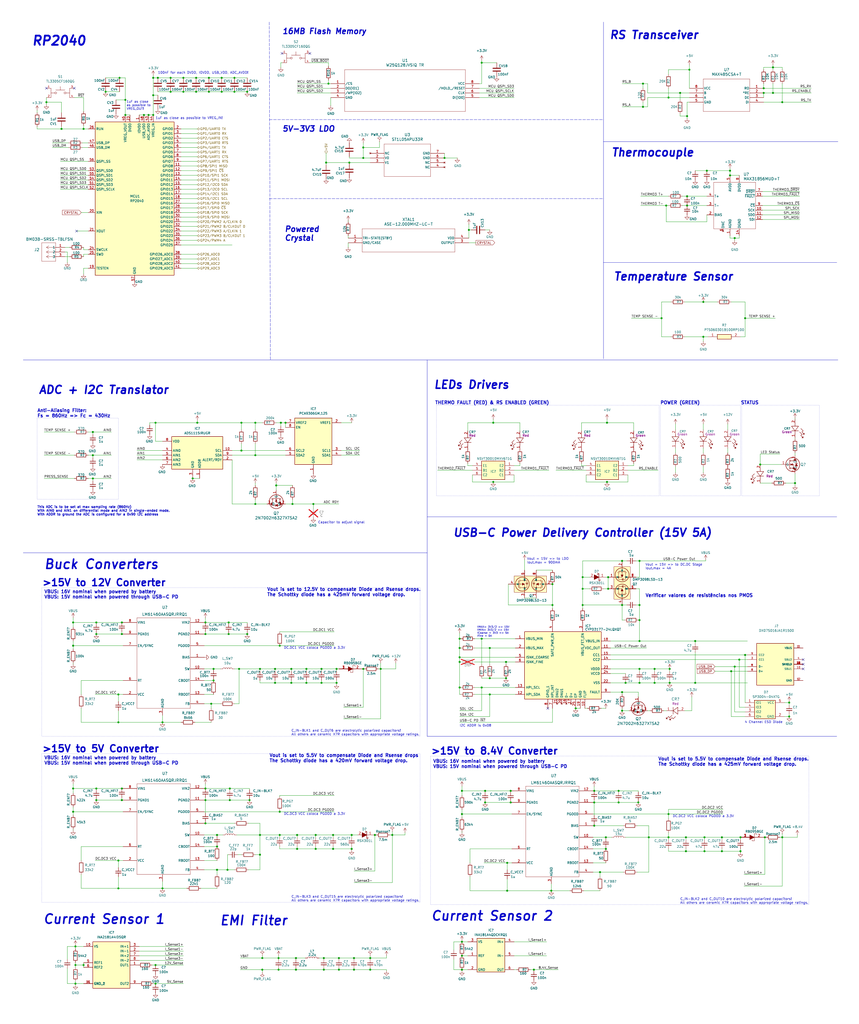
<source format=kicad_sch>
(kicad_sch (version 20231120) (generator "eeschema") (generator_version "8.0")
  (paper "User" 470 560)
  (title_block (title "RP2040 Power Design") (company "Porto Space Team") (comment 1 "Miguel Amorim"))
  (lib_symbols
    (symbol "16MB_Flash:W25Q128JVSIQ_TR" (pin_names (offset 0.254))
      (property "Reference" "U" (at 40.64 12.7 0))
      (property "Value" "W25Q128JVSIQ TR" (at 40.64 10.16 0))
      (symbol "W25Q128JVSIQ_TR_0_1"
        (pin input line (at 0 0 0) (length 7.62) (name "/CS") (number "1"))
        (pin bidirectional line (at 0 -2.54 0) (length 7.62) (name "DO(IO1)") (number "2"))
        (pin bidirectional line (at 0 -5.08 0) (length 7.62) (name "/WP(IO2)") (number "3"))
        (pin passive line (at 0 -7.62 0) (length 7.62) (name "GND") (number "4"))
        (pin bidirectional line (at 81.28 -7.62 180) (length 7.62) (name "DI(IO0)") (number "5"))
        (pin input line (at 81.28 -5.08 180) (length 7.62) (name "CLK") (number "6"))
        (pin bidirectional line (at 81.28 -2.54 180) (length 7.62) (name "/HOLD_/RESET") (number "7"))
        (pin passive line (at 81.28 0 180) (length 7.62) (name "VCC") (number "8"))
      )
    )
    (symbol "ADS1115IRUGR:ADS1115IRUGR"
      (property "Reference" "IC" (at 0 18.542 0))
      (property "Value" "ADS1115IRUGR" (at 0 16.002 0))
      (symbol "ADS1115IRUGR_1_1"
        (pin passive line (at 15.24 -15.24 90) (length 5.08) (name "ADDR") (number "1"))
        (pin passive line (at 33.02 0 180) (length 5.08) (name "SCL") (number "10"))
        (pin passive line (at 33.02 -5.08 180) (length 5.08) (name "ALERT/RDY") (number "2"))
        (pin passive line (at 11.43 -15.24 90) (length 5.08) (name "GND") (number "3"))
        (pin passive line (at -5.08 0 0) (length 5.08) (name "AIN0") (number "4"))
        (pin passive line (at -5.08 -2.54 0) (length 5.08) (name "AIN1") (number "5"))
        (pin passive line (at -5.08 -5.08 0) (length 5.08) (name "AIN2") (number "6"))
        (pin passive line (at -5.08 -7.62 0) (length 5.08) (name "AIN3") (number "7"))
        (pin passive line (at -5.08 5.08 0) (length 5.08) (name "VDD") (number "8"))
        (pin passive line (at 33.02 -2.54 180) (length 5.08) (name "SDA") (number "9"))
      )
    )
    (symbol "AS12MHz:ASE-12.000MHZ-LC-T" (pin_names (offset 0.254))
      (property "Reference" "XTAL" (at 33.02 10.16 0))
      (property "Value" "ASE-12.000MHZ-LC-T" (at 33.02 7.62 0))
      (symbol "ASE-12.000MHZ-LC-T_0_1"
        (pin passive line (at 0 0 0) (length 7.62) (name "TRI-STATE(STBY)") (number "1"))
        (pin passive line (at 0 -2.54 0) (length 7.62) (name "GND/CASE") (number "2"))
        (pin output line (at 66.04 -2.54 180) (length 7.62) (name "OUTPUT") (number "3"))
        (pin power_in line (at 66.04 0 180) (length 7.62) (name "VDD") (number "4"))
      )
    )
    (symbol "CYPD3177-24LQXQT:CYPD3177-24LQXQT" (pin_names (offset 0.635))
      (property "Reference" "IC" (at 29.972 18.796 0))
      (property "Value" "CYPD3177-24LQXQT" (at 29.972 16.256 0))
      (symbol "CYPD3177-24LQXQT_1_1"
        (pin passive line (at -7.62 10.16 0) (length 5.08) (name "VBUS_MIN") (number "1"))
        (pin passive line (at 30.48 -27.94 90) (length 5.08) (name "FLIP") (number "10"))
        (pin passive line (at 44.45 5.08 180) (length 5.08) (name "VDC_OUT") (number "11"))
        (pin passive line (at -7.62 -20.32 0) (length 5.08) (name "HPI_SDA") (number "12"))
        (pin passive line (at -7.62 -16.51 0) (length 5.08) (name "HPI_SCL") (number "13"))
        (pin passive line (at 44.45 -1.27 180) (length 5.08) (name "CC2") (number "14"))
        (pin passive line (at 44.45 1.27 180) (length 5.08) (name "CC1") (number "15"))
        (pin no_connect line (at 20.32 -25.4 90) (length 2.54) (name "D-") (number "16"))
        (pin no_connect line (at 22.86 -25.4 90) (length 2.54) (name "D+") (number "17"))
        (pin passive line (at 44.45 8.89 180) (length 5.08) (name "VBUS_IN") (number "18"))
        (pin passive line (at 27.94 -27.94 90) (length 5.08) (name "GND") (number "19"))
        (pin passive line (at -7.62 5.08 0) (length 5.08) (name "VBUS_MAX") (number "2"))
        (pin no_connect line (at 17.78 -25.4 90) (length 2.54) (name "DNU1") (number "20"))
        (pin no_connect line (at 15.24 -25.4 90) (length 2.54) (name "DNU2") (number "21"))
        (pin passive line (at 44.45 -13.97 180) (length 5.08) (name "VSS") (number "22"))
        (pin passive line (at 44.45 -6.35 180) (length 5.08) (name "VDDD") (number "23"))
        (pin passive line (at 44.45 -8.89 180) (length 5.08) (name "VCCD") (number "24"))
        (pin passive line (at 25.4 -27.94 90) (length 5.08) (name "EP") (number "25"))
        (pin passive line (at 29.21 19.05 270) (length 5.08) (name "VBUS_FET_EN") (number "3"))
        (pin passive line (at 12.7 19.05 270) (length 5.08) (name "SAFE_PWR_EN") (number "4"))
        (pin passive line (at -7.62 0 0) (length 5.08) (name "ISNK_COARSE") (number "5"))
        (pin passive line (at -7.62 -2.54 0) (length 5.08) (name "ISNK_FINE") (number "6"))
        (pin passive line (at 12.7 -27.94 90) (length 5.08) (name "HPI_INT") (number "7"))
        (pin passive line (at 10.16 -27.94 90) (length 5.08) (name "GPIO_1") (number "8"))
        (pin passive line (at 44.45 -19.05 180) (length 5.08) (name "FAULT") (number "9"))
      )
    )
    (symbol "DCDC_LM61460:LM61460AASQRJRRQ1" (pin_names (offset 0.254))
      (property "Reference" "U" (at 28.956 9.906 0))
      (property "Value" "LM61460AASQRJRRQ1" (at 28.956 7.366 0))
      (symbol "LM61460AASQRJRRQ1_0_1"
        (pin output line (at 50.8 -22.86 180) (length 7.62) (name "SW") (number "10"))
        (pin bidirectional line (at 50.8 -36.83 180) (length 7.62) (name "RBOOT") (number "13"))
        (pin bidirectional line (at 50.8 -29.21 180) (length 7.62) (name "CBOOT") (number "14"))
        (pin passive line (at 6.35 -36.83 0) (length 7.62) (name "VCC") (number "2"))
        (pin input line (at 50.8 -41.91 180) (length 7.62) (name "FB") (number "4"))
        (pin passive line (at 50.8 -10.16 180) (length 7.62) (name "PGOOD") (number "5"))
        (pin bidirectional line (at 6.35 -29.21 0) (length 7.62) (name "RT") (number "6"))
        (pin input line (at 6.35 -10.16 0) (length 7.62) (name "EN/SYNC") (number "7"))
      )
      (symbol "LM61460AASQRJRRQ1_1_1"
        (pin passive line (at 50.8 -16.51 180) (length 7.62) (name "BIAS") (number "1"))
        (pin passive line (at 50.8 -3.81 180) (length 7.62) (name "PGND2") (number "11"))
        (pin passive line (at 50.8 2.54 180) (length 7.62) (name "VIN2") (number "12"))
        (pin passive line (at 27.94 -48.26 90) (length 3.81) (name "AGND") (number "3"))
        (pin passive line (at 6.35 2.54 0) (length 7.62) (name "VIN1") (number "8"))
        (pin passive line (at 6.35 -3.81 0) (length 7.62) (name "PGND1") (number "9"))
      )
    )
    (symbol "DMP3098LSD-13:DMP3098LSD-13" (pin_names (offset 0.635))
      (property "Reference" "Q" (at 12.446 10.922 0))
      (property "Value" "DMP3098LSD-13" (at 12.446 8.382 0))
      (symbol "DMP3098LSD-13_1_1"
        (pin passive line (at 11.43 -7.62 90) (length 3.81) (name "S1") (number "1"))
        (pin passive line (at 20.32 0 180) (length 3.81) (name "G1") (number "2"))
        (pin passive line (at 5.08 -7.62 90) (length 3.81) (name "S2") (number "3"))
        (pin passive line (at -3.81 0 0) (length 3.81) (name "G2") (number "4"))
        (pin passive line (at 5.08 7.62 270) (length 3.81) (name "D2") (number "5"))
        (pin passive line (at 5.08 7.62 270) (length 3.81) (name "D2") (number "6"))
        (pin passive line (at 11.43 7.62 270) (length 3.81) (name "D1") (number "7"))
        (pin passive line (at 11.43 7.62 270) (length 3.81) (name "D1") (number "8"))
      )
    )
    (symbol "DMP3098LSD-13_1" (pin_names (offset 0.635))
      (property "Reference" "Q" (at 12.446 10.922 0))
      (property "Value" "DMP3098LSD-13" (at 12.446 8.382 0))
      (symbol "DMP3098LSD-13_1_1_1"
        (pin passive line (at 11.43 -7.62 90) (length 3.81) (name "S1") (number "1"))
        (pin passive line (at 20.32 0 180) (length 3.81) (name "G1") (number "2"))
        (pin passive line (at 5.08 -7.62 90) (length 3.81) (name "S2") (number "3"))
        (pin passive line (at -3.81 0 0) (length 3.81) (name "G2") (number "4"))
        (pin passive line (at 5.08 7.62 270) (length 3.81) (name "D2") (number "5"))
        (pin passive line (at 5.08 7.62 270) (length 3.81) (name "D2") (number "6"))
        (pin passive line (at 11.43 7.62 270) (length 3.81) (name "D1") (number "7"))
        (pin passive line (at 11.43 7.62 270) (length 3.81) (name "D1") (number "8"))
      )
    )
    (symbol "DX07S016JA1R1500:DX07S016JA1R1500" (pin_names (offset 1.016))
      (property "Reference" "J" (at -10.16 11.43 0))
      (property "Value" "DX07S016JA1R1500" (at -10.16 -13.97 0))
      (symbol "DX07S016JA1R1500_0_0"
        (pin power_in line (at 15.24 -10.16 180) (length 5.08) (name "GND") (number "1"))
        (pin passive line (at 15.24 -3.81 180) (length 5.08) (name "SBU1") (number "10"))
        (pin passive line (at 15.24 7.62 180) (length 5.08) (name "VBUS") (number "11"))
        (pin power_in line (at 15.24 -10.16 180) (length 5.08) (name "GND") (number "12"))
        (pin passive line (at 15.24 7.62 180) (length 5.08) (name "VBUS") (number "2"))
        (pin passive line (at -15.24 1.27 0) (length 5.08) (name "CC1") (number "3"))
        (pin passive line (at 15.24 1.27 180) (length 5.08) (name "SBU2") (number "4"))
        (pin passive line (at -15.24 -2.54 0) (length 5.08) (name "D-") (number "5"))
        (pin passive line (at -15.24 -5.08 0) (length 5.08) (name "D+") (number "6"))
        (pin passive line (at -15.24 -5.08 0) (length 5.08) (name "D+") (number "7"))
        (pin passive line (at -15.24 -2.54 0) (length 5.08) (name "D-") (number "8"))
        (pin passive line (at -15.24 3.81 0) (length 5.08) (name "CC2") (number "9"))
        (pin passive line (at 15.24 -1.27 180) (length 5.08) (name "SHIELD") (number "S1"))
        (pin passive line (at 15.24 -1.27 180) (length 5.08) (name "SHIELD") (number "S2"))
        (pin passive line (at 15.24 -1.27 180) (length 5.08) (name "SHIELD") (number "S3"))
        (pin passive line (at 15.24 -1.27 180) (length 5.08) (name "SHIELD") (number "S4"))
        (pin passive line (at 15.24 -1.27 180) (length 5.08) (name "SHIELD") (number "S5"))
        (pin passive line (at 15.24 -1.27 180) (length 5.08) (name "SHIELD") (number "S6"))
      )
    )
    (symbol "Device:C" (pin_numbers hide) (pin_names (offset 0.254))
      (property "Reference" "C" (at 0.635 2.54 0))
      (property "Value" "C" (at 0.635 -2.54 0))
      (symbol "C_1_1"
        (pin passive line (at 0 3.81 270) (length 2.794) (name "~") (number "1"))
        (pin passive line (at 0 -3.81 90) (length 2.794) (name "~") (number "2"))
      )
    )
    (symbol "Device:C_Small" (pin_numbers hide) (pin_names (offset 0.254) hide)
      (property "Reference" "C" (at 0.254 1.778 0))
      (property "Value" "C_Small" (at 0.254 -2.032 0))
      (symbol "C_Small_1_1"
        (pin passive line (at 0 2.54 270) (length 2.032) (name "~") (number "1"))
        (pin passive line (at 0 -2.54 90) (length 2.032) (name "~") (number "2"))
      )
    )
    (symbol "Device:L" (pin_numbers hide) (pin_names (offset 1.016) hide)
      (property "Reference" "L" (at -1.27 0 90))
      (property "Value" "L" (at 1.905 0 90))
      (symbol "L_1_1"
        (pin passive line (at 0 3.81 270) (length 1.27) (name "1") (number "1"))
        (pin passive line (at 0 -3.81 90) (length 1.27) (name "2") (number "2"))
      )
    )
    (symbol "Device:R" (pin_numbers hide) (pin_names (offset 0))
      (property "Reference" "R" (at 2.032 0 90))
      (property "Value" "R" (at 0 0 90))
      (symbol "R_1_1"
        (pin passive line (at 0 3.81 270) (length 1.27) (name "~") (number "1"))
        (pin passive line (at 0 -3.81 90) (length 1.27) (name "~") (number "2"))
      )
    )
    (symbol "GreenLED__VLMC3100-GS08:VLMC3100-GS08" (pin_names (offset 0.254))
      (property "Reference" "CR" (at 5.08 -4.445 0))
      (property "Value" "VLMC3100-GS08" (at 5.08 -7.62 0))
      (symbol "VLMC3100-GS08_1_1"
        (pin passive line (at 10.16 0 180) (length 2.54) (name "") (number "1"))
        (pin passive line (at 0 0 0) (length 2.54) (name "") (number "2"))
      )
      (symbol "VLMC3100-GS08_1_2"
        (pin passive line (at 0 10.16 270) (length 2.54) (name "") (number "1"))
        (pin passive line (at 0 0 90) (length 2.54) (name "") (number "2"))
      )
    )
    (symbol "INA181A4QDCKRQ1:INA181A4QDCKRQ1"
      (property "Reference" "IC" (at 21.59 7.62 0))
      (property "Value" "INA181A4QDCKRQ1" (at 21.59 5.08 0))
      (symbol "INA181A4QDCKRQ1_1_1"
        (pin passive line (at 0 -6.35 0) (length 5.08) (name "REF") (number "1"))
        (pin passive line (at 0 -13.97 0) (length 5.08) (name "GND") (number "2"))
        (pin passive line (at 0 1.27 0) (length 5.08) (name "VS") (number "3"))
        (pin passive line (at 25.4 1.27 180) (length 5.08) (name "IN+") (number "4"))
        (pin passive line (at 25.4 -6.35 180) (length 5.08) (name "IN-") (number "5"))
        (pin passive line (at 25.4 -13.97 180) (length 5.08) (name "OUT") (number "6"))
      )
    )
    (symbol "INA2181A4IDSQR:INA2181A4IDSQR"
      (property "Reference" "IC" (at 26.67 7.62 0))
      (property "Value" "INA2181A4IDSQR" (at 26.67 5.08 0))
      (symbol "INA2181A4IDSQR_1_1"
        (pin passive line (at 30.48 -10.16 180) (length 5.08) (name "OUT1") (number "1"))
        (pin passive line (at 0 0 0) (length 5.08) (name "VS") (number "10"))
        (pin passive line (at 0 -20.32 0) (length 5.08) (name "GND_2") (number "11"))
        (pin passive line (at 30.48 -2.54 180) (length 5.08) (name "IN-1") (number "2"))
        (pin passive line (at 30.48 0 180) (length 5.08) (name "IN+1") (number "3"))
        (pin passive line (at 0 -20.32 0) (length 5.08) (name "GND_1") (number "4"))
        (pin passive line (at 0 -8.89 0) (length 5.08) (name "REF1") (number "5"))
        (pin passive line (at 0 -11.43 0) (length 5.08) (name "REF2") (number "6"))
        (pin passive line (at 30.48 -5.08 180) (length 5.08) (name "IN+2") (number "7"))
        (pin passive line (at 30.48 -7.62 180) (length 5.08) (name "IN-2") (number "8"))
        (pin passive line (at 30.48 -20.32 180) (length 5.08) (name "OUT2") (number "9"))
      )
    )
    (symbol "LDO_ST1L05A:ST1L05APU33R" (pin_names (offset 0.254))
      (property "Reference" "U" (at 20.32 10.16 0))
      (property "Value" "ST1L05APU33R" (at 20.32 7.62 0))
      (symbol "ST1L05APU33R_0_1"
        (pin no_connect line (at 0 0 0) (length 7.62) (name "NC") (number "1"))
        (pin passive line (at 0 -2.54 0) (length 7.62) (name "V0") (number "2"))
        (pin passive line (at 0 -5.08 0) (length 7.62) (name "V1") (number "3"))
        (pin no_connect line (at 40.64 -7.62 180) (length 7.62) (name "NC") (number "4"))
        (pin no_connect line (at 40.64 -5.08 180) (length 7.62) (name "NC") (number "5"))
        (pin passive line (at 40.64 -2.54 180) (length 7.62) (name "GND") (number "6"))
        (pin passive line (at 40.64 0 180) (length 7.62) (name "GND") (number "7"))
      )
    )
    (symbol "LM61460AASQRJRRQ1_1" (pin_names (offset 0.254))
      (property "Reference" "U" (at 28.956 9.906 0))
      (property "Value" "LM61460AASQRJRRQ1" (at 28.956 7.366 0))
      (symbol "LM61460AASQRJRRQ1_1_0_1"
        (pin output line (at 50.8 -22.86 180) (length 7.62) (name "SW") (number "10"))
        (pin bidirectional line (at 50.8 -36.83 180) (length 7.62) (name "RBOOT") (number "13"))
        (pin bidirectional line (at 50.8 -29.21 180) (length 7.62) (name "CBOOT") (number "14"))
        (pin passive line (at 6.35 -36.83 0) (length 7.62) (name "VCC") (number "2"))
        (pin input line (at 50.8 -41.91 180) (length 7.62) (name "FB") (number "4"))
        (pin passive line (at 50.8 -10.16 180) (length 7.62) (name "PGOOD") (number "5"))
        (pin bidirectional line (at 6.35 -29.21 0) (length 7.62) (name "RT") (number "6"))
        (pin input line (at 6.35 -10.16 0) (length 7.62) (name "EN/SYNC") (number "7"))
      )
      (symbol "LM61460AASQRJRRQ1_1_1_1"
        (pin passive line (at 50.8 -16.51 180) (length 7.62) (name "BIAS") (number "1"))
        (pin passive line (at 50.8 -3.81 180) (length 7.62) (name "PGND2") (number "11"))
        (pin passive line (at 50.8 2.54 180) (length 7.62) (name "VIN2") (number "12"))
        (pin passive line (at 27.94 -48.26 90) (length 3.81) (name "AGND") (number "3"))
        (pin passive line (at 6.35 2.54 0) (length 7.62) (name "VIN1") (number "8"))
        (pin passive line (at 6.35 -3.81 0) (length 7.62) (name "PGND1") (number "9"))
      )
    )
    (symbol "MAX31856MUD-T:MAX31856MUD+T" (pin_names (offset 0.254))
      (property "Reference" "U" (at 19.05 22.606 0))
      (property "Value" "MAX31856MUD+T" (at 19.812 19.812 0))
      (symbol "MAX31856MUD+T_1_1"
        (pin passive line (at 16.51 -24.13 90) (length 3.81) (name "AGND") (number "1"))
        (pin passive line (at 34.29 -10.16 180) (length 3.81) (name "SCK") (number "10"))
        (pin passive line (at 34.29 -12.7 180) (length 3.81) (name "SDO") (number "11"))
        (pin passive line (at 34.29 -15.24 180) (length 3.81) (name "SDI") (number "12"))
        (pin passive line (at 34.29 -2.54 180) (length 3.81) (name "~{FAULT}") (number "13"))
        (pin passive line (at 21.59 -24.13 90) (length 3.81) (name "DGND") (number "14"))
        (pin passive line (at 3.81 -12.7 0) (length 3.81) (name "BIAS") (number "2"))
        (pin passive line (at 3.81 -7.62 0) (length 3.81) (name "T-") (number "3"))
        (pin passive line (at 3.81 -2.54 0) (length 3.81) (name "T+") (number "4"))
        (pin passive line (at 16.51 8.89 270) (length 3.81) (name "AVDD") (number "5"))
        (pin no_connect line (at 12.7 -21.59 90) (length 1.27) (name "DNC") (number "6"))
        (pin passive line (at 34.29 0 180) (length 3.81) (name "~{DRDY}") (number "7"))
        (pin passive line (at 21.59 8.89 270) (length 3.81) (name "DVDD") (number "8"))
        (pin passive line (at 34.29 -7.62 180) (length 3.81) (name "~{CS}") (number "9"))
      )
    )
    (symbol "MCU_RaspberryPi:RP2040"
      (property "Reference" "U" (at 17.78 45.72 0))
      (property "Value" "RP2040" (at 17.78 43.18 0))
      (symbol "RP2040_1_1"
        (pin power_in line (at 2.54 45.72 270) (length 3.81) (name "IOVDD") (number "1"))
        (pin passive line (at 2.54 45.72 270) (length 3.81) hide (name "IOVDD") (number "10"))
        (pin bidirectional line (at 25.4 17.78 180) (length 3.81) (name "GPIO8") (number "11"))
        (pin bidirectional line (at 25.4 15.24 180) (length 3.81) (name "GPIO9") (number "12"))
        (pin bidirectional line (at 25.4 12.7 180) (length 3.81) (name "GPIO10") (number "13"))
        (pin bidirectional line (at 25.4 10.16 180) (length 3.81) (name "GPIO11") (number "14"))
        (pin bidirectional line (at 25.4 7.62 180) (length 3.81) (name "GPIO12") (number "15"))
        (pin bidirectional line (at 25.4 5.08 180) (length 3.81) (name "GPIO13") (number "16"))
        (pin bidirectional line (at 25.4 2.54 180) (length 3.81) (name "GPIO14") (number "17"))
        (pin bidirectional line (at 25.4 0 180) (length 3.81) (name "GPIO15") (number "18"))
        (pin input line (at -25.4 -38.1 0) (length 3.81) (name "TESTEN") (number "19"))
        (pin bidirectional line (at 25.4 38.1 180) (length 3.81) (name "GPIO0") (number "2"))
        (pin input line (at -25.4 -7.62 0) (length 3.81) (name "XIN") (number "20"))
        (pin passive line (at -25.4 -17.78 0) (length 3.81) (name "XOUT") (number "21"))
        (pin passive line (at 2.54 45.72 270) (length 3.81) hide (name "IOVDD") (number "22"))
        (pin power_in line (at -2.54 45.72 270) (length 3.81) (name "DVDD") (number "23"))
        (pin input line (at -25.4 -27.94 0) (length 3.81) (name "SWCLK") (number "24"))
        (pin bidirectional line (at -25.4 -30.48 0) (length 3.81) (name "SWD") (number "25"))
        (pin input line (at -25.4 38.1 0) (length 3.81) (name "RUN") (number "26"))
        (pin bidirectional line (at 25.4 -2.54 180) (length 3.81) (name "GPIO16") (number "27"))
        (pin bidirectional line (at 25.4 -5.08 180) (length 3.81) (name "GPIO17") (number "28"))
        (pin bidirectional line (at 25.4 -7.62 180) (length 3.81) (name "GPIO18") (number "29"))
        (pin bidirectional line (at 25.4 35.56 180) (length 3.81) (name "GPIO1") (number "3"))
        (pin bidirectional line (at 25.4 -10.16 180) (length 3.81) (name "GPIO19") (number "30"))
        (pin bidirectional line (at 25.4 -12.7 180) (length 3.81) (name "GPIO20") (number "31"))
        (pin bidirectional line (at 25.4 -15.24 180) (length 3.81) (name "GPIO21") (number "32"))
        (pin passive line (at 2.54 45.72 270) (length 3.81) hide (name "IOVDD") (number "33"))
        (pin bidirectional line (at 25.4 -17.78 180) (length 3.81) (name "GPIO22") (number "34"))
        (pin bidirectional line (at 25.4 -20.32 180) (length 3.81) (name "GPIO23") (number "35"))
        (pin bidirectional line (at 25.4 -22.86 180) (length 3.81) (name "GPIO24") (number "36"))
        (pin bidirectional line (at 25.4 -25.4 180) (length 3.81) (name "GPIO25") (number "37"))
        (pin bidirectional line (at 25.4 -30.48 180) (length 3.81) (name "GPIO26_ADC0") (number "38"))
        (pin bidirectional line (at 25.4 -33.02 180) (length 3.81) (name "GPIO27_ADC1") (number "39"))
        (pin bidirectional line (at 25.4 33.02 180) (length 3.81) (name "GPIO2") (number "4"))
        (pin bidirectional line (at 25.4 -35.56 180) (length 3.81) (name "GPIO28_ADC2") (number "40"))
        (pin bidirectional line (at 25.4 -38.1 180) (length 3.81) (name "GPIO29_ADC3") (number "41"))
        (pin passive line (at 2.54 45.72 270) (length 3.81) hide (name "IOVDD") (number "42"))
        (pin power_in line (at 7.62 45.72 270) (length 3.81) (name "ADC_AVDD") (number "43"))
        (pin power_in line (at 10.16 45.72 270) (length 3.81) (name "VREG_IN") (number "44"))
        (pin power_out line (at -5.08 45.72 270) (length 3.81) (name "VREG_VOUT") (number "45"))
        (pin bidirectional line (at -25.4 27.94 0) (length 3.81) (name "USB_DM") (number "46"))
        (pin bidirectional line (at -25.4 30.48 0) (length 3.81) (name "USB_DP") (number "47"))
        (pin power_in line (at 5.08 45.72 270) (length 3.81) (name "USB_VDD") (number "48"))
        (pin passive line (at 2.54 45.72 270) (length 3.81) hide (name "IOVDD") (number "49"))
        (pin bidirectional line (at 25.4 30.48 180) (length 3.81) (name "GPIO3") (number "5"))
        (pin passive line (at -2.54 45.72 270) (length 3.81) hide (name "DVDD") (number "50"))
        (pin bidirectional line (at -25.4 7.62 0) (length 3.81) (name "QSPI_SD3") (number "51"))
        (pin output line (at -25.4 5.08 0) (length 3.81) (name "QSPI_SCLK") (number "52"))
        (pin bidirectional line (at -25.4 15.24 0) (length 3.81) (name "QSPI_SD0") (number "53"))
        (pin bidirectional line (at -25.4 10.16 0) (length 3.81) (name "QSPI_SD2") (number "54"))
        (pin bidirectional line (at -25.4 12.7 0) (length 3.81) (name "QSPI_SD1") (number "55"))
        (pin bidirectional line (at -25.4 20.32 0) (length 3.81) (name "QSPI_SS") (number "56"))
        (pin power_in line (at 0 -45.72 90) (length 3.81) (name "GND") (number "57"))
        (pin bidirectional line (at 25.4 27.94 180) (length 3.81) (name "GPIO4") (number "6"))
        (pin bidirectional line (at 25.4 25.4 180) (length 3.81) (name "GPIO5") (number "7"))
        (pin bidirectional line (at 25.4 22.86 180) (length 3.81) (name "GPIO6") (number "8"))
        (pin bidirectional line (at 25.4 20.32 180) (length 3.81) (name "GPIO7") (number "9"))
      )
    )
    (symbol "NMOS_2N7002:2N7002H6327XTSA2" (pin_names (offset 0.254))
      (property "Reference" "Q" (at 11.43 1.905 0))
      (property "Value" "2N7002H6327XTSA2" (at 11.43 -2.54 0))
      (symbol "2N7002H6327XTSA2_0_1"
        (pin passive line (at 0 0 0) (length 2.54) (name "G") (number "1"))
        (pin passive line (at 7.62 -5.08 90) (length 2.54) (name "S") (number "2"))
        (pin passive line (at 7.62 5.08 270) (length 2.54) (name "D") (number "3"))
      )
    )
    (symbol "NSVT30010MXV6T1G:NSVT30010MXV6T1G"
      (property "Reference" "IC" (at 19.05 7.62 0))
      (property "Value" "NSVT30010MXV6T1G" (at 19.05 5.08 0))
      (symbol "NSVT30010MXV6T1G_1_1"
        (pin passive line (at 0 0 0) (length 5.08) (name "E2") (number "1"))
        (pin passive line (at 0 -2.54 0) (length 5.08) (name "B2") (number "2"))
        (pin passive line (at 0 -5.08 0) (length 5.08) (name "C1") (number "3"))
        (pin passive line (at 22.86 0 180) (length 5.08) (name "E1") (number "4"))
        (pin passive line (at 22.86 -2.54 180) (length 5.08) (name "B1") (number "5"))
        (pin passive line (at 22.86 -5.08 180) (length 5.08) (name "C2") (number "6"))
      )
    )
    (symbol "PCA9306GM_125:PCA9306GM,125"
      (property "Reference" "IC" (at 8.89 14.986 0))
      (property "Value" "PCA9306GM,125" (at 8.89 12.446 0))
      (symbol "PCA9306GM,125_1_1"
        (pin passive line (at 15.24 -20.32 90) (length 5.08) (name "GND") (number "1"))
        (pin passive line (at 30.48 7.62 180) (length 5.08) (name "VREF1") (number "2"))
        (pin passive line (at 30.48 -7.62 180) (length 5.08) (name "SCL1") (number "3"))
        (pin passive line (at 30.48 -10.16 180) (length 5.08) (name "SDA1") (number "4"))
        (pin passive line (at 0 -10.16 0) (length 5.08) (name "SDA2") (number "5"))
        (pin passive line (at 0 -7.62 0) (length 5.08) (name "SCL2") (number "6"))
        (pin passive line (at 0 7.62 0) (length 5.08) (name "VREF2") (number "7"))
        (pin passive line (at 0 5.08 0) (length 5.08) (name "EN") (number "8"))
      )
    )
    (symbol "PTS060301B100RP100:PTS060301B100RP100" (pin_names hide)
      (property "Reference" "R" (at 13.97 6.35 0))
      (property "Value" "PTS060301B100RP100" (at 13.97 3.81 0))
      (symbol "PTS060301B100RP100_1_1"
        (pin passive line (at 0 0 0) (length 5.08) (name "1") (number "1"))
        (pin passive line (at 17.78 0 180) (length 5.08) (name "2") (number "2"))
      )
    )
    (symbol "RB095BGE-30TL:RB095BGE-30TL"
      (property "Reference" "D" (at 19.05 7.62 0))
      (property "Value" "RB095BGE-30TL" (at 19.05 5.08 0))
      (symbol "RB095BGE-30TL_1_1"
        (pin passive line (at 0 0 0) (length 5.08) (name "") (number "1"))
        (pin passive line (at 12.7 0 180) (length 5.08) (name "") (number "2"))
        (pin passive line (at 0 0 0) (length 5.08) (name "") (number "3"))
      )
    )
    (symbol "RSX301L-30DDTE25:RSX301L-30DDTE25" (pin_names (offset 0.635) hide)
      (property "Reference" "D" (at 1.524 6.35 0))
      (property "Value" "RSX301L-30DDTE25" (at 1.524 3.81 0))
      (symbol "RSX301L-30DDTE25_1_1"
        (pin passive line (at 6.35 0 0) (length 3.81) (name "K") (number "1"))
        (pin passive line (at 15.24 0 180) (length 2.54) (name "A") (number "2"))
      )
    )
    (symbol "RS_Transceiver:MAX485CSA+T" (pin_names (offset 0.254))
      (property "Reference" "U" (at 20.32 10.16 0))
      (property "Value" "MAX485CSA+T" (at 20.32 7.62 0))
      (symbol "MAX485CSA+T_0_1"
        (pin passive line (at 0 0 0) (length 7.62) (name "RO") (number "1"))
        (pin passive line (at 0 -2.54 0) (length 7.62) (name "*RE") (number "2"))
        (pin passive line (at 0 -5.08 0) (length 7.62) (name "DE") (number "3"))
        (pin passive line (at 0 -7.62 0) (length 7.62) (name "DI") (number "4"))
        (pin passive line (at 40.64 -7.62 180) (length 7.62) (name "GND") (number "5"))
        (pin passive line (at 40.64 -5.08 180) (length 7.62) (name "A") (number "6"))
        (pin passive line (at 40.64 -2.54 180) (length 7.62) (name "B") (number "7"))
        (pin passive line (at 40.64 0 180) (length 7.62) (name "VCC") (number "8"))
      )
    )
    (symbol "SP3004-04XTG:SP3004-04XTG"
      (property "Reference" "D" (at 4.826 7.112 0))
      (property "Value" "SP3004-04XTG" (at 4.826 4.572 0))
      (symbol "SP3004-04XTG_1_1"
        (pin passive line (at 0 0 0) (length 5.08) (name "IO1") (number "1"))
        (pin passive line (at 21.59 -7.62 180) (length 5.08) (name "GND") (number "2"))
        (pin passive line (at 0 -5.08 0) (length 5.08) (name "IO2") (number "3"))
        (pin passive line (at 0 -2.54 0) (length 5.08) (name "IO3") (number "4"))
        (pin passive line (at 21.59 0 180) (length 5.08) (name "VCC") (number "5"))
        (pin passive line (at 0 -7.62 0) (length 5.08) (name "IO4") (number "6"))
      )
    )
    (symbol "SWD_Con:BM03B-SRSS-TBLFSN" (pin_names (offset 0.254))
      (property "Reference" "J" (at 8.89 6.35 0))
      (property "Value" "BM03B-SRSS-TBLFSN" (at 0 0 0))
      (symbol "BM03B-SRSS-TBLFSN_1_1"
        (pin passive line (at 0 0 0) (length 5.08) (name "1") (number "1"))
        (pin passive line (at 0 -2.54 0) (length 5.08) (name "2") (number "2"))
        (pin passive line (at 0 -5.08 0) (length 5.08) (name "3") (number "3"))
      )
      (symbol "BM03B-SRSS-TBLFSN_1_2"
        (pin passive line (at 0 0 0) (length 5.08) (name "1") (number "1"))
        (pin passive line (at 0 -2.54 0) (length 5.08) (name "2") (number "2"))
        (pin passive line (at 0 -5.08 0) (length 5.08) (name "3") (number "3"))
      )
    )
    (symbol "TL3305CF160QG:TL3305CF160QG" (pin_names (offset 1.016))
      (property "Reference" "S" (at -5.08 5.08 0))
      (property "Value" "TL3305CF160QG" (at -5.08 -5.08 0))
      (symbol "TL3305CF160QG_0_0"
        (pin passive line (at -7.62 2.54 0) (length 2.54) (name "~") (number "1"))
        (pin passive line (at -7.62 -2.54 0) (length 2.54) (name "~") (number "2"))
        (pin passive line (at 7.62 2.54 180) (length 2.54) (name "~") (number "3"))
        (pin passive line (at 7.62 -2.54 180) (length 2.54) (name "~") (number "4"))
      )
    )
    (symbol "VLMT3100-GS08:VLMT3100-GS08" (pin_names (offset 0.254))
      (property "Reference" "CR" (at 5.08 -4.445 0))
      (property "Value" "VLMT3100-GS08" (at 5.08 -7.62 0))
      (symbol "VLMT3100-GS08_1_1"
        (pin passive line (at 10.16 0 180) (length 2.54) (name "") (number "1"))
        (pin passive line (at 0 0 0) (length 2.54) (name "") (number "2"))
      )
      (symbol "VLMT3100-GS08_1_2"
        (pin unspecified line (at 0 10.16 270) (length 2.54) (name "") (number "1"))
        (pin unspecified line (at 0 0 90) (length 2.54) (name "") (number "2"))
      )
    )
    (symbol "VLMT3100-GS08_1" (pin_names (offset 0.254))
      (property "Reference" "CR" (at 5.08 -4.445 0))
      (property "Value" "VLMT3100-GS08" (at 5.08 -7.62 0))
      (symbol "VLMT3100-GS08_1_1_1"
        (pin passive line (at 10.16 0 180) (length 2.54) (name "") (number "1"))
        (pin passive line (at 0 0 0) (length 2.54) (name "") (number "2"))
      )
      (symbol "VLMT3100-GS08_1_1_2"
        (pin unspecified line (at 0 10.16 270) (length 2.54) (name "") (number "1"))
        (pin unspecified line (at 0 0 90) (length 2.54) (name "") (number "2"))
      )
    )
    (symbol "VLMT3100-GS08_2" (pin_names (offset 0.254))
      (property "Reference" "CR" (at 5.08 -4.445 0))
      (property "Value" "VLMT3100-GS08" (at 5.08 -7.62 0))
      (symbol "VLMT3100-GS08_2_1_1"
        (pin passive line (at 10.16 0 180) (length 2.54) (name "") (number "1"))
        (pin passive line (at 0 0 0) (length 2.54) (name "") (number "2"))
      )
      (symbol "VLMT3100-GS08_2_1_2"
        (pin unspecified line (at 0 10.16 270) (length 2.54) (name "") (number "1"))
        (pin unspecified line (at 0 0 90) (length 2.54) (name "") (number "2"))
      )
    )
    (symbol "VLMT3100-GS08_3" (pin_names (offset 0.254))
      (property "Reference" "CR" (at 5.08 -4.445 0))
      (property "Value" "VLMT3100-GS08" (at 5.08 -7.62 0))
      (symbol "VLMT3100-GS08_3_1_1"
        (pin passive line (at 10.16 0 180) (length 2.54) (name "") (number "1"))
        (pin passive line (at 0 0 0) (length 2.54) (name "") (number "2"))
      )
      (symbol "VLMT3100-GS08_3_1_2"
        (pin unspecified line (at 0 10.16 270) (length 2.54) (name "") (number "1"))
        (pin unspecified line (at 0 0 90) (length 2.54) (name "") (number "2"))
      )
    )
    (symbol "VLMT3100-GS08_4" (pin_names (offset 0.254))
      (property "Reference" "CR" (at 5.08 -4.445 0))
      (property "Value" "VLMT3100-GS08" (at 5.08 -7.62 0))
      (symbol "VLMT3100-GS08_4_1_1"
        (pin passive line (at 10.16 0 180) (length 2.54) (name "") (number "1"))
        (pin passive line (at 0 0 0) (length 2.54) (name "") (number "2"))
      )
      (symbol "VLMT3100-GS08_4_1_2"
        (pin unspecified line (at 0 10.16 270) (length 2.54) (name "") (number "1"))
        (pin unspecified line (at 0 0 90) (length 2.54) (name "") (number "2"))
      )
    )
    (symbol "power:+12V" (power) (pin_numbers hide) (pin_names (offset 0) hide)
      (property "Value" "+12V" (at 0 3.556 0))
      (symbol "+12V_1_1"
        (pin power_in line (at 0 0 90) (length 0) (name "~") (number "1"))
      )
    )
    (symbol "power:+3.3V" (power) (pin_numbers hide) (pin_names (offset 0) hide)
      (property "Value" "+3.3V" (at 0 3.556 0))
      (symbol "+3.3V_1_1"
        (pin power_in line (at 0 0 90) (length 0) (name "~") (number "1"))
      )
    )
    (symbol "power:+5V" (power) (pin_numbers hide) (pin_names (offset 0) hide)
      (property "Value" "+5V" (at 0 3.556 0))
      (symbol "+5V_1_1"
        (pin power_in line (at 0 0 90) (length 0) (name "~") (number "1"))
      )
    )
    (symbol "power:GND" (power) (pin_numbers hide) (pin_names (offset 0) hide)
      (property "Value" "GND" (at 0 -3.81 0))
      (symbol "GND_1_1"
        (pin power_in line (at 0 0 270) (length 0) (name "~") (number "1"))
      )
    )
    (symbol "power:PWR_FLAG" (power) (pin_numbers hide) (pin_names (offset 0) hide)
      (property "Value" "PWR_FLAG" (at 0 3.81 0))
      (symbol "PWR_FLAG_0_0"
        (pin power_out line (at 0 0 90) (length 0) (name "~") (number "1"))
      )
    )
    (symbol "power:VBUS" (power) (pin_numbers hide) (pin_names (offset 0) hide)
      (property "Value" "VBUS" (at 0 3.556 0))
      (symbol "VBUS_1_1"
        (pin power_in line (at 0 0 90) (length 0) (name "~") (number "1"))
      )
    )
  )
  (junction (at 263.525 349.25))
  (junction (at 66.675 346.71))
  (junction (at 45.72 70.485))
  (junction (at 358.14 365.76))
  (junction (at 52.705 431.165))
  (junction (at 156.21 231.14))
  (junction (at 112.395 340.36))
  (junction (at 252.73 432.435))
  (junction (at 125.73 431.165))
  (junction (at 191.135 88.9))
  (junction (at 40.005 340.36))
  (junction (at 177.165 523.875))
  (junction (at 50.8 236.22))
  (junction (at 394.97 457.835))
  (junction (at 279.4 432.435))
  (junction (at 340.36 306.705))
  (junction (at 252.73 530.225))
  (junction (at 252.73 445.135))
  (junction (at 136.525 437.515))
  (junction (at 178.435 88.9))
  (junction (at 85.09 231.14))
  (junction (at 93.345 50.165))
  (junction (at 152.4 530.225))
  (junction (at 112.395 431.165))
  (junction (at 25.4 55.88))
  (junction (at 100.33 50.165))
  (junction (at 276.86 370.84))
  (junction (at 364.49 112.395))
  (junction (at 130.81 365.76))
  (junction (at 143.51 530.225))
  (junction (at 88.9 394.97))
  (junction (at 64.77 394.97))
  (junction (at 139.7 275.59))
  (junction (at 167.64 365.76))
  (junction (at 325.12 438.785))
  (junction (at 33.655 70.485))
  (junction (at 302.26 319.405))
  (junction (at 107.315 42.545))
  (junction (at 88.9 485.775))
  (junction (at 40.005 431.165))
  (junction (at 114.3 50.165))
  (junction (at 182.245 456.565))
  (junction (at 185.42 530.225))
  (junction (at 198.755 365.76))
  (junction (at 340.36 330.835))
  (junction (at 85.09 537.845))
  (junction (at 107.315 50.165))
  (junction (at 404.495 360.68))
  (junction (at 202.565 530.225))
  (junction (at 142.24 467.36))
  (junction (at 332.74 321.945))
  (junction (at 340.36 378.46))
  (junction (at 83.82 62.865))
  (junction (at 81.28 62.865))
  (junction (at 83.82 52.07))
  (junction (at 251.46 375.92))
  (junction (at 64.77 470.535))
  (junction (at 380.365 373.38))
  (junction (at 332.105 231.14))
  (junction (at 349.885 339.09))
  (junction (at 115.57 384.81))
  (junction (at 351.79 58.42))
  (junction (at 50.8 248.92))
  (junction (at 118.745 456.565))
  (junction (at 86.36 42.545))
  (junction (at 105.41 261.62))
  (junction (at 175.895 373.38))
  (junction (at 375.92 63.5))
  (junction (at 384.81 165.1))
  (junction (at 184.15 373.38))
  (junction (at 431.8 384.175))
  (junction (at 112.395 346.71))
  (junction (at 151.13 265.43))
  (junction (at 340.36 388.62))
  (junction (at 116.84 365.76))
  (junction (at 172.72 456.565))
  (junction (at 52.705 346.71))
  (junction (at 153.67 231.14))
  (junction (at 150.495 373.38))
  (junction (at 263.525 375.92))
  (junction (at 407.67 358.14))
  (junction (at 251.46 361.95))
  (junction (at 100.33 42.545))
  (junction (at 202.565 523.875))
  (junction (at 256.54 125.73))
  (junction (at 349.885 365.76))
  (junction (at 107.95 231.14))
  (junction (at 124.46 475.615))
  (junction (at 427.99 55.88))
  (junction (at 161.925 523.875))
  (junction (at 175.895 365.76))
  (junction (at 325.12 451.485))
  (junction (at 184.15 365.76))
  (junction (at 338.455 432.435))
  (junction (at 328.295 476.885))
  (junction (at 45.72 527.685))
  (junction (at 114.3 42.545))
  (junction (at 152.4 523.875))
  (junction (at 365.76 445.135))
  (junction (at 349.885 306.705))
  (junction (at 386.715 93.345))
  (junction (at 267.97 379.73))
  (junction (at 159.385 365.76))
  (junction (at 159.385 373.38))
  (junction (at 292.1 530.225))
  (junction (at 142.24 456.565))
  (junction (at 252.73 522.605))
  (junction (at 125.095 346.71))
  (junction (at 41.275 517.525))
  (junction (at 68.58 54.61))
  (junction (at 208.28 365.76))
  (junction (at 251.46 354.33))
  (junction (at 251.46 359.41))
  (junction (at 179.705 45.72))
  (junction (at 372.11 50.8))
  (junction (at 125.73 437.515))
  (junction (at 380.365 350.52))
  (junction (at 267.97 354.33))
  (junction (at 375.92 107.315))
  (junction (at 331.47 464.185))
  (junction (at 314.96 387.35))
  (junction (at 153.035 443.865))
  (junction (at 193.675 530.225))
  (junction (at 243.205 86.36))
  (junction (at 167.64 373.38))
  (junction (at 342.265 373.38))
  (junction (at 139.7 231.14))
  (junction (at 394.97 465.455))
  (junction (at 401.955 364.49))
  (junction (at 192.405 464.185))
  (junction (at 331.47 457.835))
  (junction (at 153.035 353.06))
  (junction (at 354.965 457.835))
  (junction (at 302.26 330.835))
  (junction (at 332.74 315.595))
  (junction (at 332.105 263.525))
  (junction (at 279.4 438.785))
  (junction (at 366.395 365.76))
  (junction (at 128.27 50.165))
  (junction (at 263.525 34.29))
  (junction (at 41.275 537.845))
  (junction (at 192.405 456.565))
  (junction (at 135.255 50.165))
  (junction (at 50.8 261.62))
  (junction (at 66.675 437.515))
  (junction (at 349.885 330.835))
  (junction (at 214.63 456.565))
  (junction (at 384.81 184.15))
  (junction (at 83.82 42.545))
  (junction (at 162.56 464.185))
  (junction (at 57.785 50.165))
  (junction (at 277.495 487.045))
  (junction (at 78.74 62.865))
  (junction (at 171.45 275.59))
  (junction (at 68.58 62.865))
  (junction (at 121.285 50.165))
  (junction (at 349.885 373.38))
  (junction (at 161.925 530.225))
  (junction (at 40.005 443.865))
  (junction (at 405.13 457.835))
  (junction (at 351.79 45.72))
  (junction (at 128.27 42.545))
  (junction (at 66.675 340.36))
  (junction (at 66.675 431.165))
  (junction (at 85.09 527.685))
  (junction (at 65.405 42.545))
  (junction (at 269.875 263.525))
  (junction (at 118.745 462.915))
  (junction (at 252.73 514.985))
  (junction (at 139.7 248.92))
  (junction (at 112.395 450.215))
  (junction (at 407.67 173.99))
  (junction (at 325.12 432.435))
  (junction (at 269.875 231.14))
  (junction (at 40.005 353.06))
  (junction (at 365.76 53.34))
  (junction (at 160.02 275.59))
  (junction (at 415.925 254))
  (junction (at 401.955 130.175))
  (junction (at 93.345 42.545))
  (junction (at 375.92 112.395))
  (junction (at 301.625 487.045))
  (junction (at 399.415 95.885))
  (junction (at 52.705 437.515))
  (junction (at 277.495 471.805))
  (junction (at 400.05 367.03))
  (junction (at 338.455 438.785))
  (junction (at 366.395 373.38))
  (junction (at 64.77 485.775))
  (junction (at 375.285 465.455))
  (junction (at 349.25 438.785))
  (junction (at 318.77 330.835))
  (junction (at 265.43 438.785))
  (junction (at 251.46 349.25))
  (junction (at 162.56 456.565))
  (junction (at 418.465 457.835))
  (junction (at 265.43 432.435))
  (junction (at 193.675 523.875))
  (junction (at 385.445 465.455))
  (junction (at 267.97 370.84))
  (junction (at 377.19 38.1))
  (junction (at 405.13 465.455))
  (junction (at 198.755 86.36))
  (junction (at 385.445 457.835))
  (junction (at 375.285 457.835))
  (junction (at 125.095 340.36))
  (junction (at 318.77 315.595))
  (junction (at 365.76 457.835))
  (junction (at 318.77 321.945))
  (junction (at 142.24 365.76))
  (junction (at 205.105 456.565))
  (junction (at 132.08 231.14))
  (junction (at 112.395 437.515))
  (junction (at 185.42 523.875))
  (junction (at 121.285 42.545))
  (junction (at 434.975 264.16))
  (junction (at 198.755 80.645))
  (junction (at 422.91 50.8))
  (junction (at 52.705 340.36))
  (junction (at 417.83 48.26))
  (junction (at 349.885 350.52))
  (junction (at 358.14 373.38))
  (junction (at 143.51 523.875))
  (junction (at 276.86 361.95))
  (junction (at 172.72 464.185))
  (junction (at 399.415 93.345))
  (junction (at 182.245 464.185))
  (junction (at 118.745 475.615))
  (junction (at 150.495 365.76))
  (junction (at 427.99 457.835))
  (junction (at 417.83 50.8))
  (junction (at 132.08 246.38))
  (junction (at 361.95 173.99))
  (junction (at 41.275 527.685))
  (junction (at 431.8 391.795))
  (junction (at 135.255 346.71))
  (junction (at 153.035 456.565))
  (junction (at 177.165 530.225))
  (junction (at 64.77 379.73))
  (junction (at 422.91 36.83))
  (junction (at 116.84 372.11))
  (no_connect (at 40.64 48.26))
  (no_connect (at 299.72 387.35))
  (no_connect (at 439.42 363.22))
  (no_connect (at 169.545 29.21))
  (no_connect (at 154.305 29.21))
  (no_connect (at 439.42 360.68))
  (no_connect (at 439.42 365.76))
  (no_connect (at 25.4 48.26))
  (no_connect (at 41.91 126.365))
  (wire (pts (xy 418.465 457.835) (xy 418.465 478.155)))
  (wire (pts (xy 401.955 389.255) (xy 401.955 364.49)))
  (wire (pts (xy 318.77 315.595) (xy 318.77 306.705)))
  (wire (pts (xy 300.355 257.175) (xy 281.305 257.175)))
  (wire (pts (xy 262.255 48.26) (xy 281.305 48.26)))
  (wire (pts (xy 202.565 523.875) (xy 202.565 524.51)))
  (wire (pts (xy 171.45 275.59) (xy 185.42 275.59)))
  (wire (pts (xy 399.415 93.345) (xy 399.415 95.885)))
  (wire (pts (xy 404.495 386.715) (xy 404.495 360.68)))
  (wire (pts (xy 52.07 470.535) (xy 64.77 470.535)))
  (wire (pts (xy 76.2 527.685) (xy 75.565 527.685)))
  (wire (pts (xy 107.315 50.165) (xy 114.3 50.165)))
  (wire (pts (xy 28.575 78.105) (xy 37.465 78.105)))
  (wire (pts (xy 318.135 254.635) (xy 320.675 254.635)))
  (wire (pts (xy 175.895 372.11) (xy 175.895 373.38)))
  (wire (pts (xy 318.77 330.835) (xy 318.77 332.74)))
  (wire (pts (xy 152.4 529.59) (xy 152.4 530.225)))
  (wire (pts (xy 99.06 113.665) (xy 107.95 113.665)))
  (wire (pts (xy 111.76 384.81) (xy 115.57 384.81)))
  (wire (pts (xy 33.655 55.88) (xy 25.4 55.88)))
  (wire (pts (xy 162.56 456.565) (xy 172.72 456.565)))
  (wire (pts (xy 365.76 465.455) (xy 365.76 464.185)))
  (wire (pts (xy 427.99 457.835) (xy 436.245 457.835)))
  (wire (pts (xy 434.975 248.92) (xy 434.975 247.65)))
  (wire (pts (xy 112.395 436.245) (xy 112.395 437.515)))
  (wire (pts (xy 325.12 451.485) (xy 340.995 451.485)))
  (wire (pts (xy 349.885 373.38) (xy 358.14 373.38)))
  (wire (pts (xy 391.16 367.03) (xy 400.05 367.03)))
  (wire (pts (xy 318.77 330.835) (xy 318.77 321.945)))
  (wire (pts (xy 68.58 62.865) (xy 71.12 62.865)))
  (wire (pts (xy 99.06 98.425) (xy 107.95 98.425)))
  (wire (pts (xy 422.91 36.83) (xy 422.91 35.56)))
  (polyline (pts (xy 147.32 12.065) (xy 147.955 196.85)) (stroke (width 0) (type dash)))
  (wire (pts (xy 437.515 104.775) (xy 417.195 104.775)))
  (wire (pts (xy 251.46 379.73) (xy 251.46 375.92)))
  (wire (pts (xy 125.73 431.165) (xy 125.73 431.8)))
  (wire (pts (xy 314.96 387.35) (xy 317.5 387.35)))
  (wire (pts (xy 361.95 165.1) (xy 367.03 165.1)))
  (wire (pts (xy 341.63 339.09) (xy 340.36 339.09)))
  (wire (pts (xy 248.285 524.51) (xy 248.285 530.225)))
  (wire (pts (xy 252.095 379.73) (xy 251.46 379.73)))
  (wire (pts (xy 267.97 379.73) (xy 281.94 379.73)))
  (wire (pts (xy 74.93 246.38) (xy 88.9 246.38)))
  (wire (pts (xy 214.63 456.565) (xy 221.615 456.565)))
  (wire (pts (xy 111.76 462.915) (xy 118.745 462.915)))
  (wire (pts (xy 135.89 475.615) (xy 142.24 475.615)))
  (wire (pts (xy 325.12 438.785) (xy 338.455 438.785)))
  (wire (pts (xy 45.085 80.645) (xy 48.26 80.645)))
  (wire (pts (xy 325.12 438.785) (xy 324.485 438.785)))
  (wire (pts (xy 179.705 43.815) (xy 179.705 45.72)))
  (wire (pts (xy 172.72 462.915) (xy 172.72 464.185)))
  (wire (pts (xy 25.4 53.34) (xy 25.4 55.88)))
  (wire (pts (xy 277.495 480.695) (xy 277.495 487.045)))
  (wire (pts (xy 394.97 457.835) (xy 405.13 457.835)))
  (wire (pts (xy 193.675 523.875) (xy 193.675 524.51)))
  (wire (pts (xy 40.005 453.39) (xy 40.005 454.025)))
  (wire (pts (xy 301.625 487.045) (xy 301.625 483.235)))
  (wire (pts (xy 287.02 306.07) (xy 287.02 311.785)))
  (wire (pts (xy 178.435 88.9) (xy 178.435 90.17)))
  (wire (pts (xy 85.09 231.14) (xy 107.95 231.14)))
  (wire (pts (xy 116.84 365.76) (xy 120.65 365.76)))
  (wire (pts (xy 153.035 345.44) (xy 182.88 345.44)))
  (wire (pts (xy 182.245 464.185) (xy 192.405 464.185)))
  (wire (pts (xy 342.265 457.835) (xy 354.965 457.835)))
  (wire (pts (xy 407.035 478.155) (xy 418.465 478.155)))
  (wire (pts (xy 132.08 231.14) (xy 132.08 234.95)))
  (wire (pts (xy 162.56 462.915) (xy 162.56 464.185)))
  (wire (pts (xy 52.705 431.165) (xy 52.705 431.8)))
  (wire (pts (xy 192.405 464.185) (xy 192.405 464.82)))
  (wire (pts (xy 349.885 330.835) (xy 349.885 321.945)))
  (wire (pts (xy 302.26 319.405) (xy 302.26 330.835)))
  (wire (pts (xy 375.92 107.315) (xy 386.715 107.315)))
  (wire (pts (xy 380.365 93.345) (xy 386.715 93.345)))
  (wire (pts (xy 83.82 537.845) (xy 85.09 537.845)))
  (wire (pts (xy 67.31 431.165) (xy 66.675 431.165)))
  (wire (pts (xy 375.92 55.88) (xy 375.92 63.5)))
  (wire (pts (xy 172.72 464.185) (xy 182.245 464.185)))
  (wire (pts (xy 40.005 431.165) (xy 52.705 431.165)))
  (wire (pts (xy 179.705 45.72) (xy 180.975 45.72)))
  (wire (pts (xy 342.9 330.835) (xy 340.36 330.835)))
  (wire (pts (xy 20.32 60.325) (xy 20.32 61.595)))
  (wire (pts (xy 361.95 173.99) (xy 361.95 184.15)))
  (wire (pts (xy 198.12 365.76) (xy 198.755 365.76)))
  (wire (pts (xy 350.52 112.395) (xy 364.49 112.395)))
  (wire (pts (xy 251.46 375.92) (xy 252.095 375.92)))
  (wire (pts (xy 40.005 353.06) (xy 40.005 354.965)))
  (wire (pts (xy 358.14 365.76) (xy 366.395 365.76)))
  (wire (pts (xy 153.035 464.185) (xy 153.035 462.915)))
  (wire (pts (xy 64.77 394.97) (xy 88.9 394.97)))
  (wire (pts (xy 151.13 231.14) (xy 153.67 231.14)))
  (wire (pts (xy 125.095 346.71) (xy 135.255 346.71)))
  (wire (pts (xy 99.06 111.125) (xy 107.95 111.125)))
  (wire (pts (xy 112.395 428.625) (xy 112.395 431.165)))
  (wire (pts (xy 391.16 364.49) (xy 401.955 364.49)))
  (wire (pts (xy 207.645 80.645) (xy 207.645 77.47)))
  (wire (pts (xy 365.76 442.595) (xy 395.605 442.595)))
  (wire (pts (xy 365.76 455.295) (xy 365.76 457.835)))
  (wire (pts (xy 338.455 438.785) (xy 349.25 438.785)))
  (wire (pts (xy 99.06 95.885) (xy 107.95 95.885)))
  (wire (pts (xy 349.885 330.835) (xy 347.98 330.835)))
  (wire (pts (xy 434.975 228.6) (xy 434.975 229.235)))
  (wire (pts (xy 184.15 365.76) (xy 184.15 367.03)))
  (wire (pts (xy 279.4 433.07) (xy 279.4 432.435)))
  (wire (pts (xy 67.31 443.865) (xy 40.005 443.865)))
  (wire (pts (xy 125.73 431.165) (xy 136.525 431.165)))
  (wire (pts (xy 366.395 365.76) (xy 366.395 367.03)))
  (wire (pts (xy 211.455 530.225) (xy 211.455 530.86)))
  (wire (pts (xy 44.45 485.775) (xy 64.77 485.775)))
  (wire (pts (xy 83.82 52.07) (xy 86.36 52.07)))
  (wire (pts (xy 153.035 464.185) (xy 162.56 464.185)))
  (wire (pts (xy 361.95 184.15) (xy 367.03 184.15)))
  (wire (pts (xy 132.08 467.36) (xy 130.175 467.36)))
  (wire (pts (xy 251.46 361.95) (xy 251.46 375.92)))
  (wire (pts (xy 386.08 306.07) (xy 386.08 306.705)))
  (wire (pts (xy 124.46 467.36) (xy 125.095 467.36)))
  (wire (pts (xy 36.83 137.795) (xy 36.83 143.51)))
  (wire (pts (xy 159.385 365.76) (xy 159.385 367.03)))
  (wire (pts (xy 251.46 388.62) (xy 263.525 388.62)))
  (polyline (pts (xy 330.2 143.51) (xy 330.2 196.215)) (stroke (width 0) (type solid)))
  (wire (pts (xy 52.705 437.515) (xy 66.675 437.515)))
  (wire (pts (xy 151.13 265.43) (xy 151.13 267.97)))
  (wire (pts (xy 202.565 523.875) (xy 211.455 523.875)))
  (wire (pts (xy 257.175 487.045) (xy 277.495 487.045)))
  (wire (pts (xy 111.76 353.06) (xy 153.035 353.06)))
  (wire (pts (xy 36.83 517.525) (xy 41.275 517.525)))
  (wire (pts (xy 99.06 116.205) (xy 107.95 116.205)))
  (wire (pts (xy 386.715 121.285) (xy 364.49 121.285)))
  (wire (pts (xy 66.675 346.71) (xy 67.31 346.71)))
  (wire (pts (xy 99.06 121.285) (xy 107.95 121.285)))
  (wire (pts (xy 216.535 362.585) (xy 216.535 365.76)))
  (wire (pts (xy 152.4 522.605) (xy 152.4 523.875)))
  (wire (pts (xy 407.67 173.99) (xy 407.67 184.15)))
  (wire (pts (xy 185.42 523.875) (xy 193.675 523.875)))
  (wire (pts (xy 385.445 457.835) (xy 394.97 457.835)))
  (wire (pts (xy 386.715 117.475) (xy 386.715 121.285)))
  (wire (pts (xy 334.01 358.14) (xy 407.67 358.14)))
  (wire (pts (xy 255.905 254.635) (xy 258.445 254.635)))
  (wire (pts (xy 185.42 523.875) (xy 185.42 524.51)))
  (wire (pts (xy 175.895 373.38) (xy 184.15 373.38)))
  (wire (pts (xy 332.74 321.945) (xy 330.2 321.945)))
  (wire (pts (xy 142.24 450.215) (xy 142.24 456.565)))
  (wire (pts (xy 35.56 140.335) (xy 38.1 140.335)))
  (wire (pts (xy 354.33 53.34) (xy 354.33 58.42)))
  (wire (pts (xy 99.06 90.805) (xy 107.95 90.805)))
  (wire (pts (xy 116.84 371.475) (xy 116.84 372.11)))
  (wire (pts (xy 269.875 231.14) (xy 284.48 231.14)))
  (wire (pts (xy 349.885 315.595) (xy 349.885 306.705)))
  (wire (pts (xy 99.06 133.985) (xy 127 133.985)))
  (wire (pts (xy 350.52 107.315) (xy 365.76 107.315)))
  (wire (pts (xy 40.005 443.865) (xy 40.005 441.325)))
  (wire (pts (xy 263.525 45.72) (xy 263.525 34.29)))
  (wire (pts (xy 334.01 350.52) (xy 349.885 350.52)))
  (wire (pts (xy 258.445 263.525) (xy 269.875 263.525)))
  (wire (pts (xy 332.74 315.595) (xy 331.47 315.595)))
  (wire (pts (xy 267.97 354.33) (xy 281.94 354.33)))
  (wire (pts (xy 167.64 372.11) (xy 167.64 373.38)))
  (wire (pts (xy 153.67 231.14) (xy 156.21 231.14)))
  (polyline (pts (xy 147.32 108.585) (xy 330.2 108.585)) (stroke (width 0) (type dash)))
  (wire (pts (xy 127 248.92) (xy 139.7 248.92)))
  (wire (pts (xy 265.43 438.15) (xy 265.43 438.785)))
  (wire (pts (xy 67.31 340.36) (xy 66.675 340.36)))
  (wire (pts (xy 180.975 48.26) (xy 162.56 48.26)))
  (wire (pts (xy 86.36 42.545) (xy 83.82 42.545)))
  (wire (pts (xy 44.45 372.11) (xy 67.31 372.11)))
  (wire (pts (xy 190.5 120.65) (xy 190.5 121.285)))
  (wire (pts (xy 112.395 450.215) (xy 128.27 450.215)))
  (wire (pts (xy 152.4 530.225) (xy 161.925 530.225)))
  (wire (pts (xy 107.95 229.87) (xy 107.95 231.14)))
  (wire (pts (xy 248.285 530.225) (xy 252.73 530.225)))
  (wire (pts (xy 267.97 354.33) (xy 267.97 363.22)))
  (wire (pts (xy 431.8 391.795) (xy 429.26 391.795)))
  (wire (pts (xy 153.035 353.06) (xy 182.88 353.06)))
  (wire (pts (xy 263.525 375.92) (xy 263.525 388.62)))
  (wire (pts (xy 50.8 261.62) (xy 60.96 261.62)))
  (wire (pts (xy 111.76 475.615) (xy 118.745 475.615)))
  (wire (pts (xy 340.36 378.46) (xy 340.36 379.73)))
  (wire (pts (xy 192.405 456.565) (xy 195.58 456.565)))
  (wire (pts (xy 369.57 231.775) (xy 369.57 234.95)))
  (wire (pts (xy 328.295 479.425) (xy 328.295 476.885)))
  (wire (pts (xy 40.005 353.06) (xy 40.005 350.52)))
  (wire (pts (xy 41.275 537.845) (xy 45.72 537.845)))
  (wire (pts (xy 365.76 38.1) (xy 377.19 38.1)))
  (wire (pts (xy 172.72 456.565) (xy 182.245 456.565)))
  (wire (pts (xy 179.705 36.195) (xy 179.705 34.29)))
  (wire (pts (xy 302.26 330.835) (xy 278.13 330.835)))
  (wire (pts (xy 375.285 465.455) (xy 385.445 465.455)))
  (wire (pts (xy 74.93 251.46) (xy 88.9 251.46)))
  (wire (pts (xy 263.525 370.84) (xy 267.97 370.84)))
  (wire (pts (xy 347.98 315.595) (xy 349.885 315.595)))
  (wire (pts (xy 40.005 362.585) (xy 40.005 363.22)))
  (wire (pts (xy 118.745 457.2) (xy 118.745 456.565)))
  (wire (pts (xy 434.975 239.395) (xy 434.975 240.03)))
  (wire (pts (xy 277.495 487.045) (xy 301.625 487.045)))
  (wire (pts (xy 349.885 365.76) (xy 358.14 365.76)))
  (wire (pts (xy 24.13 248.92) (xy 40.64 248.92)))
  (wire (pts (xy 125.73 436.88) (xy 125.73 437.515)))
  (wire (pts (xy 322.58 315.595) (xy 318.77 315.595)))
  (wire (pts (xy 437.515 114.935) (xy 417.195 114.935)))
  (wire (pts (xy 93.345 50.165) (xy 100.33 50.165)))
  (wire (pts (xy 351.79 45.72) (xy 351.79 48.26)))
  (wire (pts (xy 48.26 236.22) (xy 50.8 236.22)))
  (wire (pts (xy 358.14 373.38) (xy 366.395 373.38)))
  (wire (pts (xy 394.97 457.835) (xy 394.97 459.105)))
  (wire (pts (xy 143.51 530.225) (xy 152.4 530.225)))
  (wire (pts (xy 202.565 522.605) (xy 202.565 523.875)))
  (wire (pts (xy 400.05 367.03) (xy 408.94 367.03)))
  (wire (pts (xy 302.26 330.835) (xy 302.26 332.74)))
  (wire (pts (xy 139.7 231.14) (xy 139.7 234.95)))
  (wire (pts (xy 332.74 321.945) (xy 332.74 315.595)))
  (wire (pts (xy 243.205 83.82) (xy 243.205 86.36)))
  (wire (pts (xy 405.13 457.835) (xy 405.13 459.105)))
  (wire (pts (xy 50.8 236.22) (xy 60.96 236.22)))
  (wire (pts (xy 24.13 261.62) (xy 40.64 261.62)))
  (wire (pts (xy 99.06 70.485) (xy 107.95 70.485)))
  (wire (pts (xy 191.135 86.36) (xy 198.755 86.36)))
  (wire (pts (xy 404.495 360.68) (xy 408.94 360.68)))
  (wire (pts (xy 385.445 465.455) (xy 394.97 465.455)))
  (wire (pts (xy 400.05 165.1) (xy 407.67 165.1)))
  (wire (pts (xy 349.885 339.09) (xy 349.885 350.52)))
  (wire (pts (xy 262.255 50.8) (xy 281.305 50.8)))
  (wire (pts (xy 346.71 231.14) (xy 346.71 235.585)))
  (wire (pts (xy 351.79 55.88) (xy 351.79 58.42)))
  (wire (pts (xy 361.95 173.99) (xy 345.44 173.99)))
  (wire (pts (xy 198.755 78.105) (xy 198.755 80.645)))
  (wire (pts (xy 111.76 372.11) (xy 116.84 372.11)))
  (wire (pts (xy 375.285 457.835) (xy 375.285 459.105)))
  (wire (pts (xy 429.26 384.175) (xy 431.8 384.175)))
  (wire (pts (xy 384.81 165.1) (xy 392.43 165.1)))
  (wire (pts (xy 384.81 245.11) (xy 384.81 247.65)))
  (wire (pts (xy 372.11 63.5) (xy 372.11 62.23)))
  (wire (pts (xy 331.47 457.835) (xy 334.645 457.835)))
  (wire (pts (xy 142.24 373.38) (xy 150.495 373.38)))
  (wire (pts (xy 437.515 117.475) (xy 417.195 117.475)))
  (wire (pts (xy 191.135 88.9) (xy 202.565 88.9)))
  (wire (pts (xy 324.485 457.835) (xy 331.47 457.835)))
  (wire (pts (xy 125.095 346.075) (xy 125.095 346.71)))
  (wire (pts (xy 375.92 112.395) (xy 386.715 112.395)))
  (wire (pts (xy 365.76 40.64) (xy 365.76 38.1)))
  (wire (pts (xy 207.01 365.76) (xy 208.28 365.76)))
  (wire (pts (xy 152.4 523.875) (xy 143.51 523.875)))
  (wire (pts (xy 44.45 485.775) (xy 44.45 478.155)))
  (wire (pts (xy 191.135 89.535) (xy 191.135 88.9)))
  (wire (pts (xy 86.36 50.165) (xy 93.345 50.165)))
  (wire (pts (xy 340.36 306.705) (xy 318.77 306.705)))
  (wire (pts (xy 41.275 526.415) (xy 41.275 527.685)))
  (wire (pts (xy 45.72 527.685) (xy 45.72 528.955)))
  (wire (pts (xy 407.67 389.255) (xy 401.955 389.255)))
  (wire (pts (xy 184.15 373.38) (xy 184.15 374.015)))
  (wire (pts (xy 340.36 45.72) (xy 351.79 45.72)))
  (wire (pts (xy 380.365 373.38) (xy 408.94 373.38)))
  (wire (pts (xy 76.2 525.145) (xy 100.33 525.145)))
  (wire (pts (xy 50.8 248.92) (xy 60.96 248.92)))
  (wire (pts (xy 99.06 78.105) (xy 107.95 78.105)))
  (wire (pts (xy 324.485 445.135) (xy 365.76 445.135)))
  (wire (pts (xy 76.2 522.605) (xy 100.33 522.605)))
  (wire (pts (xy 443.865 48.26) (xy 417.83 48.26)))
  (wire (pts (xy 281.305 514.985) (xy 299.085 514.985)))
  (wire (pts (xy 262.255 53.34) (xy 281.305 53.34)))
  (wire (pts (xy 139.7 248.92) (xy 156.21 248.92)))
  (wire (pts (xy 20.32 70.485) (xy 20.32 69.215)))
  (wire (pts (xy 107.315 42.545) (xy 100.33 42.545)))
  (wire (pts (xy 78.74 62.865) (xy 81.28 62.865)))
  (wire (pts (xy 48.26 248.92) (xy 50.8 248.92)))
  (wire (pts (xy 437.515 107.315) (xy 417.195 107.315)))
  (wire (pts (xy 99.06 108.585) (xy 107.95 108.585)))
  (wire (pts (xy 380.365 356.87) (xy 380.365 373.38)))
  (wire (pts (xy 208.28 365.76) (xy 216.535 365.76)))
  (wire (pts (xy 399.415 128.905) (xy 399.415 130.175)))
  (wire (pts (xy 399.415 95.885) (xy 404.495 95.885)))
  (wire (pts (xy 112.395 437.515) (xy 112.395 444.5)))
  (wire (pts (xy 256.54 132.715) (xy 260.35 132.715)))
  (wire (pts (xy 85.09 527.685) (xy 100.33 527.685)))
  (wire (pts (xy 325.12 438.785) (xy 325.12 445.77)))
  (wire (pts (xy 45.72 526.415) (xy 45.72 527.685)))
  (wire (pts (xy 81.915 231.14) (xy 85.09 231.14)))
  (wire (pts (xy 151.13 264.16) (xy 151.13 265.43)))
  (wire (pts (xy 204.47 456.565) (xy 205.105 456.565)))
  (wire (pts (xy 174.625 523.875) (xy 177.165 523.875)))
  (wire (pts (xy 40.005 337.82) (xy 40.005 340.36)))
  (wire (pts (xy 105.41 261.62) (xy 109.22 261.62)))
  (wire (pts (xy 427.99 45.72) (xy 427.99 55.88)))
  (wire (pts (xy 205.105 456.565) (xy 205.74 456.565)))
  (wire (pts (xy 360.045 257.175) (xy 343.535 257.175)))
  (wire (pts (xy 66.675 436.245) (xy 66.675 437.515)))
  (wire (pts (xy 142.24 365.76) (xy 142.24 367.03)))
  (wire (pts (xy 256.54 125.73) (xy 257.81 125.73)))
  (wire (pts (xy 88.9 485.775) (xy 102.235 485.775)))
  (wire (pts (xy 405.13 184.15) (xy 407.67 184.15)))
  (wire (pts (xy 99.06 83.185) (xy 107.95 83.185)))
  (wire (pts (xy 142.24 467.36) (xy 142.24 475.615)))
  (wire (pts (xy 422.91 36.83) (xy 422.91 38.1)))
  (wire (pts (xy 121.285 42.545) (xy 114.3 42.545)))
  (wire (pts (xy 99.06 141.605) (xy 107.95 141.605)))
  (wire (pts (xy 190.5 132.715) (xy 190.5 135.255)))
  (wire (pts (xy 398.145 231.775) (xy 398.145 234.95)))
  (wire (pts (xy 36.83 537.845) (xy 41.275 537.845)))
  (wire (pts (xy 44.45 379.73) (xy 44.45 372.11)))
  (wire (pts (xy 384.81 184.15) (xy 387.35 184.15)))
  (wire (pts (xy 99.06 75.565) (xy 107.95 75.565)))
  (wire (pts (xy 125.73 437.515) (xy 136.525 437.515)))
  (wire (pts (xy 252.73 445.135) (xy 252.73 442.595)))
  (wire (pts (xy 377.19 50.8) (xy 372.11 50.8)))
  (wire (pts (xy 252.73 530.225) (xy 255.905 530.225)))
  (wire (pts (xy 111.76 379.73) (xy 116.84 379.73)))
  (wire (pts (xy 44.45 470.535) (xy 44.45 462.915)))
  (wire (pts (xy 365.76 48.26) (xy 365.76 53.34)))
  (wire (pts (xy 41.275 527.685) (xy 45.72 527.685)))
  (wire (pts (xy 436.245 456.565) (xy 436.245 457.835)))
  (wire (pts (xy 284.48 253.365) (xy 284.48 254.635)))
  (wire (pts (xy 99.06 106.045) (xy 107.95 106.045)))
  (wire (pts (xy 334.01 354.33) (xy 353.695 354.33)))
  (wire (pts (xy 150.495 373.38) (xy 150.495 372.11)))
  (wire (pts (xy 302.26 387.35) (xy 302.26 394.97)))
  (wire (pts (xy 349.25 378.46) (xy 349.25 381)))
  (wire (pts (xy 162.56 456.565) (xy 162.56 457.835)))
  (wire (pts (xy 153.035 443.865) (xy 182.88 443.865)))
  (wire (pts (xy 265.43 125.73) (xy 267.97 125.73)))
  (wire (pts (xy 328.93 387.35) (xy 331.47 387.35)))
  (wire (pts (xy 162.56 464.185) (xy 172.72 464.185)))
  (wire (pts (xy 202.565 530.225) (xy 211.455 530.225)))
  (wire (pts (xy 284.48 231.14) (xy 284.48 235.585)))
  (wire (pts (xy 325.12 432.435) (xy 338.455 432.435)))
  (wire (pts (xy 57.785 42.545) (xy 65.405 42.545)))
  (wire (pts (xy 349.885 306.705) (xy 347.98 306.705)))
  (wire (pts (xy 111.76 443.865) (xy 153.035 443.865)))
  (wire (pts (xy 36.83 529.59) (xy 36.83 537.845)))
  (wire (pts (xy 99.06 131.445) (xy 107.95 131.445)))
  (wire (pts (xy 161.925 523.875) (xy 161.925 524.51)))
  (wire (pts (xy 139.7 273.05) (xy 139.7 275.59)))
  (wire (pts (xy 292.1 530.225) (xy 305.435 530.225)))
  (wire (pts (xy 417.83 45.72) (xy 417.83 48.26)))
  (wire (pts (xy 136.525 431.165) (xy 136.525 431.8)))
  (wire (pts (xy 153.035 456.565) (xy 153.035 457.835)))
  (wire (pts (xy 401.955 130.175) (xy 401.955 131.445)))
  (wire (pts (xy 257.175 471.805) (xy 257.175 464.185)))
  (wire (pts (xy 293.37 327.025) (xy 287.02 327.025)))
  (wire (pts (xy 44.45 394.97) (xy 44.45 387.35)))
  (wire (pts (xy 40.005 431.165) (xy 40.005 433.705)))
  (wire (pts (xy 153.035 456.565) (xy 162.56 456.565)))
  (wire (pts (xy 258.445 257.175) (xy 239.395 257.175)))
  (wire (pts (xy 33.02 98.425) (xy 48.26 98.425)))
  (wire (pts (xy 40.64 53.34) (xy 45.72 53.34)))
  (wire (pts (xy 401.955 130.175) (xy 404.495 130.175)))
  (wire (pts (xy 186.69 248.92) (xy 196.85 248.92)))
  (wire (pts (xy 318.77 321.945) (xy 318.77 315.595)))
  (wire (pts (xy 127 275.59) (xy 139.7 275.59)))
  (wire (pts (xy 322.58 321.945) (xy 318.77 321.945)))
  (wire (pts (xy 85.09 537.845) (xy 100.33 537.845)))
  (wire (pts (xy 66.675 437.515) (xy 67.31 437.515)))
  (wire (pts (xy 375.285 464.185) (xy 375.285 465.455)))
  (wire (pts (xy 332.105 229.235) (xy 332.105 231.14)))
  (polyline (pts (xy 330.2 143.51) (xy 457.835 143.51)))
  (wire (pts (xy 131.445 530.225) (xy 143.51 530.225)))
  (wire (pts (xy 76.2 517.525) (xy 100.33 517.525)))
  (wire (pts (xy 127 251.46) (xy 127 275.59)))
  (wire (pts (xy 83.82 52.07) (xy 83.82 62.865)))
  (wire (pts (xy 76.2 62.865) (xy 78.74 62.865)))
  (wire (pts (xy 81.915 231.14) (xy 81.915 232.41)))
  (wire (pts (xy 325.12 429.895) (xy 325.12 432.435)))
  (wire (pts (xy 334.01 365.76) (xy 349.885 365.76)))
  (wire (pts (xy 57.785 50.165) (xy 65.405 50.165)))
  (wire (pts (xy 277.495 471.805) (xy 280.035 471.805)))
  (wire (pts (xy 193.675 523.875) (xy 202.565 523.875)))
  (wire (pts (xy 111.76 456.565) (xy 118.745 456.565)))
  (polyline (pts (xy 233.68 196.85) (xy 233.68 302.26)) (stroke (width 0) (type solid)))
  (wire (pts (xy 431.8 384.175) (xy 431.8 383.54)))
  (wire (pts (xy 100.33 50.165) (xy 107.315 50.165)))
  (wire (pts (xy 132.08 246.38) (xy 156.21 246.38)))
  (wire (pts (xy 136.525 437.515) (xy 136.525 436.88)))
  (wire (pts (xy 115.57 384.81) (xy 115.57 387.35)))
  (wire (pts (xy 135.255 340.36) (xy 135.255 340.995)))
  (wire (pts (xy 202.565 529.59) (xy 202.565 530.225)))
  (wire (pts (xy 52.705 340.36) (xy 66.675 340.36)))
  (wire (pts (xy 431.8 390.525) (xy 431.8 391.795)))
  (wire (pts (xy 243.205 86.36) (xy 250.19 86.36)))
  (wire (pts (xy 128.27 365.76) (xy 130.81 365.76)))
  (wire (pts (xy 354.965 451.485) (xy 354.965 457.835)))
  (wire (pts (xy 114.3 42.545) (xy 107.315 42.545)))
  (wire (pts (xy 160.02 273.05) (xy 160.02 275.59)))
  (wire (pts (xy 112.395 437.515) (xy 125.73 437.515)))
  (wire (pts (xy 99.06 126.365) (xy 107.95 126.365)))
  (wire (pts (xy 153.035 434.975) (xy 182.88 434.975)))
  (wire (pts (xy 44.45 394.97) (xy 64.77 394.97)))
  (wire (pts (xy 192.405 464.185) (xy 192.405 462.915)))
  (wire (pts (xy 139.7 467.36) (xy 142.24 467.36)))
  (wire (pts (xy 132.08 231.14) (xy 139.7 231.14)))
  (wire (pts (xy 167.64 365.76) (xy 167.64 367.03)))
  (wire (pts (xy 251.46 354.33) (xy 252.095 354.33)))
  (wire (pts (xy 150.495 365.76) (xy 159.385 365.76)))
  (wire (pts (xy 280.035 445.135) (xy 252.73 445.135)))
  (wire (pts (xy 257.175 487.045) (xy 257.175 479.425)))
  (wire (pts (xy 348.615 476.885) (xy 354.965 476.885)))
  (wire (pts (xy 251.46 346.075) (xy 251.46 349.25)))
  (wire (pts (xy 45.72 70.485) (xy 48.26 70.485)))
  (wire (pts (xy 256.54 125.73) (xy 256.54 130.175)))
  (wire (pts (xy 25.4 55.88) (xy 25.4 57.15)))
  (wire (pts (xy 427.99 457.835) (xy 427.99 484.505)))
  (wire (pts (xy 431.8 384.175) (xy 431.8 385.445)))
  (wire (pts (xy 182.245 456.565) (xy 192.405 456.565)))
  (wire (pts (xy 407.67 358.14) (xy 407.67 384.175)))
  (wire (pts (xy 375.92 63.5) (xy 372.11 63.5)))
  (wire (pts (xy 364.49 112.395) (xy 365.76 112.395)))
  (wire (pts (xy 132.08 242.57) (xy 132.08 246.38)))
  (wire (pts (xy 401.955 130.175) (xy 399.415 130.175)))
  (wire (pts (xy 251.46 361.95) (xy 252.095 361.95)))
  (wire (pts (xy 373.38 107.315) (xy 375.92 107.315)))
  (wire (pts (xy 263.525 375.92) (xy 281.94 375.92)))
  (wire (pts (xy 342.265 373.38) (xy 349.885 373.38)))
  (wire (pts (xy 111.76 450.215) (xy 112.395 450.215)))
  (wire (pts (xy 64.77 379.73) (xy 67.31 379.73)))
  (wire (pts (xy 162.56 45.72) (xy 179.705 45.72)))
  (wire (pts (xy 88.9 241.3) (xy 85.09 241.3)))
  (wire (pts (xy 142.24 365.76) (xy 150.495 365.76)))
  (wire (pts (xy 252.73 432.435) (xy 265.43 432.435)))
  (wire (pts (xy 52.07 379.73) (xy 64.77 379.73)))
  (wire (pts (xy 208.28 365.76) (xy 208.28 393.065)))
  (wire (pts (xy 256.54 122.555) (xy 256.54 125.73)))
  (wire (pts (xy 407.67 391.795) (xy 400.05 391.795)))
  (wire (pts (xy 252.73 530.86) (xy 252.73 530.225)))
  (wire (pts (xy 365.76 447.675) (xy 365.76 445.135)))
  (wire (pts (xy 127 246.38) (xy 132.08 246.38)))
  (wire (pts (xy 193.675 529.59) (xy 193.675 530.225)))
  (wire (pts (xy 279.4 438.15) (xy 279.4 438.785)))
  (wire (pts (xy 332.105 263.525) (xy 343.535 263.525)))
  (wire (pts (xy 384.81 255.27) (xy 384.81 258.445)))
  (wire (pts (xy 193.675 476.25) (xy 205.105 476.25)))
  (wire (pts (xy 415.925 264.16) (xy 422.275 264.16)))
  (polyline (pts (xy 233.68 302.26) (xy 233.68 402.59)) (stroke (width 0) (type solid)))
  (wire (pts (xy 182.245 456.565) (xy 182.245 457.835)))
  (wire (pts (xy 41.275 537.845) (xy 41.275 536.575)))
  (wire (pts (xy 349.885 350.52) (xy 380.365 350.52)))
  (wire (pts (xy 427.99 38.1) (xy 427.99 36.83)))
  (wire (pts (xy 221.615 455.295) (xy 221.615 456.565)))
  (wire (pts (xy 50.8 236.22) (xy 50.8 237.49)))
  (wire (pts (xy 252.73 454.66) (xy 252.73 455.295)))
  (wire (pts (xy 33.655 70.485) (xy 45.72 70.485)))
  (wire (pts (xy 45.72 149.86) (xy 45.72 146.685)))
  (wire (pts (xy 198.755 80.645) (xy 198.755 86.36)))
  (wire (pts (xy 334.01 368.3) (xy 342.265 368.3)))
  (wire (pts (xy 257.175 464.185) (xy 280.035 464.185)))
  (wire (pts (xy 64.77 470.535) (xy 67.31 470.535)))
  (wire (pts (xy 64.77 383.54) (xy 64.77 379.73)))
  (wire (pts (xy 346.71 253.365) (xy 346.71 254.635)))
  (wire (pts (xy 35.56 135.255) (xy 38.1 135.255)))
  (wire (pts (xy 252.73 522.605) (xy 255.905 522.605)))
  (wire (pts (xy 429.895 264.16) (xy 434.975 264.16)))
  (wire (pts (xy 41.275 517.525) (xy 41.275 518.795)))
  (wire (pts (xy 99.06 144.145) (xy 107.95 144.145)))
  (wire (pts (xy 267.97 379.73) (xy 267.97 391.795)))
  (wire (pts (xy 377.19 35.56) (xy 377.19 38.1)))
  (wire (pts (xy 125.095 340.36) (xy 135.255 340.36)))
  (wire (pts (xy 161.925 529.59) (xy 161.925 530.225)))
  (wire (pts (xy 424.18 173.99) (xy 407.67 173.99)))
  (wire (pts (xy 83.82 42.545) (xy 83.82 52.07)))
  (wire (pts (xy 175.895 365.76) (xy 184.15 365.76)))
  (wire (pts (xy 135.255 346.71) (xy 135.255 346.075)))
  (wire (pts (xy 143.51 522.605) (xy 143.51 523.875)))
  (wire (pts (xy 358.14 365.76) (xy 358.14 367.03)))
  (wire (pts (xy 325.12 437.515) (xy 325.12 438.785)))
  (wire (pts (xy 99.06 123.825) (xy 107.95 123.825)))
  (wire (pts (xy 41.275 517.525) (xy 45.72 517.525)))
  (wire (pts (xy 112.395 337.82) (xy 112.395 340.36)))
  (wire (pts (xy 52.705 346.71) (xy 66.675 346.71)))
  (wire (pts (xy 131.445 523.875) (xy 143.51 523.875)))
  (wire (pts (xy 118.745 475.615) (xy 118.745 478.155)))
  (wire (pts (xy 365.76 457.835) (xy 375.285 457.835)))
  (polyline (pts (xy 12.7 196.85) (xy 458.47 196.85)))
  (wire (pts (xy 99.06 73.025) (xy 107.95 73.025)))
  (wire (pts (xy 187.96 393.065) (xy 208.28 393.065)))
  (wire (pts (xy 346.71 254.635) (xy 343.535 254.635)))
  (wire (pts (xy 340.36 378.46) (xy 349.25 378.46)))
  (polyline (pts (xy 330.2 77.47) (xy 330.2 143.51)) (stroke (width 0) (type solid)))
  (wire (pts (xy 185.42 529.59) (xy 185.42 530.225)))
  (wire (pts (xy 372.11 50.8) (xy 372.11 54.61)))
  (wire (pts (xy 112.395 437.515) (xy 111.76 437.515)))
  (wire (pts (xy 361.95 165.1) (xy 361.95 173.99)))
  (wire (pts (xy 399.415 92.075) (xy 399.415 93.345)))
  (wire (pts (xy 128.27 50.165) (xy 135.255 50.165)))
  (wire (pts (xy 407.67 165.1) (xy 407.67 173.99)))
  (wire (pts (xy 365.76 442.595) (xy 365.76 445.135)))
  (wire (pts (xy 415.925 254) (xy 427.355 254)))
  (wire (pts (xy 66.675 345.44) (xy 66.675 346.71)))
  (wire (pts (xy 64.77 479.425) (xy 64.77 485.775)))
  (wire (pts (xy 99.06 146.685) (xy 107.95 146.685)))
  (wire (pts (xy 331.47 463.55) (xy 331.47 464.185)))
  (wire (pts (xy 153.035 434.975) (xy 153.035 435.61)))
  (polyline (pts (xy 330.2 12.065) (xy 330.2 77.47)) (stroke (width 0) (type solid)))
  (wire (pts (xy 112.395 346.71) (xy 111.76 346.71)))
  (wire (pts (xy 343.535 263.525) (xy 343.535 259.715)))
  (wire (pts (xy 198.755 80.645) (xy 207.645 80.645)))
  (wire (pts (xy 365.76 445.135) (xy 395.605 445.135)))
  (wire (pts (xy 99.06 118.745) (xy 107.95 118.745)))
  (wire (pts (xy 265.43 432.435) (xy 265.43 433.07)))
  (wire (pts (xy 193.675 482.6) (xy 214.63 482.6)))
  (wire (pts (xy 171.45 275.59) (xy 171.45 278.13)))
  (wire (pts (xy 320.04 387.35) (xy 321.31 387.35)))
  (wire (pts (xy 377.19 38.1) (xy 377.19 48.26)))
  (wire (pts (xy 264.795 471.805) (xy 277.495 471.805)))
  (wire (pts (xy 83.82 41.275) (xy 83.82 42.545)))
  (wire (pts (xy 40.005 340.36) (xy 40.005 342.9)))
  (wire (pts (xy 263.525 349.25) (xy 281.94 349.25)))
  (wire (pts (xy 161.925 530.225) (xy 177.165 530.225)))
  (wire (pts (xy 281.305 522.605) (xy 299.085 522.605)))
  (wire (pts (xy 177.165 523.875) (xy 177.165 524.51)))
  (wire (pts (xy 139.7 275.59) (xy 146.05 275.59)))
  (wire (pts (xy 45.72 68.58) (xy 45.72 70.485)))
  (wire (pts (xy 128.27 42.545) (xy 121.285 42.545)))
  (wire (pts (xy 354.965 457.835) (xy 354.965 476.885)))
  (wire (pts (xy 184.15 373.38) (xy 184.15 372.11)))
  (wire (pts (xy 180.975 50.8) (xy 162.56 50.8)))
  (wire (pts (xy 198.755 86.36) (xy 202.565 86.36)))
  (wire (pts (xy 417.83 38.1) (xy 417.83 36.83)))
  (wire (pts (xy 340.36 330.835) (xy 318.77 330.835)))
  (wire (pts (xy 159.385 372.11) (xy 159.385 373.38)))
  (wire (pts (xy 64.77 388.62) (xy 64.77 394.97)))
  (wire (pts (xy 259.715 375.92) (xy 263.525 375.92)))
  (wire (pts (xy 111.76 470.535) (xy 118.745 470.535)))
  (wire (pts (xy 159.385 365.76) (xy 167.64 365.76)))
  (wire (pts (xy 398.145 245.11) (xy 398.145 247.65)))
  (wire (pts (xy 255.905 253.365) (xy 255.905 254.635)))
  (wire (pts (xy 365.76 465.455) (xy 375.285 465.455)))
  (wire (pts (xy 99.06 139.065) (xy 107.95 139.065)))
  (wire (pts (xy 99.06 93.345) (xy 107.95 93.345)))
  (wire (pts (xy 182.245 462.915) (xy 182.245 464.185)))
  (wire (pts (xy 400.05 391.795) (xy 400.05 367.03)))
  (wire (pts (xy 324.485 464.185) (xy 331.47 464.185)))
  (wire (pts (xy 177.165 529.59) (xy 177.165 530.225)))
  (wire (pts (xy 88.9 485.775) (xy 88.9 481.965)))
  (wire (pts (xy 52.705 436.88) (xy 52.705 437.515)))
  (wire (pts (xy 318.135 231.14) (xy 332.105 231.14)))
  (wire (pts (xy 369.57 245.11) (xy 369.57 247.65)))
  (wire (pts (xy 354.33 50.8) (xy 354.33 45.72)))
  (wire (pts (xy 190.5 128.905) (xy 190.5 130.175)))
  (wire (pts (xy 434.975 259.08) (xy 434.975 264.16)))
  (wire (pts (xy 407.035 484.505) (xy 427.99 484.505)))
  (wire (pts (xy 263.525 34.29) (xy 263.525 33.02)))
  (wire (pts (xy 111.76 365.76) (xy 116.84 365.76)))
  (wire (pts (xy 88.9 394.97) (xy 99.06 394.97)))
  (wire (pts (xy 41.275 516.89) (xy 41.275 517.525)))
  (wire (pts (xy 160.02 275.59) (xy 171.45 275.59)))
  (wire (pts (xy 52.705 431.165) (xy 66.675 431.165)))
  (wire (pts (xy 178.435 88.9) (xy 191.135 88.9)))
  (wire (pts (xy 269.875 229.235) (xy 269.875 231.14)))
  (wire (pts (xy 405.13 465.455) (xy 405.13 466.09)))
  (wire (pts (xy 111.76 431.165) (xy 112.395 431.165)))
  (wire (pts (xy 172.72 456.565) (xy 172.72 457.835)))
  (wire (pts (xy 290.195 530.225) (xy 292.1 530.225)))
  (wire (pts (xy 320.675 257.175) (xy 304.165 257.175)))
  (wire (pts (xy 33.02 88.265) (xy 48.26 88.265)))
  (wire (pts (xy 365.76 53.34) (xy 354.33 53.34)))
  (wire (pts (xy 263.525 34.29) (xy 271.78 34.29)))
  (wire (pts (xy 112.395 449.58) (xy 112.395 450.215)))
  (wire (pts (xy 255.905 231.14) (xy 269.875 231.14)))
  (wire (pts (xy 354.965 457.835) (xy 365.76 457.835)))
  (wire (pts (xy 279.4 438.785) (xy 280.035 438.785)))
  (wire (pts (xy 340.36 58.42) (xy 351.79 58.42)))
  (wire (pts (xy 192.405 456.565) (xy 192.405 457.835)))
  (wire (pts (xy 198.755 365.76) (xy 199.39 365.76)))
  (wire (pts (xy 263.525 349.25) (xy 263.525 363.22)))
  (wire (pts (xy 349.25 438.785) (xy 349.25 438.15)))
  (wire (pts (xy 154.305 34.29) (xy 153.67 34.29)))
  (wire (pts (xy 338.455 438.15) (xy 338.455 438.785)))
  (wire (pts (xy 45.72 146.685) (xy 48.26 146.685)))
  (wire (pts (xy 85.09 231.14) (xy 85.09 241.3)))
  (wire (pts (xy 262.255 45.72) (xy 263.525 45.72)))
  (wire (pts (xy 185.42 530.225) (xy 193.675 530.225)))
  (wire (pts (xy 128.27 42.545) (xy 135.255 42.545)))
  (wire (pts (xy 208.28 362.585) (xy 208.28 365.76)))
  (wire (pts (xy 405.13 465.455) (xy 405.13 464.185)))
  (wire (pts (xy 45.72 136.525) (xy 45.72 135.255)))
  (wire (pts (xy 100.33 42.545) (xy 93.345 42.545)))
  (wire (pts (xy 150.495 365.76) (xy 150.495 367.03)))
  (wire (pts (xy 292.1 530.86) (xy 292.1 530.225)))
  (wire (pts (xy 68.58 54.61) (xy 68.58 62.865)))
  (wire (pts (xy 265.43 438.785) (xy 279.4 438.785)))
  (wire (pts (xy 129.54 456.565) (xy 142.24 456.565)))
  (wire (pts (xy 118.745 456.565) (xy 121.92 456.565)))
  (wire (pts (xy 167.64 365.76) (xy 175.895 365.76)))
  (wire (pts (xy 64.77 485.775) (xy 88.9 485.775)))
  (wire (pts (xy 401.955 364.49) (xy 408.94 364.49)))
  (wire (pts (xy 139.7 231.14) (xy 143.51 231.14)))
  (wire (pts (xy 407.67 358.14) (xy 408.94 358.14)))
  (polyline (pts (xy 147.32 65.405) (xy 330.2 65.405)) (stroke (width 0) (type dash)))
  (wire (pts (xy 258.445 259.715) (xy 258.445 263.525)))
  (wire (pts (xy 284.48 254.635) (xy 281.305 254.635)))
  (wire (pts (xy 417.83 457.835) (xy 418.465 457.835)))
  (wire (pts (xy 76.2 520.065) (xy 100.33 520.065)))
  (wire (pts (xy 338.455 432.435) (xy 349.25 432.435)))
  (wire (pts (xy 33.02 103.505) (xy 48.26 103.505)))
  (wire (pts (xy 267.97 370.84) (xy 276.86 370.84)))
  (wire (pts (xy 252.73 514.985) (xy 255.905 514.985)))
  (wire (pts (xy 142.24 456.565) (xy 142.24 467.36)))
  (wire (pts (xy 187.96 386.715) (xy 198.755 386.715)))
  (wire (pts (xy 130.81 384.81) (xy 128.27 384.81)))
  (wire (pts (xy 384.81 231.775) (xy 384.81 234.95)))
  (wire (pts (xy 41.275 538.48) (xy 41.275 537.845)))
  (wire (pts (xy 33.02 95.885) (xy 48.26 95.885)))
  (wire (pts (xy 251.46 391.795) (xy 267.97 391.795)))
  (wire (pts (xy 355.6 388.62) (xy 354.33 388.62)))
  (wire (pts (xy 211.455 522.605) (xy 211.455 523.875)))
  (wire (pts (xy 121.285 50.165) (xy 128.27 50.165)))
  (wire (pts (xy 380.365 351.79) (xy 380.365 350.52)))
  (wire (pts (xy 373.38 112.395) (xy 375.92 112.395)))
  (wire (pts (xy 325.12 450.85) (xy 325.12 451.485)))
  (wire (pts (xy 259.715 379.73) (xy 267.97 379.73)))
  (wire (pts (xy 302.26 311.785) (xy 293.37 311.785)))
  (wire (pts (xy 366.395 372.11) (xy 366.395 373.38)))
  (wire (pts (xy 36.83 517.525) (xy 36.83 524.51)))
  (wire (pts (xy 281.305 263.525) (xy 281.305 259.715)))
  (wire (pts (xy 377.19 53.34) (xy 365.76 53.34)))
  (wire (pts (xy 427.99 455.93) (xy 427.99 457.835)))
  (wire (pts (xy 251.46 359.41) (xy 251.46 361.95)))
  (wire (pts (xy 374.65 165.1) (xy 384.81 165.1)))
  (wire (pts (xy 125.095 340.36) (xy 125.095 340.995)))
  (wire (pts (xy 167.64 373.38) (xy 175.895 373.38)))
  (wire (pts (xy 33.655 55.88) (xy 33.655 61.595)))
  (wire (pts (xy 214.63 456.565) (xy 214.63 482.6)))
  (wire (pts (xy 130.81 365.76) (xy 130.81 384.81)))
  (wire (pts (xy 193.675 530.225) (xy 202.565 530.225)))
  (wire (pts (xy 142.24 456.565) (xy 153.035 456.565)))
  (wire (pts (xy 354.33 58.42) (xy 351.79 58.42)))
  (wire (pts (xy 427.99 36.83) (xy 422.91 36.83)))
  (wire (pts (xy 248.285 514.985) (xy 252.73 514.985)))
  (wire (pts (xy 251.46 359.41) (xy 281.94 359.41)))
  (wire (pts (xy 214.63 454.66) (xy 214.63 456.565)))
  (wire (pts (xy 365.76 457.835) (xy 365.76 459.105)))
  (wire (pts (xy 115.57 384.81) (xy 120.65 384.81)))
  (wire (pts (xy 112.395 345.44) (xy 112.395 346.71)))
  (wire (pts (xy 338.455 432.435) (xy 338.455 433.07)))
  (wire (pts (xy 24.13 236.22) (xy 40.64 236.22)))
  (wire (pts (xy 156.21 231.14) (xy 156.21 233.68)))
  (wire (pts (xy 277.495 475.615) (xy 277.495 471.805)))
  (wire (pts (xy 374.65 184.15) (xy 384.81 184.15)))
  (wire (pts (xy 415.925 254) (xy 415.925 248.285)))
  (wire (pts (xy 213.36 456.565) (xy 214.63 456.565)))
  (wire (pts (xy 99.06 103.505) (xy 107.95 103.505)))
  (wire (pts (xy 150.495 373.38) (xy 159.385 373.38)))
  (wire (pts (xy 63.5 54.61) (xy 68.58 54.61)))
  (wire (pts (xy 334.01 378.46) (xy 340.36 378.46)))
  (wire (pts (xy 198.755 365.76) (xy 198.755 386.715)))
  (wire (pts (xy 349.885 372.11) (xy 349.885 373.38)))
  (wire (pts (xy 112.395 340.36) (xy 125.095 340.36)))
  (wire (pts (xy 142.24 372.11) (xy 142.24 373.38)))
  (wire (pts (xy 40.005 443.865) (xy 40.005 445.77)))
  (wire (pts (xy 52.705 346.075) (xy 52.705 346.71)))
  (wire (pts (xy 112.395 431.165) (xy 125.73 431.165)))
  (wire (pts (xy 185.42 365.76) (xy 184.15 365.76)))
  (wire (pts (xy 344.17 388.62) (xy 340.36 388.62)))
  (wire (pts (xy 354.33 45.72) (xy 351.79 45.72)))
  (wire (pts (xy 33.02 93.345) (xy 48.26 93.345)))
  (wire (pts (xy 83.185 527.685) (xy 85.09 527.685)))
  (wire (pts (xy 109.855 485.775) (xy 118.745 485.775)))
  (wire (pts (xy 118.745 462.28) (xy 118.745 462.915)))
  (wire (pts (xy 375.92 63.5) (xy 375.92 64.77)))
  (wire (pts (xy 68.58 54.61) (xy 68.58 42.545)))
  (wire (pts (xy 320.675 259.715) (xy 320.675 263.525)))
  (wire (pts (xy 259.715 354.33) (xy 267.97 354.33)))
  (wire (pts (xy 35.56 137.795) (xy 36.83 137.795)))
  (wire (pts (xy 372.11 50.8) (xy 354.33 50.8)))
  (wire (pts (xy 276.86 361.95) (xy 281.94 361.95)))
  (wire (pts (xy 186.69 246.38) (xy 196.85 246.38)))
  (wire (pts (xy 68.58 42.545) (xy 65.405 42.545)))
  (wire (pts (xy 422.91 45.72) (xy 422.91 50.8)))
  (wire (pts (xy 44.45 116.205) (xy 48.26 116.205)))
  (wire (pts (xy 418.465 457.835) (xy 419.1 457.835)))
  (wire (pts (xy 324.485 471.805) (xy 331.47 471.805)))
  (wire (pts (xy 437.515 120.015) (xy 417.195 120.015)))
  (wire (pts (xy 248.285 519.43) (xy 248.285 514.985)))
  (wire (pts (xy 153.035 443.23) (xy 153.035 443.865)))
  (wire (pts (xy 33.655 70.485) (xy 33.655 69.215)))
  (wire (pts (xy 385.445 464.185) (xy 385.445 465.455)))
  (wire (pts (xy 252.73 514.35) (xy 252.73 514.985)))
  (wire (pts (xy 124.46 475.615) (xy 128.27 475.615)))
  (wire (pts (xy 180.975 53.34) (xy 180.975 57.785)))
  (wire (pts (xy 349.885 365.76) (xy 349.885 367.03)))
  (wire (pts (xy 45.085 78.105) (xy 48.26 78.105)))
  (wire (pts (xy 161.925 523.875) (xy 167.005 523.875)))
  (wire (pts (xy 153.67 34.29) (xy 153.67 36.83)))
  (wire (pts (xy 422.91 36.83) (xy 417.83 36.83)))
  (wire (pts (xy 255.905 235.585) (xy 255.905 231.14)))
  (wire (pts (xy 252.73 429.895) (xy 252.73 432.435)))
  (wire (pts (xy 281.305 530.225) (xy 282.575 530.225)))
  (wire (pts (xy 33.02 100.965) (xy 48.26 100.965)))
  (wire (pts (xy 342.9 306.705) (xy 340.36 306.705)))
  (wire (pts (xy 177.165 530.225) (xy 185.42 530.225)))
  (wire (pts (xy 175.895 365.76) (xy 175.895 367.03)))
  (wire (pts (xy 93.345 42.545) (xy 86.36 42.545)))
  (polyline (pts (xy 330.2 77.47) (xy 458.47 77.47)))
  (wire (pts (xy 114.3 50.165) (xy 121.285 50.165)))
  (wire (pts (xy 143.51 530.225) (xy 143.51 531.495)))
  (wire (pts (xy 156.21 275.59) (xy 160.02 275.59)))
  (wire (pts (xy 375.285 457.835) (xy 385.445 457.835)))
  (wire (pts (xy 40.005 428.625) (xy 40.005 431.165)))
  (wire (pts (xy 377.19 55.88) (xy 375.92 55.88)))
  (wire (pts (xy 301.625 487.045) (xy 311.785 487.045)))
  (wire (pts (xy 67.31 353.06) (xy 40.005 353.06)))
  (wire (pts (xy 334.01 373.38) (xy 342.265 373.38)))
  (wire (pts (xy 74.93 248.92) (xy 88.9 248.92)))
  (polyline (pts (xy 233.68 402.59) (xy 457.835 402.59)) (stroke (width 0) (type solid)))
  (wire (pts (xy 324.485 451.485) (xy 325.12 451.485)))
  (wire (pts (xy 153.67 231.14) (xy 153.67 233.045)))
  (wire (pts (xy 385.445 457.835) (xy 385.445 459.105)))
  (wire (pts (xy 394.97 464.185) (xy 394.97 465.455)))
  (wire (pts (xy 422.91 50.8) (xy 417.83 50.8)))
  (wire (pts (xy 88.9 394.97) (xy 88.9 391.16)))
  (wire (pts (xy 41.275 528.955) (xy 41.275 527.685)))
  (wire (pts (xy 64.77 474.345) (xy 64.77 470.535)))
  (wire (pts (xy 251.46 354.33) (xy 251.46 359.41)))
  (wire (pts (xy 259.715 349.25) (xy 263.525 349.25)))
  (wire (pts (xy 269.875 263.525) (xy 281.305 263.525)))
  (wire (pts (xy 320.675 263.525) (xy 332.105 263.525)))
  (wire (pts (xy 265.43 432.435) (xy 279.4 432.435)))
  (wire (pts (xy 152.4 523.875) (xy 152.4 524.51)))
  (wire (pts (xy 118.745 475.615) (xy 124.46 475.615)))
  (wire (pts (xy 99.06 100.965) (xy 107.95 100.965)))
  (wire (pts (xy 328.295 476.885) (xy 340.995 476.885)))
  (wire (pts (xy 99.06 128.905) (xy 107.95 128.905)))
  (wire (pts (xy 334.01 360.68) (xy 404.495 360.68)))
  (wire (pts (xy 443.865 50.8) (xy 422.91 50.8)))
  (wire (pts (xy 259.715 361.95) (xy 276.86 361.95)))
  (wire (pts (xy 186.69 231.14) (xy 192.405 231.14)))
  (wire (pts (xy 151.13 265.43) (xy 160.02 265.43)))
  (wire (pts (xy 124.46 467.36) (xy 124.46 475.615)))
  (wire (pts (xy 45.72 139.065) (xy 48.26 139.065)))
  (wire (pts (xy 278.13 330.835) (xy 278.13 319.405)))
  (wire (pts (xy 378.46 381) (xy 378.46 388.62)))
  (wire (pts (xy 251.46 349.25) (xy 251.46 354.33)))
  (wire (pts (xy 28.575 80.645) (xy 37.465 80.645)))
  (wire (pts (xy 45.72 53.34) (xy 45.72 60.96)))
  (wire (pts (xy 331.47 458.47) (xy 331.47 457.835)))
  (wire (pts (xy 116.84 366.395) (xy 116.84 365.76)))
  (wire (pts (xy 99.06 88.265) (xy 107.95 88.265)))
  (wire (pts (xy 349.885 321.945) (xy 347.98 321.945)))
  (wire (pts (xy 205.105 456.565) (xy 205.105 476.25)))
  (wire (pts (xy 135.89 450.215) (xy 142.24 450.215)))
  (wire (pts (xy 276.86 361.95) (xy 276.86 363.22)))
  (wire (pts (xy 404.495 128.905) (xy 404.495 130.175)))
  (wire (pts (xy 125.095 346.71) (xy 112.395 346.71)))
  (wire (pts (xy 340.36 339.09) (xy 340.36 330.835)))
  (wire (pts (xy 50.8 261.62) (xy 50.8 262.89)))
  (wire (pts (xy 106.68 394.97) (xy 115.57 394.97)))
  (wire (pts (xy 130.81 365.76) (xy 142.24 365.76)))
  (wire (pts (xy 426.72 457.835) (xy 427.99 457.835)))
  (wire (pts (xy 45.72 136.525) (xy 48.26 136.525)))
  (polyline (pts (xy 233.68 282.575) (xy 457.835 282.575)))
  (wire (pts (xy 251.46 349.25) (xy 252.095 349.25)))
  (polyline (pts (xy 12.7 302.26) (xy 233.68 302.26)) (stroke (width 0) (type solid)))
  (wire (pts (xy 348.615 451.485) (xy 354.965 451.485)))
  (wire (pts (xy 107.95 231.14) (xy 132.08 231.14)))
  (wire (pts (xy 52.705 340.36) (xy 52.705 340.995)))
  (wire (pts (xy 349.885 339.09) (xy 349.25 339.09)))
  (wire (pts (xy 364.49 388.62) (xy 363.22 388.62)))
  (wire (pts (xy 99.06 80.645) (xy 107.95 80.645)))
  (wire (pts (xy 41.91 126.365) (xy 48.26 126.365)))
  (wire (pts (xy 48.26 261.62) (xy 50.8 261.62)))
  (wire (pts (xy 349.885 306.705) (xy 386.08 306.705)))
  (wire (pts (xy 191.135 85.725) (xy 191.135 86.36)))
  (wire (pts (xy 252.73 432.435) (xy 252.73 434.975)))
  (wire (pts (xy 318.135 253.365) (xy 318.135 254.635)))
  (wire (pts (xy 434.975 265.43) (xy 434.975 264.16)))
  (wire (pts (xy 427.99 55.88) (xy 417.83 55.88)))
  (wire (pts (xy 358.14 372.11) (xy 358.14 373.38)))
  (wire (pts (xy 152.4 523.875) (xy 161.925 523.875)))
  (wire (pts (xy 407.67 386.715) (xy 404.495 386.715)))
  (wire (pts (xy 99.06 85.725) (xy 107.95 85.725)))
  (wire (pts (xy 443.865 55.88) (xy 427.99 55.88)))
  (wire (pts (xy 50.8 248.92) (xy 50.8 250.19)))
  (wire (pts (xy 45.72 140.335) (xy 45.72 139.065)))
  (wire (pts (xy 386.715 93.345) (xy 399.415 93.345)))
  (wire (pts (xy 324.485 432.435) (xy 325.12 432.435)))
  (wire (pts (xy 159.385 373.38) (xy 167.64 373.38)))
  (wire (pts (xy 380.365 350.52) (xy 408.94 350.52)))
  (wire (pts (xy 318.135 235.585) (xy 318.135 231.14)))
  (wire (pts (xy 366.395 373.38) (xy 380.365 373.38)))
  (wire (pts (xy 44.45 462.915) (xy 67.31 462.915)))
  (wire (pts (xy 319.405 487.045) (xy 328.295 487.045)))
  (wire (pts (xy 111.76 340.36) (xy 112.395 340.36)))
  (wire (pts (xy 384.81 184.15) (xy 384.81 186.69)))
  (wire (pts (xy 252.73 445.135) (xy 252.73 447.04)))
  (wire (pts (xy 40.005 340.36) (xy 52.705 340.36)))
  (wire (pts (xy 340.36 387.35) (xy 340.36 388.62)))
  (wire (pts (xy 369.57 255.27) (xy 369.57 258.445)))
  (wire (pts (xy 364.49 121.285) (xy 364.49 112.395)))
  (wire (pts (xy 139.7 242.57) (xy 139.7 248.92)))
  (wire (pts (xy 177.165 523.875) (xy 185.42 523.875)))
  (wire (pts (xy 81.28 62.865) (xy 83.82 62.865)))
  (wire (pts (xy 251.46 394.97) (xy 302.26 394.97)))
  (wire (pts (xy 349.885 330.835) (xy 349.885 339.09)))
  (wire (pts (xy 178.435 83.82) (xy 178.435 88.9)))
  (wire (pts (xy 394.97 465.455) (xy 405.13 465.455)))
  (wire (pts (xy 378.46 388.62) (xy 374.65 388.62)))
  (wire (pts (xy 324.485 476.885) (xy 328.295 476.885)))
  (wire (pts (xy 415.925 248.285) (xy 426.72 248.285)))
  (wire (pts (xy 349.25 432.435) (xy 349.25 433.07)))
  (wire (pts (xy 33.655 70.485) (xy 20.32 70.485)))
  (wire (pts (xy 437.515 112.395) (xy 417.195 112.395)))
  (wire (pts (xy 417.83 50.8) (xy 417.83 53.34)))
  (wire (pts (xy 332.105 231.14) (xy 346.71 231.14)))
  (wire (pts (xy 139.7 264.16) (xy 139.7 265.43)))
  (wire (pts (xy 179.705 34.29) (xy 169.545 34.29)))
  (wire (pts (xy 280.035 432.435) (xy 279.4 432.435)))
  (rectangle (start 22.86 412.115) (end 229.87 493.395) (stroke (width 0) (type dot)))
  (rectangle (start 361.315 221.615) (end 405.13 271.145) (stroke (width 0) (type dot)))
  (rectangle (start 235.585 413.385) (end 442.595 494.665) (stroke (width 0) (type dot)))
  (rectangle (start 20.32 228.6) (end 64.77 273.05) (stroke (width 0) (type dot)))
  (rectangle (start 238.76 221.615) (end 360.68 271.145) (stroke (width 0) (type dot)))
  (rectangle (start 405.765 221.615) (end 448.31 271.145) (stroke (width 0) (type dot)))
  (rectangle (start 22.86 321.31) (end 229.87 402.59) (stroke (width 0) (type dot)))
  (text "C_IN-BLK3 and C_OUT15 are electrolytic polarized capacitors!\nAll others are ceramic X7R capacitors with appropriate voltage ratings." (at 159.385 491.49 0) (effects (font (size 1.27 1.27)) (justify left)))
  (text "1uF as close \nas possible to \nVREG_OUT!" (at 69.215 60.325 0) (effects (font (size 1.2 1.2)) (justify left bottom)))
  (text "16MB Flash Memory" (at 154.305 19.05 0) (effects (font (size 3 3) (bold yes) (italic yes)) (justify left bottom)))
  (text "Powered\nCrystal" (at 155.575 132.08 0) (effects (font (size 3 3) (bold yes) (italic yes)) (justify left bottom)))
  (text "5V-3V3 LDO" (at 154.305 72.39 0) (effects (font (size 3 3) (bold yes) (italic yes)) (justify left bottom)))
  (text "RP2040" (at 17.145 25.4 0) (effects (font (size 5 5) (thickness 1) (bold yes) (italic yes)) (justify left bottom)))
  (text "Temperature Sensor" (at 335.534 151.384 0) (effects (font (size 4.318 4.318) (thickness 0.8636) (bold yes) (italic yes)) (justify left)))
  (text "VBUS: 16V nominal when powered by battery\nVBUS: 15V nominal when powered through USB-C PD\n" (at 24.13 325.12 0) (effects (font (size 1.778 1.778) (thickness 0.3556) (bold yes)) (justify left)))
  (text "EMI Filter" (at 120.015 503.555 0) (effects (font (size 5.08 5.08) (thickness 0.8636) (bold yes) (italic yes)) (justify left)))
  (text "DC.DC3 VCC coloca PGOOD a 3.3V\n" (at 172.085 445.135 0) (effects (font (size 1.27 1.27))))
  (text "Vout = 15V => to LDO\nIout.max = 900mA" (at 288.29 306.705 0) (effects (font (size 1.27 1.27)) (justify left)))
  (text "C_IN-BLK2 and C_OUT10 are electrolytic polarized capacitors!\nAll others are ceramic X7R capacitors with appropriate voltage ratings." (at 372.11 492.76 0) (effects (font (size 1.27 1.27)) (justify left)))
  (text "100nF for each DVDD, IOVDD, USB_VDD, ADC_AVDD!" (at 86.36 40.64 0) (effects (font (size 1.27 1.27)) (justify left bottom)))
  (text "RS Transceiver" (at 333.248 19.304 0) (effects (font (size 4.318 4.318) (thickness 0.8636) (bold yes) (italic yes)) (justify left)))
  (text "Vout is set to 5.5V to compensate Diode and Rsense drops.\nThe Schottky diode has a 425mV forward voltage drop." (at 360.045 416.56 0) (effects (font (size 1.778 1.778) (thickness 0.3556) (bold yes)) (justify left)))
  (text "USB-C Power Delivery Controller (15V 5A)\n" (at 247.65 291.465 0) (effects (font (size 4.318 4.318) (thickness 0.8636) (bold yes) (italic yes)) (justify left)))
  (text "VBUS: 16V nominal when powered by battery\nVBUS: 15V nominal when powered through USB-C PD\n" (at 236.855 417.83 0) (effects (font (size 1.778 1.778) (thickness 0.3556) (bold yes)) (justify left)))
  (text "Verificar valores de resistências nos PMOS\n" (at 353.06 325.755 0) (effects (font (size 1.778 1.778) (thickness 0.3556) (bold yes)) (justify left)))
  (text "4 Channel ESD Diode" (at 417.83 394.97 0) (effects (font (size 1.27 1.27))))
  (text "LEDs Drivers" (at 237.109 210.566 0) (effects (font (size 4.318 4.318) (thickness 0.8636) (bold yes) (italic yes)) (justify left)))
  (text "DC.DC2 VCC coloca PGOOD a 3.3V\n" (at 384.81 446.405 0) (effects (font (size 1.27 1.27))))
  (text ">15V to 12V Converter" (at 22.86 318.77 0) (effects (font (size 3.81 3.81) (thickness 0.762) (bold yes)) (justify left)))
  (text "I2C ADDR is 0x08" (at 251.46 396.875 0) (effects (font (size 1.27 1.27)) (justify left)))
  (text "STATUS" (at 410.21 220.345 0) (effects (font (size 1.778 1.778) (thickness 0.3556) (bold yes))))
  (text "ADC + I2C Translator" (at 20.955 213.36 0) (effects (font (size 4.318 4.318) (thickness 0.8636) (bold yes) (italic yes)) (justify left)))
  (text "DC.DC1 VCC coloca PGOOD a 3.3V\n" (at 172.085 354.33 0) (effects (font (size 1.27 1.27))))
  (text "Current Sensor 1\n\n" (at 23.368 506.857 0) (effects (font (size 5.08 5.08) (thickness 0.8636) (bold yes) (italic yes)) (justify left)))
  (text "VBUS: 16V nominal when powered by battery\nVBUS: 15V nominal when powered through USB-C PD\n" (at 24.13 415.925 0) (effects (font (size 1.778 1.778) (thickness 0.3556) (bold yes)) (justify left)))
  (text "1uF as close as possible to VREG_IN!" (at 85.09 65.405 0) (effects (font (size 1.27 1.27)) (justify left bottom)))
  (text "Vout is set to 5.5V to compensate Diode and Rsense drops\nThe Schottky diode has a 420mV forward voltage drop." (at 147.32 414.655 0) (effects (font (size 1.778 1.778) (thickness 0.3556) (bold yes)) (justify left)))
  (text ">15V to 5V Converter" (at 22.86 409.575 0) (effects (font (size 3.81 3.81) (thickness 0.762) (bold yes)) (justify left)))
  (text "Current Sensor 2\n" (at 235.585 501.015 0) (effects (font (size 5.08 5.08) (thickness 0.8636) (bold yes) (italic yes)) (justify left)))
  (text "THERMO FAULT (RED) & RS ENABLED (GREEN)" (at 269.24 220.345 0) (effects (font (size 1.778 1.778) (thickness 0.3556) (bold yes))))
  (text "Vout = 15V => to DC.DC Stage\nIout.max = 4A" (at 353.06 309.88 0) (effects (font (size 1.27 1.27)) (justify left)))
  (text "VMAX= 3V3/2 => 15V\nVMIN= 3V3/2 => 15V\nICoarse = 3V3 => 5A\nIfine = 0A" (at 260.985 345.44 0) (effects (font (size 1.016 1.016)) (justify left)))
  (text "Vout is set to 12.5V to compensate Diode and Rsense drops.\nThe Schottky diode has a 425mV forward voltage drop." (at 146.05 323.85 0) (effects (font (size 1.778 1.778) (thickness 0.3556) (bold yes)) (justify left)))
  (text "Buck Converters" (at 23.876 308.737 0) (effects (font (size 5.08 5.08) (thickness 0.8636) (bold yes) (italic yes)) (justify left)))
  (text "POWER (GREEN)" (at 372.11 220.345 0) (effects (font (size 1.778 1.778) (thickness 0.3556) (bold yes))))
  (text "Thermocouple\n" (at 334.264 83.566 0) (effects (font (size 4.318 4.318) (thickness 0.8636) (bold yes) (italic yes)) (justify left)))
  (text "Anti-Aliasing Filter:\nFs = 860Hz => Fc = 430Hz" (at 20.32 226.06 0) (effects (font (size 1.778 1.778) (thickness 0.3556) (bold yes)) (justify left)))
  (text "Capacitor to adjust signal" (at 173.99 285.75 0) (effects (font (size 1.27 1.27)) (justify left)))
  (text "This ADC is to be set at max sampling rate (860Hz)\nWith AIN0 and AIN1 on differential mode and AIN2 in single-ended mode.\nWith ADDR to ground the ADC is configured for a 0x90 I2C address" (at 20.32 279.4 0) (effects (font (size 1.27 1.27) (thickness 0.254) (bold yes)) (justify left)))
  (text ">15V to 8.4V Converter" (at 235.585 410.845 0) (effects (font (size 3.81 3.81) (thickness 0.762) (bold yes)) (justify left)))
  (text "C_IN-BLK1 and C_OUT6 are electrolytic polarized capacitors!\nAll others are ceramic X7R capacitors with appropriate voltage ratings." (at 159.385 400.685 0) (effects (font (size 1.27 1.27)) (justify left)))
  (label "I_Sense3-" (at 193.675 482.6 0) (effects (font (thickness 0.1588))))
  (label "AIN2" (at 60.96 261.62 180))
  (label "DC.DC2 VCC" (at 395.605 442.595 180))
  (label "TEMP SENSE +" (at 24.13 236.22 0))
  (label "SCL I2C" (at 196.85 246.38 180))
  (label "I_Sense1-" (at 100.33 520.065 180) (effects (font (thickness 0.1588))))
  (label "RS_ENABLE" (at 360.045 257.175 180))
  (label "MCU QSPI_SS" (at 162.56 45.72 0))
  (label "I_Sense1+" (at 407.035 478.155 0) (effects (font (thickness 0.1588))))
  (label "THERMO1_~{FAULT}" (at 300.355 257.175 180))
  (label "MCU QSPI_SD1" (at 33.02 95.885 0))
  (label "THERMO3 T+" (at 350.52 107.315 0))
  (label "DC.DC3 VCC" (at 52.07 470.535 0))
  (label "MCU QSPI_SD3" (at 33.02 100.965 0))
  (label "AIN1" (at 74.93 248.92 0))
  (label "AIN0" (at 60.96 236.22 180))
  (label "RS_RX" (at 443.865 48.26 180))
  (label "8.4V_Sense" (at 305.435 530.225 180) (effects (font (thickness 0.1588))))
  (label "I_Sense1+" (at 100.33 517.525 180) (effects (font (thickness 0.1588))))
  (label "SPI_MOSI" (at 437.515 120.015 180))
  (label "THERMO2_~{FAULT}" (at 239.395 257.175 0))
  (label "AIN1" (at 60.96 248.92 180))
  (label "DC.DC3 PGOOD" (at 182.88 443.865 180))
  (label "TEMP SENSE +" (at 424.18 173.99 180))
  (label "I_Sense1+" (at 299.085 514.985 180) (effects (font (thickness 0.1588))))
  (label "MCU QSPI_SD3" (at 281.305 48.26 180))
  (label "I_Sense1-" (at 299.085 522.605 180) (effects (font (thickness 0.1588))))
  (label "USB-C Power Out" (at 353.695 354.33 180))
  (label "I_Sense1-" (at 407.035 484.505 0) (effects (font (thickness 0.1588))))
  (label "DC.DC1 VCC" (at 182.88 345.44 180))
  (label "~{USB_BOOT}" (at 170.18 34.29 0))
  (label "I_Sense1-" (at 187.96 393.065 0) (effects (font (thickness 0.1588))))
  (label "VBAT" (at 131.445 523.875 0))
  (label "SDA I2C" (at 251.46 391.795 0))
  (label "TEMP SENSE -" (at 345.44 173.99 0))
  (label "DC.DC2 VCC" (at 264.795 471.805 0))
  (label "I_Sense3-" (at 100.33 525.145 180) (effects (font (thickness 0.1588))))
  (label "MCU QSPI_SD2" (at 162.56 50.8 0))
  (label "THERMO3 T-" (at 350.52 112.395 0))
  (label "RS_TX" (at 443.865 55.88 180))
  (label "I_Sense1+" (at 187.96 386.715 0) (effects (font (thickness 0.1588))))
  (label "SDL I2C" (at 251.46 388.62 0))
  (label "RS_A" (at 340.36 58.42 0))
  (label "12V_Sense" (at 100.33 527.685 180) (effects (font (thickness 0.1588))))
  (label "TEMP SENSE -" (at 24.13 248.92 0))
  (label "USB_DM" (at 28.575 80.645 0))
  (label "GND" (at 131.445 530.225 0))
  (label "USB_DP" (at 28.575 78.105 0))
  (label "DC.DC3 VCC" (at 182.88 434.975 180))
  (label "5V_Sense" (at 100.33 537.845 180) (effects (font (thickness 0.1588))))
  (label "SPI_MISO" (at 437.515 117.475 180))
  (label "MCU QSPI_SD0" (at 281.305 53.34 180))
  (label "SDA I2C" (at 196.85 248.92 180))
  (label "THERMO3_~{FAULT}" (at 304.165 257.175 0))
  (label "MCU QSPI_SD0" (at 33.02 93.345 0))
  (label "MCU QSPI_SCLK" (at 281.305 50.8 180))
  (label "SPI_SCK" (at 437.515 114.935 180))
  (label "MCU QSPI_SD1" (at 162.56 48.26 0))
  (label "THERMO3_~{DRDY}" (at 437.515 104.775 180))
  (label "AIN0" (at 74.93 246.38 0))
  (label "I_Sense3+" (at 100.33 522.605 180) (effects (font (thickness 0.1588))))
  (label "THERMO3_~{CS}" (at 437.515 112.395 180))
  (label "DC.DC2 PGOOD" (at 395.605 445.135 180))
  (label "MCU QSPI_SS" (at 33.02 88.265 0))
  (label "RS_ENABLE" (at 443.865 50.8 180))
  (label "AIN2" (at 74.93 251.46 0))
  (label "USB-C PD ~{INT}" (at 251.46 394.97 0))
  (label "THERMO3_~{FAULT}" (at 437.515 107.315 180))
  (label "PRESS_SENSE" (at 24.13 261.62 0))
  (label "ADC RDY" (at 185.42 275.59 180))
  (label "I_Sense3+" (at 193.675 476.25 0) (effects (font (thickness 0.1588))))
  (label "LED Status" (at 426.72 248.285 180))
  (label "MCU QSPI_SD2" (at 33.02 98.425 0))
  (label "USB-C Power Out" (at 380.365 306.705 180))
  (label "RS_B" (at 340.36 45.72 0))
  (label "MCU QSPI_SCLK" (at 33.02 103.505 0))
  (label "DC.DC1 VCC" (at 52.07 379.73 0))
  (label "~{RST}" (at 42.545 53.34 0))
  (label "DC.DC1 PGOOD" (at 182.88 353.06 180))
  (global_label "USB_DP" (shape input) (at 391.16 367.03 180) (property "Intersheetrefs" "${INTERSHEET_REFS}" (effects (hide yes))))
  (global_label "CRYSTAL" (shape input) (at 44.45 116.205 180) (property "Intersheetrefs" "${INTERSHEET_REFS}" (effects (hide yes))))
  (global_label "USB_DM" (shape input) (at 391.16 364.49 180) (property "Intersheetrefs" "${INTERSHEET_REFS}" (effects (hide yes))))
  (global_label "CRYSTAL" (shape output) (at 260.35 132.715 0) (property "Intersheetrefs" "${INTERSHEET_REFS}" (effects (hide yes))))
  (hierarchical_label "GP14{slash}I2C1 SDA" (shape bidirectional) (at 107.95 106.045 0))
  (hierarchical_label "GP23{slash}PWM3 B{slash}CLKOUT 1" (shape bidirectional) (at 107.95 128.905 0))
  (hierarchical_label "GP0{slash}UART0 TX" (shape bidirectional) (at 107.95 70.485 0))
  (hierarchical_label "GP10{slash}SPI1 SCK" (shape bidirectional) (at 107.95 95.885 0))
  (hierarchical_label "GP8{slash}SPI1 MISO" (shape bidirectional) (at 107.95 90.805 0))
  (hierarchical_label "+5V" (shape input) (at 178.435 83.82 90))
  (hierarchical_label "GP2{slash}UART0 CTS" (shape bidirectional) (at 107.95 75.565 0))
  (hierarchical_label "GP17{slash}SPI0 ~{CS}" (shape bidirectional) (at 107.95 113.665 0))
  (hierarchical_label "GP26_ADC0" (shape bidirectional) (at 107.95 139.065 0))
  (hierarchical_label "GP6{slash}UART1 CTS" (shape bidirectional) (at 107.95 85.725 0))
  (hierarchical_label "GP18{slash}SPI0 SCK" (shape bidirectional) (at 107.95 116.205 0))
  (hierarchical_label "GP12{slash}I2C0 SDA" (shape bidirectional) (at 107.95 100.965 0))
  (hierarchical_label "GP1{slash}UART0 RX" (shape bidirectional) (at 107.95 73.025 0))
  (hierarchical_label "GP15{slash}I2C1 SCL" (shape bidirectional) (at 107.95 108.585 0))
  (hierarchical_label "GP13{slash}I2C0 SCL" (shape bidirectional) (at 107.95 103.505 0))
  (hierarchical_label "GP7{slash}UART1 RTS" (shape bidirectional) (at 107.95 88.265 0))
  (hierarchical_label "GP19{slash}SPI0 MOSI" (shape bidirectional) (at 107.95 118.745 0))
  (hierarchical_label "GP28_ADC2" (shape bidirectional) (at 107.95 144.145 0))
  (hierarchical_label "GP27_ADC1" (shape bidirectional) (at 107.95 141.605 0))
  (hierarchical_label "GP9{slash}SPI1 ~{CS}" (shape bidirectional) (at 107.95 93.345 0))
  (hierarchical_label "GP24{slash}PWM4 A" (shape bidirectional) (at 107.95 131.445 0))
  (hierarchical_label "GP22{slash}PWM3 A{slash}CLKIN 1" (shape bidirectional) (at 107.95 126.365 0))
  (hierarchical_label "GP20{slash}PWM2 A{slash}CLKIN 0" (shape bidirectional) (at 107.95 121.285 0))
  (hierarchical_label "GP11{slash}SPI1 MOSI" (shape bidirectional) (at 107.95 98.425 0))
  (hierarchical_label "GP16{slash}SPI0 MISO" (shape bidirectional) (at 107.95 111.125 0))
  (hierarchical_label "GP5{slash}UART1 RX" (shape bidirectional) (at 107.95 83.185 0))
  (hierarchical_label "GP29_ADC3" (shape bidirectional) (at 107.95 146.685 0))
  (hierarchical_label "GP21{slash}PWM2 B{slash}CLKOUT 0" (shape bidirectional) (at 107.95 123.825 0))
  (hierarchical_label "GP4{slash}UART1 TX" (shape bidirectional) (at 107.95 80.645 0))
  (hierarchical_label "GP3{slash}UART0 RTS" (shape bidirectional) (at 107.95 78.105 0))
  (symbol (lib_id "power:VBUS") (at 386.08 306.07 0) (unit 1)
    (property "Reference" "#PWR082" (effects (hide yes)))
    (property "Value" "VBUS" (at 386.08 302.26 0))
    (property "Description" "Power symbol creates a global label with name \"VBUS\"" (effects (hide yes)))
  )
  (symbol (lib_id "RSX301L-30DDTE25:RSX301L-30DDTE25") (at 210.82 456.565 0) (mirror y) (unit 1)
    (property "Reference" "D?" (at 200.66 453.39 0) (effects (justify left)))
    (property "Value" "RSX301L" (at 203.835 459.74 0) (effects (justify left)))
    (property "Footprint" "DIOM5026X220N" (effects (hide yes)))
    (property "Description" "Category Discrete Semiconductor Products Diodes Rectifiers Single Diodes Mfr Rohm Semiconductor Series - Packaging Tape & Reel (TR) Cut Tape (CT) Digi-Reel Part Status Not For New Designs Technology Schottky Voltage - DC Reverse (Vr) (Max) 30 V Current - Average Rectified (Io) 3A Voltage - Forward (Vf) (Max) @ If 420 mV @ 3 A Speed Fast Recovery =< 500ns, > 200mA (Io) Current - Reverse Leakage @ Vr 200 A @ 30 V Capacitance @ Vr, F - Mounting Type Surface Mount Package / Case" (effects (hide yes)))
    (property "Height" "2.2" (effects (hide yes)))
    (property "Mouser Part Number" "755-RSX301L-30DDTE25" (effects (hide yes)))
    (property "Mouser Price/Stock" "https://www.mouser.co.uk/ProductDetail/ROHM-Semiconductor/RSX301L-30DDTE25?qs=YCa%2FAAYMW01WyKek9N1fLg%3D%3D" (effects (hide yes)))
    (property "Manufacturer_Name" "ROHM Semiconductor" (effects (hide yes)))
    (property "Manufacturer_Part_Number" "RSX301L-30DDTE25" (effects (hide yes)))
  )
  (symbol (lib_id "Device:C_Small") (at 112.395 447.04 180) (unit 1)
    (property "Reference" "C_BIAS?" (at 121.92 445.77 0) (effects (justify left)))
    (property "Value" "1u" (at 118.11 447.675 0) (effects (justify left)))
    (property "Footprint" "Capacitor-0603:Capacitor_0603" (effects (hide yes)))
    (property "Description" "Unpolarized capacitor, small symbol" (effects (hide yes)))
  )
  (symbol (lib_id "DMP3098LSD-13:DMP3098LSD-13") (at 281.94 319.405 0) (unit 1)
    (property "Reference" "Q?" (at 290.83 325.755 0))
    (property "Value" "DMP3098LSD-13" (at 290.83 328.295 0))
    (property "Footprint" "SOIC127P600X175-8N" (effects (hide yes)))
    (property "Datasheet" "https://www.diodes.com//assets/Datasheets/ds31448.pdf" (effects (hide yes)))
    (property "Description" "MOSFET PMOS-DUAL" (effects (hide yes)))
    (property "Height" "1.75" (effects (hide yes)))
    (property "Mouser Part Number" "621-DMP3098LSD-13" (effects (hide yes)))
    (property "Mouser Price/Stock" "https://www.mouser.co.uk/ProductDetail/Diodes-Incorporated/DMP3098LSD-13?qs=oUsD4qhOtFxafARAi3NzqQ%3D%3D" (effects (hide yes)))
    (property "Manufacturer_Name" "Diodes Incorporated" (effects (hide yes)))
    (property "Manufacturer_Part_Number" "DMP3098LSD-13" (effects (hide yes)))
  )
  (symbol (lib_id "power:GND") (at 136.525 437.515 0) (unit 1)
    (property "Reference" "#PWR057" (effects (hide yes)))
    (property "Value" "GND" (at 136.525 441.325 0))
    (property "Description" "Power symbol creates a global label with name \"GND\" , ground" (effects (hide yes)))
  )
  (symbol (lib_id "power:VBUS") (at 112.395 337.82 0) (unit 1)
    (property "Reference" "#PWR054" (effects (hide yes)))
    (property "Value" "VBUS" (at 112.395 334.01 0))
    (property "Description" "Power symbol creates a global label with name \"VBUS\"" (effects (hide yes)))
  )
  (symbol (lib_id "power:GND") (at 349.25 438.785 0) (unit 1)
    (property "Reference" "#PWR038" (effects (hide yes)))
    (property "Value" "GND" (at 349.25 442.595 0))
    (property "Description" "Power symbol creates a global label with name \"GND\" , ground" (effects (hide yes)))
  )
  (symbol (lib_id "Device:R") (at 252.73 450.85 0) (mirror x) (unit 1)
    (property "Reference" "R_ENB?" (at 250.19 447.04 90) (effects (justify left)))
    (property "Value" "63k4" (at 254 450.85 0) (effects (justify left)))
    (property "Footprint" "Resistor-0402:RES_0402" (effects (hide yes)))
    (property "Description" "Resistor" (effects (hide yes)))
  )
  (symbol (lib_id "Device:C_Small") (at 380.365 354.33 0) (mirror y) (unit 1)
    (property "Reference" "C?" (at 378.46 353.06 0) (effects (justify left)))
    (property "Value" "4.7u" (at 378.46 355.6 0) (effects (justify left)))
    (property "Description" "Unpolarized capacitor, small symbol" (effects (hide yes)))
  )
  (symbol (lib_id "Device:R") (at 257.175 475.615 0) (mirror x) (unit 1)
    (property "Reference" "R_RT?" (at 259.08 474.345 0) (effects (justify left)))
    (property "Value" "33k2" (at 259.08 476.885 0) (effects (justify left)))
    (property "Footprint" "Resistor-0603:RES_0603" (effects (hide yes)))
    (property "Description" "Resistor" (effects (hide yes)))
  )
  (symbol (lib_id "power:GND") (at 171.45 283.21 0) (unit 1)
    (property "Reference" "#PWR096" (effects (hide yes)))
    (property "Value" "GND" (at 171.196 287.274 0))
    (property "Description" "Power symbol creates a global label with name \"GND\" , ground" (effects (hide yes)))
  )
  (symbol (lib_id "Device:R") (at 41.275 78.105 90) (unit 1)
    (property "Reference" "R2" (at 42.545 78.105 90) (effects (justify left)))
    (property "Value" "27" (at 42.545 76.2 90) (effects (justify left)))
    (property "Footprint" "RES_R0603_27:RES_R0603_27" (effects (hide yes)))
    (property "Description" "Resistor" (effects (hide yes)))
  )
  (symbol (lib_id "power:GND") (at 135.255 346.71 0) (unit 1)
    (property "Reference" "#PWR056" (effects (hide yes)))
    (property "Value" "GND" (at 135.255 350.52 0))
    (property "Description" "Power symbol creates a global label with name \"GND\" , ground" (effects (hide yes)))
  )
  (symbol (lib_id "power:+3.3V") (at 252.73 514.35 0) (unit 1)
    (property "Reference" "#PWR032" (effects (hide yes)))
    (property "Value" "+3.3V" (at 252.73 510.54 0))
    (property "Description" "Power symbol creates a global label with name \"+3.3V\"" (effects (hide yes)))
  )
  (symbol (lib_id "power:GND") (at 153.67 36.83 0) (unit 1)
    (property "Reference" "#PWR018" (effects (hide yes)))
    (property "Value" "GND" (at 153.67 41.148 0))
    (property "Description" "Power symbol creates a global label with name \"GND\" , ground" (effects (hide yes)))
  )
  (symbol (lib_id "power:GND") (at 398.145 262.89 0) (unit 1)
    (property "Reference" "#PWR0109" (effects (hide yes)))
    (property "Value" "GND" (at 398.145 266.7 0))
    (property "Description" "Power symbol creates a global label with name \"GND\" , ground" (effects (hide yes)))
  )
  (symbol (lib_id "power:GND") (at 386.715 98.425 0) (unit 1)
    (property "Reference" "#PWR071" (effects (hide yes)))
    (property "Value" "GND" (at 388.747 102.235 0) (effects (justify right)))
    (property "Description" "Power symbol creates a global label with name \"GND\" , ground" (effects (hide yes)))
  )
  (symbol (lib_id "GreenLED__VLMC3100-GS08:VLMC3100-GS08") (at 384.81 234.95 270) (unit 1)
    (property "Reference" "CR?" (at 387.0325 235.9025 90) (effects (font (size 1.143 1.143)) (justify left)))
    (property "Value" "VLMC3100-GS08" (effects (hide yes)))
    (property "Footprint" "LED_PLCC_VSMB" (effects (hide yes)))
    (property "Datasheet" "VLMC3100-GS08" (effects (hide yes)))
    (property "Description" "Green" (at 388.62 237.49 90))
  )
  (symbol (lib_id "power:+3.3V") (at 422.91 35.56 0) (unit 1)
    (property "Reference" "#PWR067" (effects (hide yes)))
    (property "Value" "+3.3V" (at 422.91 30.48 0))
    (property "Description" "Power symbol creates a global label with name \"+3.3V\"" (effects (hide yes)))
  )
  (symbol (lib_id "power:VBUS") (at 252.73 429.895 0) (unit 1)
    (property "Reference" "#PWR030" (effects (hide yes)))
    (property "Value" "VBUS" (at 252.73 426.085 0))
    (property "Description" "Power symbol creates a global label with name \"VBUS\"" (effects (hide yes)))
  )
  (symbol (lib_id "DCDC_LM61460:LM61460AASQRJRRQ1") (at 60.96 433.705 0) (unit 1)
    (property "Reference" "U?" (at 90.17 422.91 0) (effects (font (size 1.524 1.524))))
    (property "Value" "LM61460AASQRJRRQ1" (at 90.17 426.72 0) (effects (font (size 1.524 1.524))))
    (property "Footprint" "VQFN-HR14_RJR_TEX" (effects (hide yes)))
    (property "Datasheet" "LM61460AASQRJRRQ1" (effects (hide yes)))
  )
  (symbol (lib_id "power:+3.3V") (at 378.46 381 0) (unit 1)
    (property "Reference" "#PWR081" (effects (hide yes)))
    (property "Value" "+3.3V" (at 378.46 377.19 0))
    (property "Description" "Power symbol creates a global label with name \"+3.3V\"" (effects (hide yes)))
  )
  (symbol (lib_id "16MB_Flash:W25Q128JVSIQ_TR") (at 180.975 45.72 0) (unit 1)
    (property "Reference" "U1" (at 221.615 33.02 0) (effects (font (size 1.524 1.524))))
    (property "Value" "W25Q128JVSIQ TR" (at 221.615 35.56 0) (effects (font (size 1.524 1.524))))
    (property "Footprint" "SOIC_208MIL_WIN" (effects (hide yes)))
    (property "Datasheet" "W25Q128JVSIQ TR" (effects (hide yes)))
  )
  (symbol (lib_id "Device:C_Small") (at 152.4 527.05 0) (unit 1)
    (property "Reference" "C?" (at 156.21 525.78 0))
    (property "Value" "2.2u" (at 156.21 527.685 0))
    (property "Footprint" "Capacitor-0402:Capacitor_0402" (effects (hide yes)))
    (property "Description" "Unpolarized capacitor, small symbol" (effects (hide yes)))
  )
  (symbol (lib_id "Device:C_Small") (at 81.915 234.95 0) (mirror y) (unit 1)
    (property "Reference" "C?" (at 77.47 234.315 0))
    (property "Value" "100n" (at 77.47 236.22 0))
    (property "Footprint" "Capacitor-0402:Capacitor_0402" (effects (hide yes)))
    (property "Description" "Unpolarized capacitor, small symbol" (effects (hide yes)))
  )
  (symbol (lib_id "Device:R") (at 132.08 238.76 0) (unit 1)
    (property "Reference" "R?" (at 132.08 240.665 90) (effects (justify left)))
    (property "Value" "1k" (at 128.27 238.76 0) (effects (justify left)))
    (property "Footprint" "Resistor-0402:RES_0402" (effects (hide yes)))
    (property "Description" "Resistor" (effects (hide yes)))
  )
  (symbol (lib_id "Device:R") (at 45.72 64.77 0) (unit 1)
    (property "Reference" "R6" (at 45.72 66.04 90) (effects (justify left)))
    (property "Value" "1k" (at 46.99 64.77 0) (effects (justify left)))
    (property "Footprint" "RES_0402:RES_0402" (effects (hide yes)))
    (property "Description" "Resistor" (effects (hide yes)))
  )
  (symbol (lib_id "power:GND") (at 184.15 374.015 0) (unit 1)
    (property "Reference" "#PWR059" (effects (hide yes)))
    (property "Value" "GND" (at 184.15 378.46 0))
    (property "Description" "Power symbol creates a global label with name \"GND\" , ground" (effects (hide yes)))
  )
  (symbol (lib_id "Device:R") (at 318.77 336.55 0) (mirror x) (unit 1)
    (property "Reference" "R?" (at 318.77 338.455 90) (effects (justify right)))
    (property "Value" "1k" (at 322.58 336.55 0) (effects (justify right)))
    (property "Footprint" "Resistor-0402:RES_0402" (effects (hide yes)))
    (property "Description" "Resistor" (effects (hide yes)))
  )
  (symbol (lib_id "power:GND") (at 375.92 117.475 0) (unit 1)
    (property "Reference" "#PWR069" (effects (hide yes)))
    (property "Value" "GND" (at 381.254 119.761 0) (effects (justify right)))
    (property "Description" "Power symbol creates a global label with name \"GND\" , ground" (effects (hide yes)))
  )
  (symbol (lib_id "Device:C_Small") (at 331.47 461.01 0) (unit 1)
    (property "Reference" "C_BT?" (at 323.85 459.74 0) (effects (justify left)))
    (property "Value" "100n" (at 323.85 461.645 0) (effects (justify left)))
    (property "Footprint" "Capacitor-0402:Capacitor_0402" (effects (hide yes)))
    (property "Description" "Unpolarized capacitor, small symbol" (effects (hide yes)))
  )
  (symbol (lib_id "CYPD3177-24LQXQT:CYPD3177-24LQXQT") (at 289.56 359.41 0) (unit 1)
    (property "Reference" "IC?" (at 320.04 342.265 0) (effects (justify left)))
    (property "Value" "CYPD3177-24LQXQT" (at 320.04 344.17 0) (effects (justify left)))
    (property "Footprint" "QFN50P400X400X60-25N-D" (effects (hide yes)))
    (property "Datasheet" "https://www.cypress.com/file/460416/download" (effects (hide yes)))
    (property "Description" "USB Interface IC USB Type-C port controller  CYPD3177" (effects (hide yes)))
    (property "Height" "0.6" (effects (hide yes)))
    (property "Mouser Part Number" "727-CYPD3177-24LQXQT" (effects (hide yes)))
    (property "Mouser Price/Stock" "https://www.mouser.co.uk/ProductDetail/Infineon-Technologies/CYPD3177-24LQXQT?qs=PzGy0jfpSMvUfBLYWBYBLA%3D%3D" (effects (hide yes)))
    (property "Manufacturer_Name" "Infineon" (effects (hide yes)))
    (property "Manufacturer_Part_Number" "CYPD3177-24LQXQT" (effects (hide yes)))
  )
  (symbol (lib_id "Device:C_Small") (at 380.365 95.885 180) (unit 1)
    (property "Reference" "C?" (at 378.46 94.615 0) (effects (justify left)))
    (property "Value" "10n" (at 378.46 97.79 0) (effects (justify left)))
    (property "Footprint" "Capacitor-0402:Capacitor_0402" (effects (hide yes)))
    (property "Description" "Unpolarized capacitor, small symbol" (effects (hide yes)))
  )
  (symbol (lib_id "Device:R") (at 41.91 140.335 90) (mirror x) (unit 1)
    (property "Reference" "R5" (at 43.18 140.335 90) (effects (justify left)))
    (property "Value" "100" (at 43.688 138.303 90) (effects (justify left)))
    (property "Footprint" "RES_0402:RES_0402" (effects (hide yes)))
    (property "Description" "Resistor" (effects (hide yes)))
  )
  (symbol (lib_id "RB095BGE-30TL:RB095BGE-30TL") (at 405.13 457.835 0) (unit 1)
    (property "Reference" "D?" (at 412.75 452.755 0))
    (property "Value" "RB095BGE" (at 412.75 454.66 0))
    (property "Footprint" "RD3P175SNFRATL" (effects (hide yes)))
    (property "Datasheet" "https://fscdn.rohm.com/en/products/databook/datasheet/discrete/diode/schottky_barrier/rb095bge-30tl-e.pdf" (effects (hide yes)))
    (property "Description" "ROHM 35V 6A, Dual Diode, 3-Pin DPAK RB095BGE-30TL" (effects (hide yes)))
    (property "Mouser Part Number" "755-RB095BGE-30TL" (effects (hide yes)))
    (property "Mouser Price/Stock" "https://www.mouser.co.uk/ProductDetail/ROHM-Semiconductor/RB095BGE-30TL?qs=gTYE2QTfZfT0xMzgoJJZow%3D%3D" (effects (hide yes)))
    (property "Manufacturer_Name" "ROHM Semiconductor" (effects (hide yes)))
    (property "Manufacturer_Part_Number" "RB095BGE-30TL" (effects (hide yes)))
  )
  (symbol (lib_id "Device:C") (at 128.27 46.355 0) (unit 1)
    (property "Reference" "CV12" (at 129.286 44.323 0) (effects (justify left)))
    (property "Value" "100nF" (at 128.778 48.895 0) (effects (justify left)))
    (property "Footprint" "Capacitor_0402:Capacitor_0402" (effects (hide yes)))
    (property "Description" "Unpolarized capacitor" (effects (hide yes)))
  )
  (symbol (lib_id "Device:C") (at 100.33 46.355 0) (unit 1)
    (property "Reference" "CV8" (at 101.346 44.323 0) (effects (justify left)))
    (property "Value" "100nF" (at 100.838 48.895 0) (effects (justify left)))
    (property "Footprint" "Capacitor_0402:Capacitor_0402" (effects (hide yes)))
    (property "Description" "Unpolarized capacitor" (effects (hide yes)))
  )
  (symbol (lib_id "Device:R") (at 40.005 346.71 0) (mirror x) (unit 1)
    (property "Reference" "R_ENT?" (at 37.465 342.9 90) (effects (justify left)))
    (property "Value" "931k" (at 41.275 346.71 0) (effects (justify left)))
    (property "Footprint" "Resistor-0603:RES_0603" (effects (hide yes)))
    (property "Description" "Resistor" (effects (hide yes)))
  )
  (symbol (lib_id "NMOS_2N7002:2N7002H6327XTSA2") (at 427.355 254 0) (unit 1)
    (property "Reference" "Q?" (at 439.42 254 0) (effects (font (size 1.524 1.524))))
    (property "Value" "2N7002H6327XTSA2" (effects (hide yes)))
    (property "Footprint" "NMOS_2N7002:PG-SOT23-3-5_INF_MIN" (effects (hide yes)))
    (property "Datasheet" "2N7002H6327XTSA2" (effects (hide yes)))
  )
  (symbol (lib_id "Device:C") (at 65.405 46.355 180) (unit 1)
    (property "Reference" "CV4" (at 64.389 48.895 0) (effects (justify left)))
    (property "Value" "100nF" (at 65.151 44.069 0) (effects (justify left)))
    (property "Footprint" "Capacitor_0402:Capacitor_0402" (effects (hide yes)))
    (property "Description" "Unpolarized capacitor" (effects (hide yes)))
  )
  (symbol (lib_id "Device:R") (at 365.76 451.485 0) (unit 1)
    (property "Reference" "R_PG?" (at 367.03 450.215 0) (effects (justify left)))
    (property "Value" "100K" (at 367.03 452.755 0) (effects (justify left)))
    (property "Footprint" "Resistor-0603:RES_0603" (effects (hide yes)))
    (property "Description" "Resistor" (effects (hide yes)))
  )
  (symbol (lib_id "Device:C_Small") (at 265.43 435.61 0) (mirror y) (unit 1)
    (property "Reference" "C_IN?" (at 263.525 434.34 0) (effects (justify left)))
    (property "Value" "4.7u" (at 263.525 436.88 0) (effects (justify left)))
    (property "Footprint" "Capacitor-1206:Capacitor_1206" (effects (hide yes)))
    (property "Description" "Unpolarized capacitor, small symbol" (effects (hide yes)))
  )
  (symbol (lib_id "Device:C_Small") (at 171.45 280.67 0) (unit 1) (dnp yes)
    (property "Reference" "C?" (at 175.895 280.035 0))
    (property "Value" "C" (at 175.895 281.94 0))
    (property "Footprint" "Capacitor-0402:Capacitor_0402" (effects (hide yes)))
    (property "Description" "Unpolarized capacitor, small symbol" (effects (hide yes)))
  )
  (symbol (lib_id "Device:C_Small") (at 136.525 434.34 0) (unit 1)
    (property "Reference" "C_IN-BLK?" (at 138.43 432.435 0) (effects (justify left)))
    (property "Value" "10u" (at 138.43 434.975 0) (effects (justify left)))
    (property "Footprint" "Capacitor-4mm:Capacitor_4mm" (effects (hide yes)))
    (property "Description" "Unpolarized capacitor, small symbol" (effects (hide yes)))
  )
  (symbol (lib_id "Device:R") (at 255.905 361.95 270) (mirror x) (unit 1) (dnp yes)
    (property "Reference" "R?" (at 254 361.95 90) (effects (justify left)))
    (property "Value" "DNP" (at 254 363.855 90) (effects (justify left)))
    (property "Footprint" "Resistor-0402:RES_0402" (effects (hide yes)))
    (property "Description" "Resistor" (effects (hide yes)))
  )
  (symbol (lib_id "Device:R") (at 132.08 450.215 90) (unit 1)
    (property "Reference" "R_BIAS?" (at 135.89 445.77 90) (effects (justify left)))
    (property "Value" "5" (at 132.715 447.675 90) (effects (justify left)))
    (property "Footprint" "Resistor-0402:RES_0402" (effects (hide yes)))
    (property "Description" "Resistor" (effects (hide yes)))
  )
  (symbol (lib_id "MCU_RaspberryPi:RP2040") (at 73.66 108.585 0) (unit 1)
    (property "Reference" "MCU1" (at 71.12 107.315 0) (effects (justify left)))
    (property "Value" "RP2040" (at 71.12 109.855 0) (effects (justify left)))
    (property "Footprint" "Package_DFN_QFN:QFN-56-1EP_7x7mm_P0.4mm_EP3.2x3.2mm" (effects (hide yes)))
    (property "Datasheet" "https://datasheets.raspberrypi.com/rp2040/rp2040-datasheet.pdf" (effects (hide yes)))
    (property "Description" "A microcontroller by Raspberry Pi" (effects (hide yes)))
  )
  (symbol (lib_id "Device:R") (at 102.87 394.97 90) (unit 1)
    (property "Reference" "R_FBB?" (at 106.68 389.89 90) (effects (justify left)))
    (property "Value" "8k66" (at 105.41 392.43 90) (effects (justify left)))
    (property "Footprint" "Resistor-0603:RES_0603" (effects (hide yes)))
    (property "Description" "Resistor" (effects (hide yes)))
  )
  (symbol (lib_id "Device:R") (at 252.73 518.795 0) (mirror x) (unit 1)
    (property "Reference" "R?" (at 252.73 516.89 90) (effects (justify left)))
    (property "Value" "54k2" (at 254 518.795 0) (effects (justify left)))
    (property "Footprint" "Resistor-0402:RES_0402" (effects (hide yes)))
    (property "Description" "Resistor" (effects (hide yes)))
  )
  (symbol (lib_id "power:+3.3V") (at 151.13 264.16 0) (unit 1)
    (property "Reference" "#PWR093" (effects (hide yes)))
    (property "Value" "+3.3V" (at 151.13 260.35 0))
    (property "Description" "Power symbol creates a global label with name \"+3.3V\"" (effects (hide yes)))
  )
  (symbol (lib_id "Device:C") (at 93.345 46.355 0) (unit 1)
    (property "Reference" "CV7" (at 94.107 44.323 0) (effects (justify left)))
    (property "Value" "100nF" (at 93.853 48.895 0) (effects (justify left)))
    (property "Footprint" "Capacitor_0402:Capacitor_0402" (effects (hide yes)))
    (property "Description" "Unpolarized capacitor" (effects (hide yes)))
  )
  (symbol (lib_id "Device:C_Small") (at 365.76 461.645 0) (mirror y) (unit 1)
    (property "Reference" "C_OUT?" (at 365.125 459.74 0) (effects (justify left)))
    (property "Value" "22u" (at 364.49 462.915 0) (effects (justify left)))
    (property "Footprint" "Capacitor-0805:Capacitor_0805" (effects (hide yes)))
    (property "Description" "Unpolarized capacitor, small symbol" (effects (hide yes)))
  )
  (symbol (lib_id "Device:C_Small") (at 52.705 343.535 0) (mirror y) (unit 1)
    (property "Reference" "C_IN?" (at 50.8 342.265 0) (effects (justify left)))
    (property "Value" "4.7u" (at 50.8 344.805 0) (effects (justify left)))
    (property "Footprint" "Capacitor-1206:Capacitor_1206" (effects (hide yes)))
    (property "Description" "Unpolarized capacitor, small symbol" (effects (hide yes)))
  )
  (symbol (lib_id "Device:C_Small") (at 342.265 370.84 0) (unit 1)
    (property "Reference" "C?" (at 343.535 369.57 0) (effects (justify left)))
    (property "Value" "1u" (at 343.535 372.11 0) (effects (justify left)))
    (property "Description" "Unpolarized capacitor, small symbol" (effects (hide yes)))
  )
  (symbol (lib_id "Device:R") (at 40.005 437.515 0) (mirror x) (unit 1)
    (property "Reference" "R_ENT?" (at 37.465 433.705 90) (effects (justify left)))
    (property "Value" "422k" (at 41.91 437.515 0) (effects (justify left)))
    (property "Footprint" "Resistor-0402:RES_0402" (effects (hide yes)))
    (property "Description" "Resistor" (effects (hide yes)))
  )
  (symbol (lib_id "Device:R") (at 340.36 383.54 180) (unit 1)
    (property "Reference" "R?" (at 340.36 381.635 90) (effects (justify left)))
    (property "Value" "20K" (at 337.82 381.635 90) (effects (justify left)))
    (property "Footprint" "Resistor-0402:RES_0402" (effects (hide yes)))
    (property "Description" "Resistor" (effects (hide yes)))
  )
  (symbol (lib_id "power:+5V") (at 436.245 456.565 0) (unit 1)
    (property "Reference" "#PWR040" (effects (hide yes)))
    (property "Value" "+8.4V" (at 436.245 452.12 0))
    (property "Description" "Power symbol creates a global label with name \"+5V\"" (effects (hide yes)))
  )
  (symbol (lib_id "Device:R") (at 255.905 249.555 0) (mirror x) (unit 1)
    (property "Reference" "R?" (at 255.905 251.46 90) (effects (justify right)))
    (property "Value" "1k" (at 253.365 250.825 90) (effects (justify right)))
    (property "Footprint" "Resistor-0402:RES_0402" (effects (hide yes)))
    (property "Description" "Resistor" (effects (hide yes)))
  )
  (symbol (lib_id "Device:R") (at 369.57 107.315 270) (unit 1)
    (property "Reference" "R?" (at 367.665 107.315 90) (effects (justify left)))
    (property "Value" "100" (at 367.792 105.283 90) (effects (justify left)))
    (property "Footprint" "Resistor-0402:RES_0402" (effects (hide yes)))
    (property "Description" "Resistor" (effects (hide yes)))
  )
  (symbol (lib_id "Device:C_Small") (at 366.395 369.57 0) (unit 1)
    (property "Reference" "C?" (at 367.665 368.3 0) (effects (justify left)))
    (property "Value" "1u" (at 367.665 370.84 0) (effects (justify left)))
    (property "Description" "Unpolarized capacitor, small symbol" (effects (hide yes)))
  )
  (symbol (lib_id "Device:R") (at 179.705 40.005 0) (unit 1)
    (property "Reference" "R10" (at 179.705 41.91 90) (effects (justify left)))
    (property "Value" "1k" (at 180.975 40.005 0) (effects (justify left)))
    (property "Footprint" "RES_0402:RES_0402" (effects (hide yes)))
    (property "Description" "Resistor" (effects (hide yes)))
  )
  (symbol (lib_id "GreenLED__VLMC3100-GS08:VLMC3100-GS08") (at 346.71 235.585 270) (unit 1)
    (property "Reference" "CR?" (at 348.9325 236.5375 90) (effects (font (size 1.143 1.143)) (justify left)))
    (property "Value" "VLMC3100-GS08" (effects (hide yes)))
    (property "Footprint" "LED-Green_VLMC3100-GS08:LED_PLCC_VSMB" (effects (hide yes)))
    (property "Datasheet" "VLMC3100-GS08" (effects (hide yes)))
    (property "Description" "Green" (at 350.52 238.125 90))
  )
  (symbol (lib_id "Device:C") (at 261.62 125.73 90) (unit 1)
    (property "Reference" "CV13" (at 263.906 124.46 0) (effects (justify left)))
    (property "Value" "1uF" (at 259.588 125.222 0) (effects (justify left)))
    (property "Footprint" "Capacitor_0402:Capacitor_0402" (effects (hide yes)))
    (property "Description" "Unpolarized capacitor" (effects (hide yes)))
  )
  (symbol (lib_id "Device:C_Small") (at 112.395 342.9 0) (unit 1)
    (property "Reference" "C_IN_HFI?" (at 114.3 341.63 0) (effects (justify left)))
    (property "Value" "100n" (at 114.3 344.17 0) (effects (justify left)))
    (property "Footprint" "Capacitor-0402:Capacitor_0402" (effects (hide yes)))
    (property "Description" "Unpolarized capacitor, small symbol" (effects (hide yes)))
  )
  (symbol (lib_id "Device:C_Small") (at 277.495 478.155 0) (mirror y) (unit 1)
    (property "Reference" "C_VCC?" (at 286.385 476.885 0) (effects (justify left)))
    (property "Value" "1u" (at 281.94 479.425 0) (effects (justify left)))
    (property "Footprint" "Capacitor-0603:Capacitor_0603" (effects (hide yes)))
    (property "Description" "Unpolarized capacitor, small symbol" (effects (hide yes)))
  )
  (symbol (lib_id "Device:C_Small") (at 345.44 330.835 270) (unit 1)
    (property "Reference" "C?" (at 343.535 334.01 90) (effects (justify left)))
    (property "Value" "1u" (at 344.17 335.915 90) (effects (justify left)))
    (property "Description" "Unpolarized capacitor, small symbol" (effects (hide yes)))
  )
  (symbol (lib_id "Device:C_Small") (at 116.84 368.935 0) (unit 1)
    (property "Reference" "C_BT?" (at 109.22 367.665 0) (effects (justify left)))
    (property "Value" "100n" (at 109.22 369.57 0) (effects (justify left)))
    (property "Footprint" "Capacitor-0402:Capacitor_0402" (effects (hide yes)))
    (property "Description" "Unpolarized capacitor, small symbol" (effects (hide yes)))
  )
  (symbol (lib_id "Device:R") (at 286.385 530.225 90) (mirror x) (unit 1)
    (property "Reference" "R?" (at 288.29 530.225 90) (effects (justify left)))
    (property "Value" "160" (at 288.163 532.257 90) (effects (justify left)))
    (property "Footprint" "Resistor-0402:RES_0402" (effects (hide yes)))
    (property "Description" "Resistor" (effects (hide yes)))
  )
  (symbol (lib_id "Device:R") (at 422.91 457.835 90) (mirror x) (unit 1)
    (property "Reference" "Rsense?" (at 422.91 455.93 90))
    (property "Value" "2.5m" (at 422.91 460.375 90))
    (property "Description" "Resistor" (effects (hide yes)))
  )
  (symbol (lib_id "SWD_Con:BM03B-SRSS-TBLFSN") (at 35.56 135.255 0) (mirror y) (unit 1)
    (property "Reference" "J2" (at 21.59 136.5249 0) (effects (font (size 1.524 1.524)) (justify left)))
    (property "Value" "BM03B-SRSS-TBLFSN" (at 40.005 130.81 0) (effects (font (size 1.524 1.524)) (justify left)))
    (property "Footprint" "CONN_BM03B-SRSS-TBLFSN_JST" (effects (hide yes)))
    (property "Datasheet" "BM03B-SRSS-TBLFSN" (effects (hide yes)))
  )
  (symbol (lib_id "power:+3.3V") (at 192.405 231.14 0) (unit 1)
    (property "Reference" "#PWR097" (effects (hide yes)))
    (property "Value" "+3.3V" (at 192.405 227.33 0))
    (property "Description" "Power symbol creates a global label with name \"+3.3V\"" (effects (hide yes)))
  )
  (symbol (lib_id "Device:C_Small") (at 64.77 476.885 0) (mirror y) (unit 1)
    (property "Reference" "C_VCC?" (at 73.66 475.615 0) (effects (justify left)))
    (property "Value" "1u" (at 69.215 478.155 0) (effects (justify left)))
    (property "Footprint" "Capacitor-0603:Capacitor_0603" (effects (hide yes)))
    (property "Description" "Unpolarized capacitor, small symbol" (effects (hide yes)))
  )
  (symbol (lib_id "Device:C") (at 191.135 93.345 180) (unit 1)
    (property "Reference" "CV17" (at 188.6712 94.7166 0) (effects (justify left)))
    (property "Value" "1uF" (at 188.6712 92.1766 0) (effects (justify left)))
    (property "Footprint" "Capacitor_0402:Capacitor_0402" (effects (hide yes)))
    (property "Description" "Unpolarized capacitor" (effects (hide yes)))
  )
  (symbol (lib_id "Device:R") (at 160.02 269.24 0) (unit 1)
    (property "Reference" "R?" (at 160.02 271.145 90) (effects (justify left)))
    (property "Value" "2k" (at 157.48 270.51 90) (effects (justify left)))
    (property "Footprint" "Resistor-0402:RES_0402" (effects (hide yes)))
    (property "Description" "Resistor" (effects (hide yes)))
  )
  (symbol (lib_id "MAX31856MUD-T:MAX31856MUD+T") (at 382.905 104.775 0) (unit 1)
    (property "Reference" "U?" (at 406.6891 95.25 0) (effects (font (size 1.524 1.524)) (justify left)))
    (property "Value" "MAX31856MUD+T" (at 406.6891 97.79 0) (effects (font (size 1.524 1.524)) (justify left)))
    (property "Footprint" "Thermocouple:21-0066J_14_MXM" (effects (hide yes)))
    (property "Datasheet" "MAX31856MUD+T" (effects (hide yes)))
  )
  (symbol (lib_id "power:+3.3V") (at 20.32 60.325 0) (unit 1)
    (property "Reference" "#PWR02" (effects (hide yes)))
    (property "Value" "+3.3V" (at 20.32 56.261 0))
    (property "Description" "Power symbol creates a global label with name \"+3.3V\"" (effects (hide yes)))
  )
  (symbol (lib_id "power:GND") (at 171.45 259.08 0) (unit 1)
    (property "Reference" "#PWR095" (effects (hide yes)))
    (property "Value" "GND" (at 173.355 262.89 0) (effects (justify right)))
    (property "Description" "Power symbol creates a global label with name \"GND\" , ground" (effects (hide yes)))
  )
  (symbol (lib_id "Device:R") (at 331.47 467.995 0) (mirror y) (unit 1)
    (property "Reference" "R_BT?" (at 330.2 466.725 0) (effects (justify left)))
    (property "Value" "50" (at 330.2 469.265 0) (effects (justify left)))
    (property "Footprint" "Resistor-0402:RES_0402" (effects (hide yes)))
    (property "Description" "Resistor" (effects (hide yes)))
  )
  (symbol (lib_id "Device:R") (at 139.7 269.24 0) (unit 1)
    (property "Reference" "R?" (at 139.7 271.145 90) (effects (justify left)))
    (property "Value" "2k" (at 137.16 270.51 90) (effects (justify left)))
    (property "Footprint" "Resistor-0402:RES_0402" (effects (hide yes)))
    (property "Description" "Resistor" (effects (hide yes)))
  )
  (symbol (lib_name "VLMT3100-GS08_1") (lib_id "VLMT3100-GS08:VLMT3100-GS08") (at 374.65 388.62 180) (unit 1)
    (property "Reference" "CR?" (at 369.57 382.27 0) (effects (font (size 1.524 1.524))))
    (property "Value" "VLMT3100-GS08" (effects (hide yes)))
    (property "Footprint" "LED_PLCC_VSMB" (effects (hide yes)))
    (property "Datasheet" "VLMT3100-GS08" (effects (hide yes)))
    (property "Description" "Red" (at 369.57 384.81 0))
  )
  (symbol (lib_id "power:GND") (at 366.395 373.38 0) (unit 1)
    (property "Reference" "#PWR080" (effects (hide yes)))
    (property "Value" "GND" (at 366.395 377.19 0))
    (property "Description" "Power symbol creates a global label with name \"GND\" , ground" (effects (hide yes)))
  )
  (symbol (lib_id "Device:L") (at 125.73 456.565 90) (unit 1)
    (property "Reference" "L_SW?" (at 125.73 452.755 90))
    (property "Value" "15u" (at 125.73 454.66 90))
    (property "Footprint" "Inductor-10.1x10:Inductor_10.1x10" (effects (hide yes)))
    (property "Description" "Inductor" (effects (hide yes)))
  )
  (symbol (lib_id "Device:C_Small") (at 118.745 459.74 0) (unit 1)
    (property "Reference" "C_BT?" (at 111.125 458.47 0) (effects (justify left)))
    (property "Value" "100n" (at 111.125 460.375 0) (effects (justify left)))
    (property "Footprint" "Capacitor-0402:Capacitor_0402" (effects (hide yes)))
    (property "Description" "Unpolarized capacitor, small symbol" (effects (hide yes)))
  )
  (symbol (lib_id "power:GND") (at 50.8 242.57 0) (unit 1)
    (property "Reference" "#PWR085" (effects (hide yes)))
    (property "Value" "GND" (at 50.546 246.634 0))
    (property "Description" "Power symbol creates a global label with name \"GND\" , ground" (effects (hide yes)))
  )
  (symbol (lib_id "Device:R") (at 135.89 467.36 270) (mirror x) (unit 1)
    (property "Reference" "R_FF?" (at 132.715 462.28 90) (effects (justify left)))
    (property "Value" "1k" (at 134.62 464.185 90) (effects (justify left)))
    (property "Footprint" "Resistor-0402:RES_0402" (effects (hide yes)))
    (property "Description" "Resistor" (effects (hide yes)))
  )
  (symbol (lib_id "Device:C_Small") (at 64.77 386.08 0) (mirror y) (unit 1)
    (property "Reference" "C_VCC?" (at 73.66 384.81 0) (effects (justify left)))
    (property "Value" "1u" (at 69.215 387.35 0) (effects (justify left)))
    (property "Footprint" "Capacitor-0603:Capacitor_0603" (effects (hide yes)))
    (property "Description" "Unpolarized capacitor, small symbol" (effects (hide yes)))
  )
  (symbol (lib_id "GreenLED__VLMC3100-GS08:VLMC3100-GS08") (at 434.975 229.235 270) (unit 1)
    (property "Reference" "CR?" (at 432.435 234.315 90) (effects (font (size 1.143 1.143)) (justify right)))
    (property "Value" "VLMC3100-GS08" (effects (hide yes)))
    (property "Footprint" "LED_PLCC_VSMB" (effects (hide yes)))
    (property "Datasheet" "VLMC3100-GS08" (effects (hide yes)))
    (property "Description" "Green" (at 430.53 236.22 90))
  )
  (symbol (lib_id "Device:R") (at 147.32 231.14 270) (unit 1)
    (property "Reference" "R?" (at 145.415 231.14 90) (effects (justify left)))
    (property "Value" "200k" (at 145.415 228.6 90) (effects (justify left)))
    (property "Footprint" "Resistor-0402:RES_0402" (effects (hide yes)))
    (property "Description" "Resistor" (effects (hide yes)))
  )
  (symbol (lib_id "power:GND") (at 57.785 50.165 0) (unit 1)
    (property "Reference" "#PWR09" (effects (hide yes)))
    (property "Value" "GND" (at 61.595 51.943 0))
    (property "Description" "Power symbol creates a global label with name \"GND\" , ground" (effects (hide yes)))
  )
  (symbol (lib_id "power:+12V") (at 216.535 362.585 0) (unit 1)
    (property "Reference" "#PWR063" (effects (hide yes)))
    (property "Value" "+12V" (at 216.662 358.775 0))
    (property "Description" "Power symbol creates a global label with name \"+12V\"" (effects (hide yes)))
  )
  (symbol (lib_id "Device:R") (at 203.2 365.76 90) (mirror x) (unit 1)
    (property "Reference" "Rsense?" (at 203.2 363.855 90))
    (property "Value" "2.5m" (at 203.2 368.3 90))
    (property "Description" "Resistor" (effects (hide yes)))
  )
  (symbol (lib_id "power:GND") (at 431.8 391.795 0) (unit 1)
    (property "Reference" "#PWR084" (effects (hide yes)))
    (property "Value" "GND" (at 431.8 395.605 0))
    (property "Description" "Power symbol creates a global label with name \"GND\" , ground" (effects (hide yes)))
  )
  (symbol (lib_id "power:GND") (at 111.76 359.41 90) (unit 1)
    (property "Reference" "#PWR053" (effects (hide yes)))
    (property "Value" "GND" (at 115.062 359.4099 90) (effects (justify right)))
    (property "Description" "Power symbol creates a global label with name \"GND\" , ground" (effects (hide yes)))
  )
  (symbol (lib_id "Device:R") (at 255.905 379.73 270) (mirror x) (unit 1)
    (property "Reference" "R?" (at 254 379.73 90) (effects (justify left)))
    (property "Value" "2k" (at 254.635 381.635 90) (effects (justify left)))
    (property "Footprint" "Resistor-0402:RES_0402" (effects (hide yes)))
    (property "Description" "Resistor" (effects (hide yes)))
  )
  (symbol (lib_id "Device:C_Small") (at 153.67 235.585 0) (mirror y) (unit 1)
    (property "Reference" "C?" (at 149.225 234.95 0))
    (property "Value" "100n" (at 149.225 236.855 0))
    (property "Footprint" "Capacitor-0402:Capacitor_0402" (effects (hide yes)))
    (property "Description" "Unpolarized capacitor, small symbol" (effects (hide yes)))
  )
  (symbol (lib_id "RB095BGE-30TL:RB095BGE-30TL") (at 185.42 365.76 0) (unit 1)
    (property "Reference" "D?" (at 193.04 360.68 0))
    (property "Value" "RB095BGE" (at 193.04 362.585 0))
    (property "Footprint" "RD3P175SNFRATL" (effects (hide yes)))
    (property "Datasheet" "https://fscdn.rohm.com/en/products/databook/datasheet/discrete/diode/schottky_barrier/rb095bge-30tl-e.pdf" (effects (hide yes)))
    (property "Description" "ROHM 35V 6A, Dual Diode, 3-Pin DPAK RB095BGE-30TL" (effects (hide yes)))
    (property "Mouser Part Number" "755-RB095BGE-30TL" (effects (hide yes)))
    (property "Mouser Price/Stock" "https://www.mouser.co.uk/ProductDetail/ROHM-Semiconductor/RB095BGE-30TL?qs=gTYE2QTfZfT0xMzgoJJZow%3D%3D" (effects (hide yes)))
    (property "Manufacturer_Name" "ROHM Semiconductor" (effects (hide yes)))
    (property "Manufacturer_Part_Number" "RB095BGE-30TL" (effects (hide yes)))
  )
  (symbol (lib_id "Device:R") (at 326.39 321.945 270) (mirror x) (unit 1)
    (property "Reference" "R?" (at 324.485 321.945 90) (effects (justify left)))
    (property "Value" "50k" (at 324.485 324.485 90) (effects (justify left)))
    (property "Description" "Resistor" (effects (hide yes)))
  )
  (symbol (lib_id "Device:R") (at 252.73 438.785 0) (mirror x) (unit 1)
    (property "Reference" "R_ENT?" (at 250.19 434.975 90) (effects (justify left)))
    (property "Value" "590k" (at 254 438.785 0) (effects (justify left)))
    (property "Footprint" "Resistor-0402:RES_0402" (effects (hide yes)))
    (property "Description" "Resistor" (effects (hide yes)))
  )
  (symbol (lib_id "Device:C_Small") (at 375.92 109.855 0) (unit 1)
    (property "Reference" "C?" (at 377.825 108.585 0) (effects (justify left)))
    (property "Value" "100n" (at 377.825 111.125 0) (effects (justify left)))
    (property "Footprint" "Capacitor-0402:Capacitor_0402" (effects (hide yes)))
    (property "Description" "Unpolarized capacitor, small symbol" (effects (hide yes)))
  )
  (symbol (lib_id "Device:R") (at 318.135 249.555 0) (mirror x) (unit 1)
    (property "Reference" "R?" (at 318.135 251.46 90) (effects (justify right)))
    (property "Value" "1k" (at 315.595 250.825 90) (effects (justify right)))
    (property "Footprint" "Resistor-0402:RES_0402" (effects (hide yes)))
    (property "Description" "Resistor" (effects (hide yes)))
  )
  (symbol (lib_id "power:GND") (at 401.955 131.445 0) (unit 1)
    (property "Reference" "#PWR073" (effects (hide yes)))
    (property "Value" "GND" (at 401.955 136.525 0))
    (property "Description" "Power symbol creates a global label with name \"GND\" , ground" (effects (hide yes)))
  )
  (symbol (lib_id "Device:C_Small") (at 192.405 460.375 0) (mirror y) (unit 1)
    (property "Reference" "C_OUT?" (at 191.77 458.47 0) (effects (justify left)))
    (property "Value" "560u" (at 191.135 461.645 0) (effects (justify left)))
    (property "Footprint" "Capacitor-8mm:Capacitor_8mm" (effects (hide yes)))
    (property "Description" "Unpolarized capacitor, small symbol" (effects (hide yes)))
  )
  (symbol (lib_id "Device:R") (at 41.275 522.605 0) (mirror x) (unit 1)
    (property "Reference" "R?" (at 41.275 520.7 90) (effects (justify left)))
    (property "Value" "54k2" (at 42.545 522.605 0) (effects (justify left)))
    (property "Footprint" "Resistor-0402:RES_0402" (effects (hide yes)))
    (property "Description" "Resistor" (effects (hide yes)))
  )
  (symbol (lib_id "Device:R") (at 44.45 248.92 90) (mirror x) (unit 1)
    (property "Reference" "R?" (at 46.355 248.92 90) (effects (justify left)))
    (property "Value" "370" (at 46.355 247.015 90) (effects (justify left)))
    (property "Footprint" "Resistor-0402:RES_0402" (effects (hide yes)))
    (property "Description" "Resistor" (effects (hide yes)))
  )
  (symbol (lib_id "Device:C_Small") (at 162.56 460.375 0) (mirror y) (unit 1)
    (property "Reference" "C_OUT?" (at 161.925 458.47 0) (effects (justify left)))
    (property "Value" "22u" (at 161.29 461.645 0) (effects (justify left)))
    (property "Footprint" "Capacitor-0805:Capacitor_0805" (effects (hide yes)))
    (property "Description" "Unpolarized capacitor, small symbol" (effects (hide yes)))
  )
  (symbol (lib_id "power:GND") (at 375.92 64.77 0) (mirror y) (unit 1)
    (property "Reference" "#PWR065" (effects (hide yes)))
    (property "Value" "GND" (at 375.92 69.85 0))
    (property "Description" "Power symbol creates a global label with name \"GND\" , ground" (effects (hide yes)))
  )
  (symbol (lib_id "Device:R") (at 328.295 483.235 0) (unit 1)
    (property "Reference" "R_FBB?" (at 330.2 481.965 0) (effects (justify left)))
    (property "Value" "50" (at 332.105 484.505 0) (effects (justify left)))
    (property "Footprint" "Resistor-0603:RES_0603" (effects (hide yes)))
    (property "Description" "Resistor" (effects (hide yes)))
  )
  (symbol (lib_id "power:VBUS") (at 325.12 429.895 0) (unit 1)
    (property "Reference" "#PWR037" (effects (hide yes)))
    (property "Value" "VBUS" (at 325.12 426.085 0))
    (property "Description" "Power symbol creates a global label with name \"VBUS\"" (effects (hide yes)))
  )
  (symbol (lib_id "power:GND") (at 88.9 394.97 0) (unit 1)
    (property "Reference" "#PWR051" (effects (hide yes)))
    (property "Value" "GND" (at 88.9 398.78 0))
    (property "Description" "Power symbol creates a global label with name \"GND\" , ground" (effects (hide yes)))
  )
  (symbol (lib_id "Device:C_Small") (at 345.44 306.705 270) (mirror x) (unit 1)
    (property "Reference" "C?" (at 343.535 301.625 90) (effects (justify left)))
    (property "Value" "1u" (at 344.17 303.53 90) (effects (justify left)))
    (property "Description" "Unpolarized capacitor, small symbol" (effects (hide yes)))
  )
  (symbol (lib_id "power:+3.3V") (at 41.275 516.89 0) (unit 1)
    (property "Reference" "#PWR045" (effects (hide yes)))
    (property "Value" "+3.3V" (at 41.275 513.08 0))
    (property "Description" "Power symbol creates a global label with name \"+3.3V\"" (effects (hide yes)))
  )
  (symbol (lib_id "power:GND") (at 191.135 78.105 0) (mirror x) (unit 1)
    (property "Reference" "#PWR022" (effects (hide yes)))
    (property "Value" "GND" (at 188.595 74.549 0))
    (property "Description" "Power symbol creates a global label with name \"GND\" , ground" (effects (hide yes)))
  )
  (symbol (lib_id "power:GND") (at 192.405 464.82 0) (unit 1)
    (property "Reference" "#PWR060" (effects (hide yes)))
    (property "Value" "GND" (at 192.405 469.265 0))
    (property "Description" "Power symbol creates a global label with name \"GND\" , ground" (effects (hide yes)))
  )
  (symbol (lib_id "Device:R") (at 351.79 52.07 0) (mirror y) (unit 1)
    (property "Reference" "R?" (at 351.79 53.34 90) (effects (justify left)))
    (property "Value" "120" (at 349.885 53.975 90) (effects (justify left)))
    (property "Footprint" "Resistor-0402:RES_0402" (effects (hide yes)))
    (property "Description" "Resistor" (effects (hide yes)))
  )
  (symbol (lib_id "power:GND") (at 252.73 455.295 0) (unit 1)
    (property "Reference" "#PWR031" (effects (hide yes)))
    (property "Value" "GND" (at 252.73 459.105 0))
    (property "Description" "Power symbol creates a global label with name \"GND\" , ground" (effects (hide yes)))
  )
  (symbol (lib_id "power:GND") (at 63.5 62.23 0) (unit 1)
    (property "Reference" "#PWR010" (effects (hide yes)))
    (property "Value" "GND" (at 60.198 63.754 0))
    (property "Description" "Power symbol creates a global label with name \"GND\" , ground" (effects (hide yes)))
  )
  (symbol (lib_id "power:+3.3V") (at 331.47 387.35 0) (unit 1)
    (property "Reference" "#PWR077" (effects (hide yes)))
    (property "Value" "+3.3V" (at 331.47 383.54 0))
    (property "Description" "Power symbol creates a global label with name \"+3.3V\"" (effects (hide yes)))
  )
  (symbol (lib_id "Device:C_Small") (at 50.8 240.03 0) (unit 1)
    (property "Reference" "C?" (at 55.245 239.395 0))
    (property "Value" "1u" (at 55.245 241.3 0))
    (property "Footprint" "Capacitor-0402:Capacitor_0402" (effects (hide yes)))
    (property "Description" "Unpolarized capacitor, small symbol" (effects (hide yes)))
  )
  (symbol (lib_id "power:+5V") (at 431.8 383.54 0) (unit 1)
    (property "Reference" "#PWR083" (effects (hide yes)))
    (property "Value" "+5V" (at 431.8 379.73 0))
    (property "Description" "Power symbol creates a global label with name \"+5V\"" (effects (hide yes)))
  )
  (symbol (lib_id "Device:R") (at 276.86 367.03 0) (mirror y) (unit 1)
    (property "Reference" "R?" (at 276.86 368.935 90) (effects (justify left)))
    (property "Value" "2k" (at 278.765 368.3 90) (effects (justify left)))
    (property "Footprint" "Resistor-0402:RES_0402" (effects (hide yes)))
    (property "Description" "Resistor" (effects (hide yes)))
  )
  (symbol (lib_id "power:GND") (at 135.255 50.165 0) (unit 1)
    (property "Reference" "#PWR017" (effects (hide yes)))
    (property "Value" "GND" (at 138.557 52.197 0))
    (property "Description" "Power symbol creates a global label with name \"GND\" , ground" (effects (hide yes)))
  )
  (symbol (lib_id "Device:R") (at 124.46 384.81 270) (mirror x) (unit 1)
    (property "Reference" "R_FBT?" (at 121.285 379.73 90) (effects (justify left)))
    (property "Value" "100K" (at 121.92 382.27 90) (effects (justify left)))
    (property "Footprint" "Resistor-0603:RES_0603" (effects (hide yes)))
    (property "Description" "Resistor" (effects (hide yes)))
  )
  (symbol (lib_id "power:GND") (at 81.915 237.49 0) (unit 1)
    (property "Reference" "#PWR088" (effects (hide yes)))
    (property "Value" "GND" (at 83.82 241.3 0) (effects (justify right)))
    (property "Description" "Power symbol creates a global label with name \"GND\" , ground" (effects (hide yes)))
  )
  (symbol (lib_id "Device:C_Small") (at 142.24 369.57 0) (mirror y) (unit 1)
    (property "Reference" "C_OUT?" (at 142.24 367.665 0) (effects (justify left)))
    (property "Value" "1u" (at 140.97 370.84 0) (effects (justify left)))
    (property "Footprint" "Capacitor-0603:Capacitor_0603" (effects (hide yes)))
    (property "Description" "Unpolarized capacitor, small symbol" (effects (hide yes)))
  )
  (symbol (lib_id "power:GND") (at 369.57 258.445 0) (unit 1)
    (property "Reference" "#PWR0105" (effects (hide yes)))
    (property "Value" "GND" (at 369.57 262.255 0))
    (property "Description" "Power symbol creates a global label with name \"GND\" , ground" (effects (hide yes)))
  )
  (symbol (lib_id "Device:C") (at 178.435 93.98 180) (unit 1)
    (property "Reference" "CV15" (at 175.9712 95.3516 0) (effects (justify left)))
    (property "Value" "4.7uF" (at 175.9712 92.8116 0) (effects (justify left)))
    (property "Footprint" "C_4uF7_0402:C_4uF7_0402" (effects (hide yes)))
    (property "Description" "Unpolarized capacitor" (effects (hide yes)))
  )
  (symbol (lib_id "Device:C_Small") (at 50.8 265.43 0) (unit 1)
    (property "Reference" "C?" (at 55.245 264.795 0))
    (property "Value" "1u" (at 55.245 266.7 0))
    (property "Footprint" "Capacitor-0402:Capacitor_0402" (effects (hide yes)))
    (property "Description" "Unpolarized capacitor, small symbol" (effects (hide yes)))
  )
  (symbol (lib_id "Device:R") (at 325.12 387.35 270) (mirror x) (unit 1)
    (property "Reference" "R?" (at 323.215 387.35 90) (effects (justify left)))
    (property "Value" "2k" (at 323.85 389.255 90) (effects (justify left)))
    (property "Footprint" "Resistor-0402:RES_0402" (effects (hide yes)))
    (property "Description" "Resistor" (effects (hide yes)))
  )
  (symbol (lib_id "power:GND") (at 380.365 98.425 0) (unit 1)
    (property "Reference" "#PWR070" (effects (hide yes)))
    (property "Value" "GND" (at 382.397 102.235 0) (effects (justify right)))
    (property "Description" "Power symbol creates a global label with name \"GND\" , ground" (effects (hide yes)))
  )
  (symbol (lib_id "Device:C_Small") (at 66.675 342.9 0) (mirror y) (unit 1)
    (property "Reference" "C_IN_HFI?" (at 64.77 341.63 0) (effects (justify left)))
    (property "Value" "100n" (at 64.77 344.17 0) (effects (justify left)))
    (property "Footprint" "Capacitor-0402:Capacitor_0402" (effects (hide yes)))
    (property "Description" "Unpolarized capacitor, small symbol" (effects (hide yes)))
  )
  (symbol (lib_id "Device:R") (at 417.83 41.91 0) (mirror y) (unit 1)
    (property "Reference" "R?" (at 417.83 43.815 90) (effects (justify left)))
    (property "Value" "10K" (at 419.862 43.688 90) (effects (justify left)))
    (property "Footprint" "Resistor-0402:RES_0402" (effects (hide yes)))
    (property "Description" "Resistor" (effects (hide yes)))
  )
  (symbol (lib_id "power:GND") (at 88.9 485.775 0) (unit 1)
    (property "Reference" "#PWR052" (effects (hide yes)))
    (property "Value" "GND" (at 88.9 489.585 0))
    (property "Description" "Power symbol creates a global label with name \"GND\" , ground" (effects (hide yes)))
  )
  (symbol (lib_id "power:PWR_FLAG") (at 207.645 77.47 0) (unit 1)
    (property "Reference" "#FLG03" (effects (hide yes)))
    (property "Value" "PWR_FLAG" (at 207.645 73.66 0))
    (property "Description" "Special symbol for telling ERC where power comes from" (effects (hide yes)))
  )
  (symbol (lib_id "power:GND") (at 50.8 255.27 0) (unit 1)
    (property "Reference" "#PWR086" (effects (hide yes)))
    (property "Value" "GND" (at 50.546 259.334 0))
    (property "Description" "Power symbol creates a global label with name \"GND\" , ground" (effects (hide yes)))
  )
  (symbol (lib_id "Device:C") (at 135.255 46.355 0) (unit 1)
    (property "Reference" "CV14" (at 136.271 44.323 0) (effects (justify left)))
    (property "Value" "100nF" (at 135.763 48.895 0) (effects (justify left)))
    (property "Footprint" "Capacitor_0402:Capacitor_0402" (effects (hide yes)))
    (property "Description" "Unpolarized capacitor" (effects (hide yes)))
  )
  (symbol (lib_id "Device:C_Small") (at 184.15 369.57 0) (mirror y) (unit 1)
    (property "Reference" "C_OUT?" (at 184.15 367.665 0) (effects (justify left)))
    (property "Value" "100u" (at 182.88 370.84 0) (effects (justify left)))
    (property "Footprint" "Capacitor-6mm:Capacitor_6mm" (effects (hide yes)))
    (property "Description" "Unpolarized capacitor, small symbol" (effects (hide yes)))
  )
  (symbol (lib_id "TL3305CF160QG:TL3305CF160QG") (at 161.925 31.75 0) (unit 1)
    (property "Reference" "S2" (at 161.925 22.86 0))
    (property "Value" "TL3305CF160QG" (at 161.925 25.4 0))
    (property "Footprint" "TL3305CF160QG:SW_TL3305CF160QG" (effects (hide yes)))
    (property "MF" "E-Switch" (effects (hide yes)))
    (property "MAXIMUM_PACKAGE_HEIGHT" "5 mm" (effects (hide yes)))
    (property "Package" "None" (effects (hide yes)))
    (property "Price" "None" (effects (hide yes)))
    (property "Check_prices" "https://www.snapeda.com/parts/TL3305CF160QG/E-Switch/view-part/?ref=eda" (effects (hide yes)))
    (property "STANDARD" "Manufacturer Recommendations" (effects (hide yes)))
    (property "PARTREV" "C" (effects (hide yes)))
    (property "SnapEDA_Link" "https://www.snapeda.com/parts/TL3305CF160QG/E-Switch/view-part/?ref=snap" (effects (hide yes)))
    (property "MP" "TL3305CF160QG" (effects (hide yes)))
    (property "Description_1" "\n                        \n                            SWITCH TACTILE SPST-NO 50MA 12V\n                        \n" (effects (hide yes)))
    (property "MANUFACTURER" "E-Switch" (effects (hide yes)))
    (property "Availability" "In Stock" (effects (hide yes)))
    (property "SNAPEDA_PN" "TL3305BF260QG" (effects (hide yes)))
  )
  (symbol (lib_id "power:GND") (at 180.975 57.785 0) (unit 1)
    (property "Reference" "#PWR021" (effects (hide yes)))
    (property "Value" "GND" (at 180.975 62.103 0))
    (property "Description" "Power symbol creates a global label with name \"GND\" , ground" (effects (hide yes)))
  )
  (symbol (lib_id "power:+5V") (at 221.615 455.295 0) (unit 1)
    (property "Reference" "#PWR064" (effects (hide yes)))
    (property "Value" "+5V" (at 221.615 450.85 0))
    (property "Description" "Power symbol creates a global label with name \"+5V\"" (effects (hide yes)))
  )
  (symbol (lib_id "Device:R") (at 209.55 456.565 90) (mirror x) (unit 1)
    (property "Reference" "Rsense?" (at 209.55 454.66 90))
    (property "Value" "7.5m" (at 209.55 459.105 90))
    (property "Description" "Resistor" (effects (hide yes)))
  )
  (symbol (lib_name "VLMT3100-GS08_3") (lib_id "VLMT3100-GS08:VLMT3100-GS08") (at 318.135 235.585 90) (mirror x) (unit 1)
    (property "Reference" "CR?" (at 323.215 236.22 90) (effects (justify left)))
    (property "Value" "VLMT3100-GS08" (effects (hide yes)))
    (property "Footprint" "LED_PLCC_VSMB" (effects (hide yes)))
    (property "Datasheet" "VLMT3100-GS08" (effects (hide yes)))
    (property "Description" "Red" (at 321.31 238.125 90))
  )
  (symbol (lib_id "power:GND") (at 50.8 267.97 0) (unit 1)
    (property "Reference" "#PWR087" (effects (hide yes)))
    (property "Value" "GND" (at 50.546 272.034 0))
    (property "Description" "Power symbol creates a global label with name \"GND\" , ground" (effects (hide yes)))
  )
  (symbol (lib_id "Device:R") (at 372.11 58.42 0) (mirror y) (unit 1)
    (property "Reference" "R?" (at 372.11 59.69 90) (effects (justify left)))
    (property "Value" "20K" (at 370.84 58.42 0) (effects (justify left)))
    (property "Footprint" "Resistor-0402:RES_0402" (effects (hide yes)))
    (property "Description" "Resistor" (effects (hide yes)))
  )
  (symbol (lib_id "power:GND") (at 40.005 454.025 0) (unit 1)
    (property "Reference" "#PWR044" (effects (hide yes)))
    (property "Value" "GND" (at 40.005 457.835 0))
    (property "Description" "Power symbol creates a global label with name \"GND\" , ground" (effects (hide yes)))
  )
  (symbol (lib_id "Device:R") (at 40.005 449.58 0) (mirror x) (unit 1)
    (property "Reference" "R_ENB?" (at 37.465 445.77 90) (effects (justify left)))
    (property "Value" "45k3" (at 41.91 449.58 0) (effects (justify left)))
    (property "Footprint" "Resistor-0402:RES_0402" (effects (hide yes)))
    (property "Description" "Resistor" (effects (hide yes)))
  )
  (symbol (lib_id "Device:C_Small") (at 325.12 448.31 180) (unit 1)
    (property "Reference" "C_BIAS?" (at 334.645 447.04 0) (effects (justify left)))
    (property "Value" "1u" (at 330.835 448.945 0) (effects (justify left)))
    (property "Footprint" "Capacitor-0603:Capacitor_0603" (effects (hide yes)))
    (property "Description" "Unpolarized capacitor, small symbol" (effects (hide yes)))
  )
  (symbol (lib_id "Device:R") (at 396.24 165.1 90) (mirror x) (unit 1)
    (property "Reference" "R?" (at 398.145 165.1 90) (effects (justify left)))
    (property "Value" "30k" (at 398.145 162.56 90) (effects (justify left)))
    (property "Footprint" "Resistor-0402:RES_0402" (effects (hide yes)))
    (property "Description" "Resistor" (effects (hide yes)))
  )
  (symbol (lib_id "power:+3.3V") (at 369.57 231.775 0) (unit 1)
    (property "Reference" "#PWR0104" (effects (hide yes)))
    (property "Value" "+3.3V" (at 369.57 226.695 0))
    (property "Description" "Power symbol creates a global label with name \"+3.3V\"" (effects (hide yes)))
  )
  (symbol (lib_id "NMOS_2N7002:2N7002H6327XTSA2") (at 151.13 267.97 90) (mirror x) (unit 1)
    (property "Reference" "Q?" (at 151.13 280.67 90) (effects (font (size 1.524 1.524))))
    (property "Value" "2N7002H6327XTSA2" (at 151.13 283.21 90) (effects (font (size 1.524 1.524))))
    (property "Footprint" "NMOS_2N7002:PG-SOT23-3-5_INF_MIN" (effects (hide yes)))
    (property "Datasheet" "2N7002H6327XTSA2" (effects (hide yes)))
  )
  (symbol (lib_id "Device:R") (at 115.57 391.16 0) (unit 1)
    (property "Reference" "R_FBB?" (at 117.475 389.89 0) (effects (justify left)))
    (property "Value" "30" (at 119.38 392.43 0) (effects (justify left)))
    (property "Footprint" "Resistor-0603:RES_0603" (effects (hide yes)))
    (property "Description" "Resistor" (effects (hide yes)))
  )
  (symbol (lib_id "Device:R") (at 252.73 526.415 0) (mirror x) (unit 1)
    (property "Reference" "R?" (at 252.73 524.51 90) (effects (justify left)))
    (property "Value" "1k" (at 254 526.415 0) (effects (justify left)))
    (property "Footprint" "Resistor-0402:RES_0402" (effects (hide yes)))
    (property "Description" "Resistor" (effects (hide yes)))
  )
  (symbol (lib_id "power:GND") (at 269.875 263.525 0) (unit 1)
    (property "Reference" "#PWR0101" (effects (hide yes)))
    (property "Value" "GND" (at 269.875 267.335 0))
    (property "Description" "Power symbol creates a global label with name \"GND\" , ground" (effects (hide yes)))
  )
  (symbol (lib_id "Device:C_Small") (at 153.035 460.375 0) (mirror y) (unit 1)
    (property "Reference" "C_OUT?" (at 152.4 458.47 0) (effects (justify left)))
    (property "Value" "22u" (at 151.765 461.645 0) (effects (justify left)))
    (property "Footprint" "Capacitor-0805:Capacitor_0805" (effects (hide yes)))
    (property "Description" "Unpolarized capacitor, small symbol" (effects (hide yes)))
  )
  (symbol (lib_id "power:GND") (at 252.73 530.86 0) (unit 1)
    (property "Reference" "#PWR033" (effects (hide yes)))
    (property "Value" "GND" (at 252.73 535.305 0))
    (property "Description" "Power symbol creates a global label with name \"GND\" , ground" (effects (hide yes)))
  )
  (symbol (lib_id "Device:C_Small") (at 193.675 527.05 0) (unit 1)
    (property "Reference" "C?" (at 198.12 525.78 0))
    (property "Value" "470n" (at 198.12 527.685 0))
    (property "Footprint" "Capacitor-0402:Capacitor_0402" (effects (hide yes)))
    (property "Description" "Unpolarized capacitor, small symbol" (effects (hide yes)))
  )
  (symbol (lib_id "power:+5V") (at 332.105 229.235 0) (unit 1)
    (property "Reference" "#PWR0102" (effects (hide yes)))
    (property "Value" "+5V" (at 332.105 224.155 0))
    (property "Description" "Power symbol creates a global label with name \"+5V\"" (effects (hide yes)))
  )
  (symbol (lib_id "Device:R") (at 369.57 112.395 270) (unit 1)
    (property "Reference" "R?" (at 367.665 112.395 90) (effects (justify left)))
    (property "Value" "100" (at 367.538 110.363 90) (effects (justify left)))
    (property "Footprint" "Resistor-0402:RES_0402" (effects (hide yes)))
    (property "Description" "Resistor" (effects (hide yes)))
  )
  (symbol (lib_id "power:PWR_FLAG") (at 202.565 522.605 0) (unit 1)
    (property "Reference" "#FLG07" (effects (hide yes)))
    (property "Value" "PWR_FLAG" (at 202.565 518.795 0))
    (property "Description" "Special symbol for telling ERC where power comes from" (effects (hide yes)))
  )
  (symbol (lib_id "power:+3.3V") (at 83.82 41.275 0) (unit 1)
    (property "Reference" "#PWR012" (effects (hide yes)))
    (property "Value" "+3.3V" (at 83.82 37.211 0))
    (property "Description" "Power symbol creates a global label with name \"+3.3V\"" (effects (hide yes)))
  )
  (symbol (lib_id "Device:C_Small") (at 66.675 433.705 0) (mirror y) (unit 1)
    (property "Reference" "C_IN_HFI?" (at 64.77 432.435 0) (effects (justify left)))
    (property "Value" "100n" (at 64.77 434.975 0) (effects (justify left)))
    (property "Footprint" "Capacitor-0402:Capacitor_0402" (effects (hide yes)))
    (property "Description" "Unpolarized capacitor, small symbol" (effects (hide yes)))
  )
  (symbol (lib_id "INA2181A4IDSQR:INA2181A4IDSQR") (at 45.72 517.525 0) (unit 1)
    (property "Reference" "IC?" (at 60.96 509.905 0))
    (property "Value" "INA2181A4IDSQR" (at 60.96 512.445 0))
    (property "Footprint" "SON40P200X200X80-11N" (effects (hide yes)))
    (property "Datasheet" "https://www.ti.com/lit/gpn/INA2181" (effects (hide yes)))
    (property "Description" "Current Sense Amplifiers 26V, dual channel, bi-directional, 350kHz current sense amplifier 10-WSON -40 to 125" (effects (hide yes)))
    (property "Height" "0.8" (effects (hide yes)))
    (property "Mouser Part Number" "595-INA2181A4IDSQR" (effects (hide yes)))
    (property "Mouser Price/Stock" "https://www.mouser.co.uk/ProductDetail/Texas-Instruments/INA2181A4IDSQR?qs=7MVldsJ5UayMjjJL29yZyQ%3D%3D" (effects (hide yes)))
    (property "Manufacturer_Name" "Texas Instruments" (effects (hide yes)))
    (property "Manufacturer_Part_Number" "INA2181A4IDSQR" (effects (hide yes)))
  )
  (symbol (lib_id "Device:R") (at 44.45 383.54 0) (mirror x) (unit 1)
    (property "Reference" "R_RT?" (at 46.355 382.27 0) (effects (justify left)))
    (property "Value" "33k2" (at 46.355 384.81 0) (effects (justify left)))
    (property "Footprint" "Resistor-0603:RES_0603" (effects (hide yes)))
    (property "Description" "Resistor" (effects (hide yes)))
  )
  (symbol (lib_id "Device:C_Small") (at 325.12 434.975 0) (unit 1)
    (property "Reference" "C_IN_HFI?" (at 327.025 433.705 0) (effects (justify left)))
    (property "Value" "100n" (at 327.025 436.245 0) (effects (justify left)))
    (property "Footprint" "Capacitor-0402:Capacitor_0402" (effects (hide yes)))
    (property "Description" "Unpolarized capacitor, small symbol" (effects (hide yes)))
  )
  (symbol (lib_id "power:GND") (at 88.9 254 0) (unit 1)
    (property "Reference" "#PWR089" (effects (hide yes)))
    (property "Value" "GND" (at 88.646 258.064 0))
    (property "Description" "Power symbol creates a global label with name \"GND\" , ground" (effects (hide yes)))
  )
  (symbol (lib_id "power:GND") (at 25.4 57.15 0) (unit 1)
    (property "Reference" "#PWR04" (effects (hide yes)))
    (property "Value" "GND" (at 25.4 61.468 0))
    (property "Description" "Power symbol creates a global label with name \"GND\" , ground" (effects (hide yes)))
  )
  (symbol (lib_id "Device:R") (at 118.745 466.725 0) (mirror y) (unit 1)
    (property "Reference" "R_BT?" (at 117.475 465.455 0) (effects (justify left)))
    (property "Value" "100" (at 117.475 467.995 0) (effects (justify left)))
    (property "Footprint" "Resistor-0402:RES_0402" (effects (hide yes)))
    (property "Description" "Resistor" (effects (hide yes)))
  )
  (symbol (lib_id "Device:R") (at 398.145 259.08 180) (unit 1)
    (property "Reference" "R?" (at 398.145 260.985 90) (effects (justify right)))
    (property "Value" "1k" (at 400.685 260.35 90) (effects (justify right)))
    (property "Footprint" "Resistor-0402:RES_0402" (effects (hide yes)))
    (property "Description" "Resistor" (effects (hide yes)))
  )
  (symbol (lib_id "NSVT30010MXV6T1G:NSVT30010MXV6T1G") (at 343.535 254.635 0) (mirror y) (unit 1)
    (property "Reference" "IC?" (at 332.105 257.81 0))
    (property "Value" "NSVT30010MXV6T1G" (at 332.74 250.825 0))
    (property "Footprint" "2 PNP:SOTFL50P160X60-6N" (effects (hide yes)))
    (property "Datasheet" "https://www.onsemi.com/pub/Collateral/NST30010MXV6-D.PDF" (effects (hide yes)))
    (property "Description" "Current Gain Matching to 10%; Base-Emitter Voltage Matched to 2 mV; Drop-In Replacement for Standard Device; These are Pb-Free Devices; S and NSV Prefix for Automotive and Other Applications Requiring Unique Site and Control Change Requirements; AEC-Q101 Qualified and PPAP Capable" (effects (hide yes)))
    (property "Height" "0.6" (effects (hide yes)))
    (property "Mouser Part Number" "863-NSVT30010MXV6T1G" (effects (hide yes)))
    (property "Mouser Price/Stock" "https://www.mouser.co.uk/ProductDetail/onsemi/NSVT30010MXV6T1G?qs=dchgzKpACvKgapfe7pOinw%3D%3D" (effects (hide yes)))
    (property "Manufacturer_Name" "onsemi" (effects (hide yes)))
    (property "Manufacturer_Part_Number" "NSVT30010MXV6T1G" (effects (hide yes)))
  )
  (symbol (lib_id "Device:R") (at 427.99 41.91 0) (mirror x) (unit 1)
    (property "Reference" "R?" (at 427.99 40.005 90) (effects (justify left)))
    (property "Value" "10K" (at 430.022 39.878 90) (effects (justify left)))
    (property "Footprint" "Resistor-0402:RES_0402" (effects (hide yes)))
    (property "Description" "Resistor" (effects (hide yes)))
  )
  (symbol (lib_id "power:GND") (at 271.78 41.91 0) (unit 1)
    (property "Reference" "#PWR029" (effects (hide yes)))
    (property "Value" "GND" (at 268.986 42.164 0))
    (property "Description" "Power symbol creates a global label with name \"GND\" , ground" (effects (hide yes)))
  )
  (symbol (lib_id "power:GND") (at 405.13 466.09 0) (unit 1)
    (property "Reference" "#PWR039" (effects (hide yes)))
    (property "Value" "GND" (at 405.13 470.535 0))
    (property "Description" "Power symbol creates a global label with name \"GND\" , ground" (effects (hide yes)))
  )
  (symbol (lib_id "AS12MHz:ASE-12.000MHZ-LC-T") (at 190.5 130.175 0) (unit 1)
    (property "Reference" "XTAL1" (at 223.52 120.015 0) (effects (font (size 1.524 1.524))))
    (property "Value" "ASE-12.000MHZ-LC-T" (at 223.52 122.555 0) (effects (font (size 1.524 1.524))))
    (property "Footprint" "ASE-3.2X2.5_ABR" (effects (hide yes)))
    (property "Datasheet" "ASE-12.000MHZ-LC-T" (effects (hide yes)))
  )
  (symbol (lib_name "VLMT3100-GS08_4") (lib_id "VLMT3100-GS08:VLMT3100-GS08") (at 284.48 235.585 90) (mirror x) (unit 1)
    (property "Reference" "CR?" (at 289.56 236.22 90) (effects (justify left)))
    (property "Value" "VLMT3100-GS08" (effects (hide yes)))
    (property "Footprint" "LED_PLCC_VSMB" (effects (hide yes)))
    (property "Datasheet" "VLMT3100-GS08" (effects (hide yes)))
    (property "Description" "Red" (at 287.655 238.125 90))
  )
  (symbol (lib_id "Device:C_Small") (at 349.885 369.57 0) (unit 1)
    (property "Reference" "C?" (at 351.155 368.3 0) (effects (justify left)))
    (property "Value" "100n" (at 351.155 370.84 0) (effects (justify left)))
    (property "Description" "Unpolarized capacitor, small symbol" (effects (hide yes)))
  )
  (symbol (lib_id "power:PWR_FLAG") (at 214.63 454.66 0) (unit 1)
    (property "Reference" "#FLG09" (effects (hide yes)))
    (property "Value" "PWR_FLAG" (at 214.63 450.85 0))
    (property "Description" "Special symbol for telling ERC where power comes from" (effects (hide yes)))
  )
  (symbol (lib_id "Device:C_Small") (at 167.64 369.57 0) (mirror y) (unit 1)
    (property "Reference" "C_OUT?" (at 167.64 367.665 0) (effects (justify left)))
    (property "Value" "10u" (at 166.37 370.84 0) (effects (justify left)))
    (property "Footprint" "Capacitor-0805:Capacitor_0805" (effects (hide yes)))
    (property "Description" "Unpolarized capacitor, small symbol" (effects (hide yes)))
  )
  (symbol (lib_id "Device:R") (at 255.905 375.92 270) (unit 1)
    (property "Reference" "R?" (at 254 375.92 90) (effects (justify left)))
    (property "Value" "2k" (at 254.635 374.015 90) (effects (justify left)))
    (property "Footprint" "Resistor-0402:RES_0402" (effects (hide yes)))
    (property "Description" "Resistor" (effects (hide yes)))
  )
  (symbol (lib_id "power:GND") (at 276.86 370.84 0) (mirror y) (unit 1)
    (property "Reference" "#PWR074" (effects (hide yes)))
    (property "Value" "GND" (at 276.86 374.65 0))
    (property "Description" "Power symbol creates a global label with name \"GND\" , ground" (effects (hide yes)))
  )
  (symbol (lib_id "power:GND") (at 267.97 125.73 0) (unit 1)
    (property "Reference" "#PWR016" (effects (hide yes)))
    (property "Value" "GND" (at 267.97 129.54 0))
    (property "Description" "Power symbol creates a global label with name \"GND\" , ground" (effects (hide yes)))
  )
  (symbol (lib_id "Device:R") (at 344.805 451.485 90) (unit 1)
    (property "Reference" "R_BIAS?" (at 348.615 447.04 90) (effects (justify left)))
    (property "Value" "5" (at 345.44 448.945 90) (effects (justify left)))
    (property "Footprint" "Resistor-0402:RES_0402" (effects (hide yes)))
    (property "Description" "Resistor" (effects (hide yes)))
  )
  (symbol (lib_id "Device:C_Small") (at 349.25 435.61 0) (unit 1)
    (property "Reference" "C_IN-BLK?" (at 351.155 433.705 0) (effects (justify left)))
    (property "Value" "10u" (at 351.155 436.245 0) (effects (justify left)))
    (property "Footprint" "Capacitor-4mm:Capacitor_4mm" (effects (hide yes)))
    (property "Description" "Unpolarized capacitor, small symbol" (effects (hide yes)))
  )
  (symbol (lib_id "power:GND") (at 45.72 149.86 0) (unit 1)
    (property "Reference" "#PWR06" (effects (hide yes)))
    (property "Value" "GND" (at 45.72 153.035 0))
    (property "Description" "Power symbol creates a global label with name \"GND\" , ground" (effects (hide yes)))
  )
  (symbol (lib_id "Device:R") (at 41.275 80.645 90) (mirror x) (unit 1)
    (property "Reference" "R3" (at 42.545 80.645 90) (effects (justify left)))
    (property "Value" "27" (at 42.545 83.185 90) (effects (justify left)))
    (property "Footprint" "RES_R0603_27:RES_R0603_27" (effects (hide yes)))
    (property "Description" "Resistor" (effects (hide yes)))
  )
  (symbol (lib_id "Device:R") (at 44.45 261.62 90) (mirror x) (unit 1)
    (property "Reference" "R?" (at 46.355 261.62 90) (effects (justify left)))
    (property "Value" "370" (at 46.355 259.715 90) (effects (justify left)))
    (property "Footprint" "Resistor-0402:RES_0402" (effects (hide yes)))
    (property "Description" "Resistor" (effects (hide yes)))
  )
  (symbol (lib_id "Device:C") (at 114.3 46.355 0) (unit 1)
    (property "Reference" "CV10" (at 115.062 44.323 0) (effects (justify left)))
    (property "Value" "100nF" (at 114.808 48.895 0) (effects (justify left)))
    (property "Footprint" "Capacitor_0402:Capacitor_0402" (effects (hide yes)))
    (property "Description" "Unpolarized capacitor" (effects (hide yes)))
  )
  (symbol (lib_id "power:GND") (at 73.66 154.305 0) (unit 1)
    (property "Reference" "#PWR011" (effects (hide yes)))
    (property "Value" "GND" (at 75.946 154.051 0))
    (property "Description" "Power symbol creates a global label with name \"GND\" , ground" (effects (hide yes)))
  )
  (symbol (lib_id "Device:C_Small") (at 125.73 434.34 0) (unit 1)
    (property "Reference" "C_IN?" (at 127.635 432.435 0) (effects (justify left)))
    (property "Value" "4.7u" (at 127.635 434.975 0) (effects (justify left)))
    (property "Footprint" "Capacitor-1206:Capacitor_1206" (effects (hide yes)))
    (property "Description" "Unpolarized capacitor, small symbol" (effects (hide yes)))
  )
  (symbol (lib_id "power:PWR_FLAG") (at 427.99 455.93 0) (unit 1)
    (property "Reference" "#FLG04" (effects (hide yes)))
    (property "Value" "PWR_FLAG" (at 427.99 452.12 0))
    (property "Description" "Special symbol for telling ERC where power comes from" (effects (hide yes)))
  )
  (symbol (lib_id "Device:R") (at 153.035 349.25 0) (unit 1)
    (property "Reference" "R_PG?" (at 155.575 347.9799 0) (effects (justify left)))
    (property "Value" "100K" (at 156.21 350.5199 0) (effects (justify left)))
    (property "Footprint" "Resistor-0603:RES_0603" (effects (hide yes)))
    (property "Description" "Resistor" (effects (hide yes)))
  )
  (symbol (lib_id "Device:L") (at 338.455 457.835 90) (unit 1)
    (property "Reference" "L_SW?" (at 338.455 454.025 90))
    (property "Value" "15u" (at 338.455 455.93 90))
    (property "Footprint" "Inductor-10.1x10:Inductor_10.1x10" (effects (hide yes)))
    (property "Description" "Inductor" (effects (hide yes)))
  )
  (symbol (lib_id "DCDC_LM61460:LM61460AASQRJRRQ1") (at 273.685 434.975 0) (unit 1)
    (property "Reference" "U?" (at 302.895 424.18 0) (effects (font (size 1.524 1.524))))
    (property "Value" "LM61460AASQRJRRQ1" (at 302.895 427.99 0) (effects (font (size 1.524 1.524))))
    (property "Footprint" "VQFN-HR14_RJR_TEX" (effects (hide yes)))
    (property "Datasheet" "LM61460AASQRJRRQ1" (effects (hide yes)))
  )
  (symbol (lib_id "power:+3.3V") (at 384.81 165.1 0) (unit 1)
    (property "Reference" "#PWR098" (effects (hide yes)))
    (property "Value" "+3.3V" (at 384.81 161.544 0))
    (property "Description" "Power symbol creates a global label with name \"+3.3V\"" (effects (hide yes)))
  )
  (symbol (lib_id "Device:R") (at 80.01 537.845 90) (mirror x) (unit 1)
    (property "Reference" "R?" (at 81.915 537.845 90) (effects (justify left)))
    (property "Value" "160" (at 81.788 539.877 90) (effects (justify left)))
    (property "Footprint" "Resistor-0402:RES_0402" (effects (hide yes)))
    (property "Description" "Resistor" (effects (hide yes)))
  )
  (symbol (lib_id "power:GND") (at 105.41 261.62 0) (unit 1)
    (property "Reference" "#PWR090" (effects (hide yes)))
    (property "Value" "GND" (at 105.156 265.684 0))
    (property "Description" "Power symbol creates a global label with name \"GND\" , ground" (effects (hide yes)))
  )
  (symbol (lib_id "power:VBUS") (at 211.455 522.605 0) (unit 1)
    (property "Reference" "#PWR061" (effects (hide yes)))
    (property "Value" "VBUS" (at 211.455 518.795 0))
    (property "Description" "Power symbol creates a global label with name \"VBUS\"" (effects (hide yes)))
  )
  (symbol (lib_id "Device:R") (at 255.905 349.25 90) (mirror x) (unit 1)
    (property "Reference" "R?" (at 257.81 349.25 90) (effects (justify left)))
    (property "Value" "2k" (at 257.175 347.345 90) (effects (justify left)))
    (property "Footprint" "Resistor-0402:RES_0402" (effects (hide yes)))
    (property "Description" "Resistor" (effects (hide yes)))
  )
  (symbol (lib_id "power:GND") (at 191.135 97.155 0) (unit 1)
    (property "Reference" "#PWR023" (effects (hide yes)))
    (property "Value" "GND" (at 187.833 98.933 0))
    (property "Description" "Power symbol creates a global label with name \"GND\" , ground" (effects (hide yes)))
  )
  (symbol (lib_id "Device:C_Small") (at 177.165 527.05 0) (unit 1)
    (property "Reference" "C?" (at 180.975 525.78 0))
    (property "Value" "2.2u" (at 180.975 527.685 0))
    (property "Footprint" "Capacitor-0402:Capacitor_0402" (effects (hide yes)))
    (property "Description" "Unpolarized capacitor, small symbol" (effects (hide yes)))
  )
  (symbol (lib_id "power:+5V") (at 269.875 229.235 0) (unit 1)
    (property "Reference" "#PWR0100" (effects (hide yes)))
    (property "Value" "+5V" (at 269.875 224.155 0))
    (property "Description" "Power symbol creates a global label with name \"+5V\"" (effects (hide yes)))
  )
  (symbol (lib_id "Device:L") (at 170.815 523.875 90) (unit 1)
    (property "Reference" "L?" (at 170.815 520.065 90))
    (property "Value" "2.2u" (at 170.815 521.97 90))
    (property "Footprint" "Inductor-10.1x10:Inductor_10.1x10" (effects (hide yes)))
    (property "Description" "Inductor" (effects (hide yes)))
  )
  (symbol (lib_id "Device:C") (at 191.135 81.915 0) (mirror y) (unit 1)
    (property "Reference" "CV16" (at 187.96 82.55 0) (effects (justify left)))
    (property "Value" "4.7uF" (at 188.595 80.645 0) (effects (justify left)))
    (property "Footprint" "C_4uF7_0402:C_4uF7_0402" (effects (hide yes)))
    (property "Description" "Unpolarized capacitor" (effects (hide yes)))
  )
  (symbol (lib_id "power:GND") (at 250.19 86.36 0) (unit 1)
    (property "Reference" "#PWR027" (effects (hide yes)))
    (property "Value" "GND" (at 250.444 90.678 0))
    (property "Description" "Power symbol creates a global label with name \"GND\" , ground" (effects (hide yes)))
  )
  (symbol (lib_id "power:GND") (at 301.625 487.045 0) (unit 1)
    (property "Reference" "#PWR036" (effects (hide yes)))
    (property "Value" "GND" (at 301.625 490.855 0))
    (property "Description" "Power symbol creates a global label with name \"GND\" , ground" (effects (hide yes)))
  )
  (symbol (lib_id "Device:R") (at 153.035 439.42 0) (unit 1)
    (property "Reference" "R_PG?" (at 154.305 438.15 0) (effects (justify left)))
    (property "Value" "100K" (at 154.305 440.69 0) (effects (justify left)))
    (property "Footprint" "Resistor-0603:RES_0603" (effects (hide yes)))
    (property "Description" "Resistor" (effects (hide yes)))
  )
  (symbol (lib_id "Device:C") (at 271.78 38.1 0) (unit 1)
    (property "Reference" "CV18" (at 272.796 36.068 0) (effects (justify left)))
    (property "Value" "100nF" (at 272.288 40.64 0) (effects (justify left)))
    (property "Footprint" "Capacitor_0402:Capacitor_0402" (effects (hide yes)))
    (property "Description" "Unpolarized capacitor" (effects (hide yes)))
  )
  (symbol (lib_id "Device:R") (at 315.595 487.045 90) (unit 1)
    (property "Reference" "R_FBB?" (at 319.405 481.965 90) (effects (justify left)))
    (property "Value" "12k6" (at 318.135 484.505 90) (effects (justify left)))
    (property "Footprint" "Resistor-0603:RES_0603" (effects (hide yes)))
    (property "Description" "Resistor" (effects (hide yes)))
  )
  (symbol (lib_id "ADS1115IRUGR:ADS1115IRUGR") (at 93.98 246.38 0) (unit 1)
    (property "Reference" "IC?" (at 107.95 234.315 0))
    (property "Value" "ADS1115IRUGR" (at 107.95 236.855 0))
    (property "Footprint" "ADS1115IRUGR" (effects (hide yes)))
    (property "Datasheet" "https://www.ti.com/lit/ds/symlink/ads1115.pdf?ts=1601235703022&ref_url=https%253A%252F%252Fwww.ti.com%252Fproduct%252FADS1115%253FkeyMatch%253DADS1115IRUGR%2526tisearch%253DSearch-EN-everything%2526usecase%253DOPN" (effects (hide yes)))
    (property "Description" "Analog to Digital Converters - ADC 16B ADC w/ Int MUX PGA Comp Osc & Ref" (effects (hide yes)))
    (property "Height" "0.4" (effects (hide yes)))
    (property "Mouser Part Number" "595-ADS1115IRUGR" (effects (hide yes)))
    (property "Mouser Price/Stock" "https://www.mouser.co.uk/ProductDetail/Texas-Instruments/ADS1115IRUGR?qs=IK5e5L0zOXhqw%2F8AHSSbuA%3D%3D" (effects (hide yes)))
    (property "Manufacturer_Name" "Texas Instruments" (effects (hide yes)))
    (property "Manufacturer_Part_Number" "ADS1115IRUGR" (effects (hide yes)))
  )
  (symbol (lib_id "NMOS_2N7002:2N7002H6327XTSA2") (at 349.25 381 270) (unit 1)
    (property "Reference" "Q?" (at 349.25 393.065 90) (effects (font (size 1.524 1.524))))
    (property "Value" "2N7002H6327XTSA2" (at 349.25 395.605 90) (effects (font (size 1.524 1.524))))
    (property "Footprint" "NMOS_2N7002:PG-SOT23-3-5_INF_MIN" (effects (hide yes)))
    (property "Datasheet" "2N7002H6327XTSA2" (effects (hide yes)))
  )
  (symbol (lib_id "Device:R") (at 434.975 243.84 180) (unit 1)
    (property "Reference" "R?" (at 434.975 245.745 90) (effects (justify right)))
    (property "Value" "500" (at 436.88 243.84 0) (effects (justify right)))
    (property "Footprint" "Resistor-0402:RES_0402" (effects (hide yes)))
    (property "Description" "Resistor" (effects (hide yes)))
  )
  (symbol (lib_id "power:GND") (at 384.81 186.69 0) (unit 1)
    (property "Reference" "#PWR099" (effects (hide yes)))
    (property "Value" "GND" (at 386.842 191.008 0) (effects (justify right)))
    (property "Description" "Power symbol creates a global label with name \"GND\" , ground" (effects (hide yes)))
  )
  (symbol (lib_id "Device:C_Small") (at 182.245 460.375 0) (mirror y) (unit 1)
    (property "Reference" "C_OUT?" (at 181.61 458.47 0) (effects (justify left)))
    (property "Value" "22u" (at 180.975 461.645 0) (effects (justify left)))
    (property "Footprint" "Capacitor-0805:Capacitor_0805" (effects (hide yes)))
    (property "Description" "Unpolarized capacitor, small symbol" (effects (hide yes)))
  )
  (symbol (lib_id "Device:R") (at 398.145 251.46 180) (unit 1)
    (property "Reference" "R?" (at 398.145 253.365 90) (effects (justify right)))
    (property "Value" "2k" (at 400.685 252.73 90) (effects (justify right)))
    (property "Footprint" "Resistor-0402:RES_0402" (effects (hide yes)))
    (property "Description" "Resistor" (effects (hide yes)))
  )
  (symbol (lib_id "Device:C_Small") (at 150.495 369.57 0) (mirror y) (unit 1)
    (property "Reference" "C_OUT?" (at 150.495 367.665 0) (effects (justify left)))
    (property "Value" "10u" (at 149.225 370.84 0) (effects (justify left)))
    (property "Footprint" "Capacitor-0805:Capacitor_0805" (effects (hide yes)))
    (property "Description" "Unpolarized capacitor, small symbol" (effects (hide yes)))
  )
  (symbol (lib_id "Device:R") (at 44.45 474.345 0) (mirror x) (unit 1)
    (property "Reference" "R_RT?" (at 46.355 473.075 0) (effects (justify left)))
    (property "Value" "33k2" (at 46.355 475.615 0) (effects (justify left)))
    (property "Footprint" "Resistor-0603:RES_0603" (effects (hide yes)))
    (property "Description" "Resistor" (effects (hide yes)))
  )
  (symbol (lib_id "GreenLED__VLMC3100-GS08:VLMC3100-GS08") (at 369.57 234.95 270) (unit 1)
    (property "Reference" "CR?" (at 371.7925 235.9025 90) (effects (font (size 1.143 1.143)) (justify left)))
    (property "Value" "VLMC3100-GS08" (effects (hide yes)))
    (property "Footprint" "LED_PLCC_VSMB" (effects (hide yes)))
    (property "Datasheet" "VLMC3100-GS08" (effects (hide yes)))
    (property "Description" "Green" (at 373.38 237.49 90))
  )
  (symbol (lib_id "Device:C_Small") (at 175.895 369.57 0) (mirror y) (unit 1)
    (property "Reference" "C_OUT?" (at 175.895 367.665 0) (effects (justify left)))
    (property "Value" "10u" (at 174.625 370.84 0) (effects (justify left)))
    (property "Footprint" "Capacitor-0805:Capacitor_0805" (effects (hide yes)))
    (property "Description" "Unpolarized capacitor, small symbol" (effects (hide yes)))
  )
  (symbol (lib_id "Device:R") (at 118.745 481.965 0) (unit 1)
    (property "Reference" "R_FBB?" (at 120.65 480.695 0) (effects (justify left)))
    (property "Value" "120" (at 122.555 482.6 0) (effects (justify left)))
    (property "Footprint" "Resistor-0603:RES_0603" (effects (hide yes)))
    (property "Description" "Resistor" (effects (hide yes)))
  )
  (symbol (lib_id "Device:R") (at 79.375 527.685 90) (mirror x) (unit 1)
    (property "Reference" "R?" (at 81.28 527.685 90) (effects (justify left)))
    (property "Value" "160" (at 81.153 529.717 90) (effects (justify left)))
    (property "Footprint" "Resistor-0402:RES_0402" (effects (hide yes)))
    (property "Description" "Resistor" (effects (hide yes)))
  )
  (symbol (lib_id "power:+5V") (at 384.81 231.775 0) (unit 1)
    (property "Reference" "#PWR0106" (effects (hide yes)))
    (property "Value" "+5V" (at 384.81 226.695 0))
    (property "Description" "Power symbol creates a global label with name \"+5V\"" (effects (hide yes)))
  )
  (symbol (lib_id "Device:R") (at 284.48 249.555 180) (unit 1)
    (property "Reference" "R?" (at 284.48 251.46 90) (effects (justify right)))
    (property "Value" "1k" (at 287.02 250.825 90) (effects (justify right)))
    (property "Footprint" "Resistor-0402:RES_0402" (effects (hide yes)))
    (property "Description" "Resistor" (effects (hide yes)))
  )
  (symbol (lib_id "Device:R") (at 116.84 375.92 0) (mirror y) (unit 1)
    (property "Reference" "R_BT?" (at 115.57 374.65 0) (effects (justify left)))
    (property "Value" "50" (at 115.57 377.19 0) (effects (justify left)))
    (property "Footprint" "Resistor-0402:RES_0402" (effects (hide yes)))
    (property "Description" "Resistor" (effects (hide yes)))
  )
  (symbol (lib_id "DX07S016JA1R1500:DX07S016JA1R1500") (at 424.18 361.95 0) (unit 1)
    (property "Reference" "J?" (at 424.815 342.265 0))
    (property "Value" "DX07S016JA1R1500" (at 424.815 344.805 0))
    (property "Footprint" "DX07S016JA1R1500:JAE_DX07S016JA1R1500" (effects (hide yes)))
    (property "MF" "JAE Electronics" (effects (hide yes)))
    (property "MAXIMUM_PACKAGE_HEIGHT" "3.31 mm" (effects (hide yes)))
    (property "Package" "None" (effects (hide yes)))
    (property "Price" "None" (effects (hide yes)))
    (property "Check_prices" "https://www.snapeda.com/parts/DX07S016JA1R1500/JAE+Electronics/view-part/?ref=eda" (effects (hide yes)))
    (property "STANDARD" "Manufacturer Recommendations" (effects (hide yes)))
    (property "PARTREV" "1" (effects (hide yes)))
    (property "SnapEDA_Link" "https://www.snapeda.com/parts/DX07S016JA1R1500/JAE+Electronics/view-part/?ref=snap" (effects (hide yes)))
    (property "MP" "DX07S016JA1R1500" (effects (hide yes)))
    (property "Description_1" "\n                        \n                            USB-C (USB TYPE-C) USB 2.0 Receptacle Connector 24 (16+8 Dummy) Position Surface Mount, Right Angle; Through Hole\n                        \n" (effects (hide yes)))
    (property "Availability" "In Stock" (effects (hide yes)))
    (property "MANUFACTURER" "JAE Industry Ltd." (effects (hide yes)))
  )
  (symbol (lib_id "Device:R") (at 302.26 336.55 0) (mirror x) (unit 1)
    (property "Reference" "R?" (at 302.26 338.455 90) (effects (justify right)))
    (property "Value" "1k" (at 306.07 336.55 0) (effects (justify right)))
    (property "Footprint" "Resistor-0402:RES_0402" (effects (hide yes)))
    (property "Description" "Resistor" (effects (hide yes)))
  )
  (symbol (lib_id "RS_Transceiver:MAX485CSA+T") (at 417.83 48.26 0) (mirror y) (unit 1)
    (property "Reference" "U?" (at 397.51 38.1 0) (effects (font (size 1.524 1.524))))
    (property "Value" "MAX485CSA+T" (at 397.51 40.64 0) (effects (font (size 1.524 1.524))))
    (property "Footprint" "RS Transceiver:21-0041-3-M_90-0096-8L_MXM" (effects (hide yes)))
    (property "Datasheet" "MAX485CSA+T" (effects (hide yes)))
  )
  (symbol (lib_id "Device:C_Small") (at 386.715 95.885 180) (unit 1)
    (property "Reference" "C?" (at 392.43 94.615 0) (effects (justify left)))
    (property "Value" "10n" (at 392.43 97.79 0) (effects (justify left)))
    (property "Footprint" "Capacitor-0402:Capacitor_0402" (effects (hide yes)))
    (property "Description" "Unpolarized capacitor, small symbol" (effects (hide yes)))
  )
  (symbol (lib_id "Device:R") (at 302.26 315.595 0) (mirror y) (unit 1)
    (property "Reference" "R?" (at 302.26 317.5 90) (effects (justify left)))
    (property "Value" "50k" (at 307.34 315.595 0) (effects (justify left)))
    (property "Description" "Resistor" (effects (hide yes)))
  )
  (symbol (lib_id "power:GND") (at 41.275 538.48 0) (unit 1)
    (property "Reference" "#PWR046" (effects (hide yes)))
    (property "Value" "GND" (at 41.275 542.925 0))
    (property "Description" "Power symbol creates a global label with name \"GND\" , ground" (effects (hide yes)))
  )
  (symbol (lib_id "Device:R") (at 190.5 125.095 0) (mirror x) (unit 1)
    (property "Reference" "R7" (at 190.5 123.825 90) (effects (justify left)))
    (property "Value" "10k" (at 188.468 123.317 90) (effects (justify left)))
    (property "Footprint" "RES_0402:RES_0402" (effects (hide yes)))
    (property "Description" "Resistor" (effects (hide yes)))
  )
  (symbol (lib_id "power:PWR_FLAG") (at 143.51 531.495 180) (unit 1)
    (property "Reference" "#FLG06" (effects (hide yes)))
    (property "Value" "PWR_FLAG" (at 143.51 535.305 0))
    (property "Description" "Special symbol for telling ERC where power comes from" (effects (hide yes)))
  )
  (symbol (lib_id "power:+3.3V") (at 256.54 122.555 0) (unit 1)
    (property "Reference" "#PWR014" (effects (hide yes)))
    (property "Value" "+3.3V" (at 256.54 117.221 0))
    (property "Description" "Power symbol creates a global label with name \"+3.3V\"" (effects (hide yes)))
  )
  (symbol (lib_id "Device:R") (at 41.275 532.765 0) (mirror x) (unit 1)
    (property "Reference" "R?" (at 41.275 530.86 90) (effects (justify left)))
    (property "Value" "1k" (at 42.545 532.765 0) (effects (justify left)))
    (property "Footprint" "Resistor-0402:RES_0402" (effects (hide yes)))
    (property "Description" "Resistor" (effects (hide yes)))
  )
  (symbol (lib_id "Device:C_Small") (at 248.285 521.97 0) (mirror y) (unit 1)
    (property "Reference" "C?" (at 243.84 520.7 0))
    (property "Value" "100n" (at 243.84 523.24 0))
    (property "Footprint" "Capacitor-0402:Capacitor_0402" (effects (hide yes)))
    (property "Description" "Unpolarized capacitor, small symbol" (effects (hide yes)))
  )
  (symbol (lib_id "Device:C_Small") (at 405.13 461.645 0) (mirror y) (unit 1)
    (property "Reference" "C_OUT?" (at 404.495 459.74 0) (effects (justify left)))
    (property "Value" "100u" (at 403.86 462.915 0) (effects (justify left)))
    (property "Footprint" "Capacitor-8mm:Capacitor_8mm" (effects (hide yes)))
    (property "Description" "Unpolarized capacitor, small symbol" (effects (hide yes)))
  )
  (symbol (lib_id "power:GND") (at 36.83 143.51 0) (unit 1)
    (property "Reference" "#PWR05" (effects (hide yes)))
    (property "Value" "GND" (at 36.83 146.685 0))
    (property "Description" "Power symbol creates a global label with name \"GND\" , ground" (effects (hide yes)))
  )
  (symbol (lib_id "power:GND") (at 52.705 346.71 0) (unit 1)
    (property "Reference" "#PWR047" (effects (hide yes)))
    (property "Value" "GND" (at 52.705 350.52 0))
    (property "Description" "Power symbol creates a global label with name \"GND\" , ground" (effects (hide yes)))
  )
  (symbol (lib_id "PCA9306GM_125:PCA9306GM,125") (at 156.21 238.76 0) (unit 1)
    (property "Reference" "IC?" (at 171.45 223.52 0))
    (property "Value" "PCA9306GM,125" (at 171.45 226.06 0))
    (property "Footprint" "PCA9570GMH" (effects (hide yes)))
    (property "Datasheet" "http://www.nxp.com/docs/en/data-sheet/PCA9306.pdf" (effects (hide yes)))
    (property "Description" "NXP PCA9306GM,125, I2C Translator 3.3ns, 8-Pin XQFN" (effects (hide yes)))
    (property "Mouser Part Number" "771-PCA9306GM125" (effects (hide yes)))
    (property "Mouser Price/Stock" "https://www.mouser.co.uk/ProductDetail/NXP-Semiconductors/PCA9306GM125?qs=LOCUfHb8d9vZnAiSjK6%252Bsw%3D%3D" (effects (hide yes)))
    (property "Manufacturer_Name" "NXP" (effects (hide yes)))
    (property "Manufacturer_Part_Number" "PCA9306GM,125" (effects (hide yes)))
  )
  (symbol (lib_id "Device:C_Small") (at 338.455 435.61 0) (unit 1)
    (property "Reference" "C_IN?" (at 340.36 433.705 0) (effects (justify left)))
    (property "Value" "4.7u" (at 340.36 436.245 0) (effects (justify left)))
    (property "Footprint" "Capacitor-1206:Capacitor_1206" (effects (hide yes)))
    (property "Description" "Unpolarized capacitor, small symbol" (effects (hide yes)))
  )
  (symbol (lib_id "Device:R") (at 426.085 264.16 270) (unit 1)
    (property "Reference" "R?" (at 427.99 264.16 90) (effects (justify right)))
    (property "Value" "500" (at 427.99 261.62 90) (effects (justify right)))
    (property "Footprint" "Resistor-0402:RES_0402" (effects (hide yes)))
    (property "Description" "Resistor" (effects (hide yes)))
  )
  (symbol (lib_id "Device:R") (at 344.805 476.885 270) (mirror x) (unit 1)
    (property "Reference" "R_FBT?" (at 341.63 472.44 90) (effects (justify left)))
    (property "Value" "100K" (at 342.265 474.345 90) (effects (justify left)))
    (property "Footprint" "Resistor-0603:RES_0603" (effects (hide yes)))
    (property "Description" "Resistor" (effects (hide yes)))
  )
  (symbol (lib_id "power:+5V") (at 139.7 264.16 0) (unit 1)
    (property "Reference" "#PWR092" (effects (hide yes)))
    (property "Value" "+5V" (at 139.7 260.35 0))
    (property "Description" "Power symbol creates a global label with name \"+5V\"" (effects (hide yes)))
  )
  (symbol (lib_id "Device:C_Small") (at 375.285 461.645 0) (mirror y) (unit 1)
    (property "Reference" "C_OUT?" (at 374.65 459.74 0) (effects (justify left)))
    (property "Value" "22u" (at 374.015 462.915 0) (effects (justify left)))
    (property "Footprint" "Capacitor-0805:Capacitor_0805" (effects (hide yes)))
    (property "Description" "Unpolarized capacitor, small symbol" (effects (hide yes)))
  )
  (symbol (lib_id "Device:C_Small") (at 375.92 114.935 0) (unit 1)
    (property "Reference" "C?" (at 380.365 113.665 0))
    (property "Value" "10n" (at 380.365 115.57 0))
    (property "Footprint" "Capacitor-0402:Capacitor_0402" (effects (hide yes)))
    (property "Description" "Unpolarized capacitor, small symbol" (effects (hide yes)))
  )
  (symbol (lib_id "Device:R") (at 345.44 339.09 270) (mirror x) (unit 1)
    (property "Reference" "R?" (at 343.535 339.09 90) (effects (justify left)))
    (property "Value" "10k" (at 343.535 341.63 90) (effects (justify left)))
    (property "Description" "Resistor" (effects (hide yes)))
  )
  (symbol (lib_id "power:GND") (at 265.43 438.785 0) (unit 1)
    (property "Reference" "#PWR034" (effects (hide yes)))
    (property "Value" "GND" (at 265.43 442.595 0))
    (property "Description" "Power symbol creates a global label with name \"GND\" , ground" (effects (hide yes)))
  )
  (symbol (lib_id "GreenLED__VLMC3100-GS08:VLMC3100-GS08") (at 398.145 234.95 270) (unit 1)
    (property "Reference" "CR?" (at 400.05 235.585 90) (effects (font (size 1.143 1.143)) (justify left)))
    (property "Value" "VLMC3100-GS08" (effects (hide yes)))
    (property "Footprint" "LED_PLCC_VSMB" (effects (hide yes)))
    (property "Datasheet" "VLMC3100-GS08" (effects (hide yes)))
    (property "Description" "Green" (at 401.955 237.49 90))
  )
  (symbol (lib_id "power:GND") (at 40.005 363.22 0) (unit 1)
    (property "Reference" "#PWR042" (effects (hide yes)))
    (property "Value" "GND" (at 40.005 367.03 0))
    (property "Description" "Power symbol creates a global label with name \"GND\" , ground" (effects (hide yes)))
  )
  (symbol (lib_id "Device:C_Small") (at 202.565 527.05 0) (unit 1)
    (property "Reference" "C?" (at 207.01 525.78 0))
    (property "Value" "470n" (at 207.01 527.685 0))
    (property "Footprint" "Capacitor-0402:Capacitor_0402" (effects (hide yes)))
    (property "Description" "Unpolarized capacitor, small symbol" (effects (hide yes)))
  )
  (symbol (lib_id "power:GND") (at 85.09 542.925 0) (unit 1)
    (property "Reference" "#PWR050" (effects (hide yes)))
    (property "Value" "GND" (at 85.09 546.862 0))
    (property "Description" "Power symbol creates a global label with name \"GND\" , ground" (effects (hide yes)))
  )
  (symbol (lib_id "Device:R") (at 384.81 251.46 180) (unit 1)
    (property "Reference" "R?" (at 384.81 253.365 90) (effects (justify right)))
    (property "Value" "1k" (at 387.35 252.73 90) (effects (justify right)))
    (property "Footprint" "Resistor-0402:RES_0402" (effects (hide yes)))
    (property "Description" "Resistor" (effects (hide yes)))
  )
  (symbol (lib_id "power:+5V") (at 287.02 306.07 0) (unit 1)
    (property "Reference" "#PWR075" (effects (hide yes)))
    (property "Value" "+5V" (at 287.02 302.26 0))
    (property "Description" "Power symbol creates a global label with name \"+5V\"" (effects (hide yes)))
  )
  (symbol (lib_id "Device:C") (at 121.285 46.355 0) (unit 1)
    (property "Reference" "CV11" (at 122.301 44.323 0) (effects (justify left)))
    (property "Value" "100nF" (at 121.793 48.895 0) (effects (justify left)))
    (property "Footprint" "Capacitor_0402:Capacitor_0402" (effects (hide yes)))
    (property "Description" "Unpolarized capacitor" (effects (hide yes)))
  )
  (symbol (lib_id "Device:R") (at 370.84 184.15 90) (mirror x) (unit 1)
    (property "Reference" "R?" (at 372.745 184.15 90) (effects (justify left)))
    (property "Value" "100" (at 372.745 181.61 90) (effects (justify left)))
    (property "Footprint" "Resistor-0402:RES_0402" (effects (hide yes)))
    (property "Description" "Resistor" (effects (hide yes)))
  )
  (symbol (lib_id "Device:C") (at 57.785 46.355 180) (unit 1)
    (property "Reference" "CV2" (at 57.277 48.895 0) (effects (justify left)))
    (property "Value" "100nF" (at 57.531 44.069 0) (effects (justify left)))
    (property "Footprint" "Capacitor_0402:Capacitor_0402" (effects (hide yes)))
    (property "Description" "Unpolarized capacitor" (effects (hide yes)))
  )
  (symbol (lib_id "Device:R") (at 106.045 485.775 90) (unit 1)
    (property "Reference" "R_FBB?" (at 109.855 481.33 90) (effects (justify left)))
    (property "Value" "22k1" (at 108.585 483.235 90) (effects (justify left)))
    (property "Footprint" "Resistor-0603:RES_0603" (effects (hide yes)))
    (property "Description" "Resistor" (effects (hide yes)))
  )
  (symbol (lib_id "Device:C_Small") (at 172.72 460.375 0) (mirror y) (unit 1)
    (property "Reference" "C_OUT?" (at 172.085 458.47 0) (effects (justify left)))
    (property "Value" "22u" (at 171.45 461.645 0) (effects (justify left)))
    (property "Footprint" "Capacitor-0805:Capacitor_0805" (effects (hide yes)))
    (property "Description" "Unpolarized capacitor, small symbol" (effects (hide yes)))
  )
  (symbol (lib_id "Device:C_Small") (at 292.1 533.4 0) (unit 1)
    (property "Reference" "C?" (at 296.545 532.13 0))
    (property "Value" "100n" (at 296.545 534.67 0))
    (property "Footprint" "Capacitor-0402:Capacitor_0402" (effects (hide yes)))
    (property "Description" "Unpolarized capacitor, small symbol" (effects (hide yes)))
  )
  (symbol (lib_name "DMP3098LSD-13_1") (lib_id "DMP3098LSD-13:DMP3098LSD-13") (at 340.36 327.025 270) (mirror x) (unit 1)
    (property "Reference" "Q?" (at 347.345 319.405 90))
    (property "Value" "DMP3098LSD-13" (at 354.33 316.865 90))
    (property "Footprint" "SOIC127P600X175-8N" (effects (hide yes)))
    (property "Datasheet" "https://www.diodes.com//assets/Datasheets/ds31448.pdf" (effects (hide yes)))
    (property "Description" "MOSFET PMOS-DUAL" (effects (hide yes)))
    (property "Height" "1.75" (effects (hide yes)))
    (property "Mouser Part Number" "621-DMP3098LSD-13" (effects (hide yes)))
    (property "Mouser Price/Stock" "https://www.mouser.co.uk/ProductDetail/Diodes-Incorporated/DMP3098LSD-13?qs=oUsD4qhOtFxafARAi3NzqQ%3D%3D" (effects (hide yes)))
    (property "Manufacturer_Name" "Diodes Incorporated" (effects (hide yes)))
    (property "Manufacturer_Part_Number" "DMP3098LSD-13" (effects (hide yes)))
  )
  (symbol (lib_id "Device:C_Small") (at 127.635 467.36 270) (mirror x) (unit 1)
    (property "Reference" "C_FF?" (at 125.095 462.28 90) (effects (justify left)))
    (property "Value" "22p" (at 125.73 464.185 90) (effects (justify left)))
    (property "Footprint" "Capacitor-0402:Capacitor_0402" (effects (hide yes)))
    (property "Description" "Unpolarized capacitor, small symbol" (effects (hide yes)))
  )
  (symbol (lib_id "power:+3.3V") (at 251.46 346.075 0) (unit 1)
    (property "Reference" "#PWR068" (effects (hide yes)))
    (property "Value" "+3.3V" (at 251.46 342.265 0))
    (property "Description" "Power symbol creates a global label with name \"+3.3V\"" (effects (hide yes)))
  )
  (symbol (lib_id "Device:R") (at 44.45 236.22 90) (mirror x) (unit 1)
    (property "Reference" "R?" (at 46.355 236.22 90) (effects (justify left)))
    (property "Value" "370" (at 46.355 234.315 90) (effects (justify left)))
    (property "Footprint" "Resistor-0402:RES_0402" (effects (hide yes)))
    (property "Description" "Resistor" (effects (hide yes)))
  )
  (symbol (lib_id "Device:R") (at 365.76 44.45 0) (mirror y) (unit 1)
    (property "Reference" "R?" (at 365.76 45.72 90) (effects (justify left)))
    (property "Value" "20K" (at 364.49 44.45 0) (effects (justify left)))
    (property "Footprint" "Resistor-0402:RES_0402" (effects (hide yes)))
    (property "Description" "Resistor" (effects (hide yes)))
  )
  (symbol (lib_id "Device:C_Small") (at 112.395 433.705 0) (unit 1)
    (property "Reference" "C_IN_HFI?" (at 114.3 432.435 0) (effects (justify left)))
    (property "Value" "100n" (at 114.3 434.975 0) (effects (justify left)))
    (property "Footprint" "Capacitor-0402:Capacitor_0402" (effects (hide yes)))
    (property "Description" "Unpolarized capacitor, small symbol" (effects (hide yes)))
  )
  (symbol (lib_id "Device:R") (at 422.91 41.91 0) (mirror y) (unit 1)
    (property "Reference" "R?" (at 422.91 43.815 90) (effects (justify left)))
    (property "Value" "10K" (at 424.942 43.688 90) (effects (justify left)))
    (property "Footprint" "Resistor-0402:RES_0402" (effects (hide yes)))
    (property "Description" "Resistor" (effects (hide yes)))
  )
  (symbol (lib_id "power:GND") (at 86.36 59.69 0) (unit 1)
    (property "Reference" "#PWR013" (effects (hide yes)))
    (property "Value" "GND" (at 89.662 61.722 0))
    (property "Description" "Power symbol creates a global label with name \"GND\" , ground" (effects (hide yes)))
  )
  (symbol (lib_id "Device:C_Small") (at 279.4 435.61 0) (mirror y) (unit 1)
    (property "Reference" "C_IN_HFI?" (at 277.495 434.34 0) (effects (justify left)))
    (property "Value" "100n" (at 277.495 436.88 0) (effects (justify left)))
    (property "Footprint" "Capacitor-0402:Capacitor_0402" (effects (hide yes)))
    (property "Description" "Unpolarized capacitor, small symbol" (effects (hide yes)))
  )
  (symbol (lib_id "power:+12V") (at 398.145 231.775 0) (unit 1)
    (property "Reference" "#PWR0108" (effects (hide yes)))
    (property "Value" "+12V" (at 398.145 226.695 0))
    (property "Description" "Power symbol creates a global label with name \"+12V\"" (effects (hide yes)))
  )
  (symbol (lib_id "power:+3.3V") (at 434.975 228.6 0) (unit 1)
    (property "Reference" "#PWR0110" (effects (hide yes)))
    (property "Value" "+3.3V" (at 434.975 224.79 0))
    (property "Description" "Power symbol creates a global label with name \"+3.3V\"" (effects (hide yes)))
  )
  (symbol (lib_id "power:VBUS") (at 152.4 522.605 0) (unit 1)
    (property "Reference" "#PWR058" (effects (hide yes)))
    (property "Value" "VBAT" (at 152.4 518.795 0))
    (property "Description" "Power symbol creates a global label with name \"VBUS\"" (effects (hide yes)))
  )
  (symbol (lib_id "Device:C") (at 107.315 46.355 0) (unit 1)
    (property "Reference" "CV9" (at 108.331 44.323 0) (effects (justify left)))
    (property "Value" "100nF" (at 107.823 48.895 0) (effects (justify left)))
    (property "Footprint" "Capacitor_0402:Capacitor_0402" (effects (hide yes)))
    (property "Description" "Unpolarized capacitor" (effects (hide yes)))
  )
  (symbol (lib_id "power:VBUS") (at 40.005 428.625 0) (unit 1)
    (property "Reference" "#PWR043" (effects (hide yes)))
    (property "Value" "VBUS" (at 40.005 424.815 0))
    (property "Description" "Power symbol creates a global label with name \"VBUS\"" (effects (hide yes)))
  )
  (symbol (lib_id "Device:R") (at 267.97 367.03 180) (unit 1)
    (property "Reference" "R?" (at 267.97 365.125 90) (effects (justify left)))
    (property "Value" "2k" (at 269.875 365.76 90) (effects (justify left)))
    (property "Footprint" "Resistor-0402:RES_0402" (effects (hide yes)))
    (property "Description" "Resistor" (effects (hide yes)))
  )
  (symbol (lib_id "Device:R") (at 346.71 249.555 180) (unit 1)
    (property "Reference" "R?" (at 346.71 251.46 90) (effects (justify right)))
    (property "Value" "1k" (at 349.25 250.825 90) (effects (justify right)))
    (property "Footprint" "Resistor-0402:RES_0402" (effects (hide yes)))
    (property "Description" "Resistor" (effects (hide yes)))
  )
  (symbol (lib_id "Device:R") (at 255.905 354.33 90) (mirror x) (unit 1)
    (property "Reference" "R?" (at 257.81 354.33 90) (effects (justify left)))
    (property "Value" "2k" (at 257.175 352.425 90) (effects (justify left)))
    (property "Footprint" "Resistor-0402:RES_0402" (effects (hide yes)))
    (property "Description" "Resistor" (effects (hide yes)))
  )
  (symbol (lib_id "Device:C") (at 86.36 55.88 0) (unit 1)
    (property "Reference" "CV6" (at 87.376 53.848 0) (effects (justify left)))
    (property "Value" "1uF" (at 86.868 58.42 0) (effects (justify left)))
    (property "Footprint" "Capacitor_0402:Capacitor_0402" (effects (hide yes)))
    (property "Description" "Unpolarized capacitor" (effects (hide yes)))
  )
  (symbol (lib_id "Device:R") (at 369.57 251.46 180) (unit 1)
    (property "Reference" "R?" (at 369.57 253.365 90) (effects (justify right)))
    (property "Value" "500" (at 372.11 253.365 90) (effects (justify right)))
    (property "Footprint" "Resistor-0402:RES_0402" (effects (hide yes)))
    (property "Description" "Resistor" (effects (hide yes)))
  )
  (symbol (lib_id "Device:R") (at 139.7 238.76 0) (unit 1)
    (property "Reference" "R?" (at 139.7 240.665 90) (effects (justify left)))
    (property "Value" "1k" (at 135.89 238.76 0) (effects (justify left)))
    (property "Footprint" "Resistor-0402:RES_0402" (effects (hide yes)))
    (property "Description" "Resistor" (effects (hide yes)))
  )
  (symbol (lib_id "Device:C_Small") (at 431.8 387.985 0) (unit 1)
    (property "Reference" "C?" (at 433.705 386.715 0) (effects (justify left)))
    (property "Value" "1n" (at 433.705 389.89 0) (effects (justify left)))
    (property "Description" "Unpolarized capacitor, small symbol" (effects (hide yes)))
  )
  (symbol (lib_id "power:GND") (at 332.105 263.525 0) (unit 1)
    (property "Reference" "#PWR0103" (effects (hide yes)))
    (property "Value" "GND" (at 332.105 267.335 0))
    (property "Description" "Power symbol creates a global label with name \"GND\" , ground" (effects (hide yes)))
  )
  (symbol (lib_id "power:+3.3V") (at 190.5 120.65 0) (unit 1)
    (property "Reference" "#PWR07" (effects (hide yes)))
    (property "Value" "+3.3V" (at 190.5 115.316 0))
    (property "Description" "Power symbol creates a global label with name \"+3.3V\"" (effects (hide yes)))
  )
  (symbol (lib_id "Device:R") (at 370.84 165.1 90) (mirror x) (unit 1)
    (property "Reference" "R?" (at 372.745 165.1 90) (effects (justify left)))
    (property "Value" "30k" (at 372.745 162.56 90) (effects (justify left)))
    (property "Footprint" "Resistor-0402:RES_0402" (effects (hide yes)))
    (property "Description" "Resistor" (effects (hide yes)))
  )
  (symbol (lib_id "LDO_ST1L05A:ST1L05APU33R") (at 202.565 83.82 0) (unit 1)
    (property "Reference" "U3" (at 222.885 73.66 0) (effects (font (size 1.524 1.524))))
    (property "Value" "ST1L05APU33R" (at 222.885 76.2 0) (effects (font (size 1.524 1.524))))
    (property "Footprint" "DFN_5APU33R_STM" (effects (hide yes)))
    (property "Datasheet" "ST1L05APU33R" (effects (hide yes)))
  )
  (symbol (lib_id "power:GND") (at 384.81 258.445 0) (unit 1)
    (property "Reference" "#PWR0107" (effects (hide yes)))
    (property "Value" "GND" (at 384.81 262.255 0))
    (property "Description" "Power symbol creates a global label with name \"GND\" , ground" (effects (hide yes)))
  )
  (symbol (lib_id "power:GND") (at 340.36 388.62 0) (mirror y) (unit 1)
    (property "Reference" "#PWR078" (effects (hide yes)))
    (property "Value" "GND" (at 340.36 392.43 0))
    (property "Description" "Power symbol creates a global label with name \"GND\" , ground" (effects (hide yes)))
  )
  (symbol (lib_id "Device:R") (at 359.41 388.62 90) (mirror x) (unit 1)
    (property "Reference" "R?" (at 361.315 388.62 90) (effects (justify left)))
    (property "Value" "500" (at 361.315 386.715 90) (effects (justify left)))
    (property "Footprint" "Resistor-0402:RES_0402" (effects (hide yes)))
    (property "Description" "Resistor" (effects (hide yes)))
  )
  (symbol (lib_id "power:GND") (at 153.67 238.125 0) (unit 1)
    (property "Reference" "#PWR094" (effects (hide yes)))
    (property "Value" "GND" (at 155.575 241.935 0) (effects (justify right)))
    (property "Description" "Power symbol creates a global label with name \"GND\" , ground" (effects (hide yes)))
  )
  (symbol (lib_id "power:+3.3V") (at 263.525 33.02 0) (unit 1)
    (property "Reference" "#PWR028" (effects (hide yes)))
    (property "Value" "+3.3V" (at 263.525 27.686 0))
    (property "Description" "Power symbol creates a global label with name \"+3.3V\"" (effects (hide yes)))
  )
  (symbol (lib_id "power:GND") (at 178.435 97.79 0) (unit 1)
    (property "Reference" "#PWR019" (effects (hide yes)))
    (property "Value" "GND" (at 180.721 97.282 0))
    (property "Description" "Power symbol creates a global label with name \"GND\" , ground" (effects (hide yes)))
  )
  (symbol (lib_id "Device:R") (at 263.525 367.03 0) (mirror y) (unit 1)
    (property "Reference" "R?" (at 263.525 368.935 90) (effects (justify left)))
    (property "Value" "2k" (at 265.43 368.3 90) (effects (justify left)))
    (property "Footprint" "Resistor-0402:RES_0402" (effects (hide yes)))
    (property "Description" "Resistor" (effects (hide yes)))
  )
  (symbol (lib_id "Device:C_Small") (at 50.8 252.73 0) (unit 1)
    (property "Reference" "C?" (at 55.245 252.095 0))
    (property "Value" "1u" (at 55.245 254 0))
    (property "Footprint" "Capacitor-0402:Capacitor_0402" (effects (hide yes)))
    (property "Description" "Unpolarized capacitor, small symbol" (effects (hide yes)))
  )
  (symbol (lib_id "Device:C_Small") (at 159.385 369.57 0) (mirror y) (unit 1)
    (property "Reference" "C_OUT?" (at 158.75 367.665 0) (effects (justify left)))
    (property "Value" "10u" (at 158.115 370.84 0) (effects (justify left)))
    (property "Footprint" "Capacitor-0805:Capacitor_0805" (effects (hide yes)))
    (property "Description" "Unpolarized capacitor, small symbol" (effects (hide yes)))
  )
  (symbol (lib_id "Device:C_Small") (at 125.095 343.535 0) (unit 1)
    (property "Reference" "C_IN?" (at 127 341.63 0) (effects (justify left)))
    (property "Value" "4.7u" (at 127 344.17 0) (effects (justify left)))
    (property "Footprint" "Capacitor-1206:Capacitor_1206" (effects (hide yes)))
    (property "Description" "Unpolarized capacitor, small symbol" (effects (hide yes)))
  )
  (symbol (lib_id "Device:C") (at 86.36 46.355 0) (unit 1)
    (property "Reference" "CV5" (at 87.63 44.323 0) (effects (justify left)))
    (property "Value" "100nF" (at 86.868 48.895 0) (effects (justify left)))
    (property "Footprint" "Capacitor_0402:Capacitor_0402" (effects (hide yes)))
    (property "Description" "Unpolarized capacitor" (effects (hide yes)))
  )
  (symbol (lib_id "power:VBUS") (at 112.395 428.625 0) (unit 1)
    (property "Reference" "#PWR055" (effects (hide yes)))
    (property "Value" "VBUS" (at 112.395 424.815 0))
    (property "Description" "Power symbol creates a global label with name \"VBUS\"" (effects (hide yes)))
  )
  (symbol (lib_id "Device:C_Small") (at 135.255 343.535 0) (unit 1)
    (property "Reference" "C_IN-BLK?" (at 137.16 341.63 0) (effects (justify left)))
    (property "Value" "10u" (at 137.16 344.17 0) (effects (justify left)))
    (property "Footprint" "Capacitor-4mm:Capacitor_4mm" (effects (hide yes)))
    (property "Description" "Unpolarized capacitor, small symbol" (effects (hide yes)))
  )
  (symbol (lib_id "power:GND") (at 52.705 437.515 0) (unit 1)
    (property "Reference" "#PWR048" (effects (hide yes)))
    (property "Value" "GND" (at 52.705 441.325 0))
    (property "Description" "Power symbol creates a global label with name \"GND\" , ground" (effects (hide yes)))
  )
  (symbol (lib_name "LM61460AASQRJRRQ1_1") (lib_id "DCDC_LM61460:LM61460AASQRJRRQ1") (at 60.96 342.9 0) (unit 1)
    (property "Reference" "U?" (at 90.17 332.105 0) (effects (font (size 1.524 1.524))))
    (property "Value" "LM61460AASQRJRRQ1" (at 90.17 335.915 0) (effects (font (size 1.524 1.524))))
    (property "Footprint" "VQFN-HR14_RJR_TEX" (effects (hide yes)))
    (property "Datasheet" "LM61460AASQRJRRQ1" (effects (hide yes)))
  )
  (symbol (lib_id "Device:R") (at 41.91 135.255 90) (mirror x) (unit 1)
    (property "Reference" "R4" (at 43.434 135.255 90) (effects (justify left)))
    (property "Value" "100" (at 43.688 133.223 90) (effects (justify left)))
    (property "Footprint" "RES_0402:RES_0402" (effects (hide yes)))
    (property "Description" "Resistor" (effects (hide yes)))
  )
  (symbol (lib_id "SP3004-04XTG:SP3004-04XTG") (at 407.67 384.175 0) (unit 1)
    (property "Reference" "D?" (at 419.1 378.46 0))
    (property "Value" "SP3004-04XTG" (at 419.1 381 0))
    (property "Footprint" "SOTFL50P160X60-6N" (effects (hide yes)))
    (property "Datasheet" "https://m.littelfuse.com/~/media/electronics/datasheets/tvs_diode_arrays/littelfuse_tvs_diode_array_sp3004_datasheet.pdf.pdf" (effects (hide yes)))
    (property "Description" "LITTELFUSE - SP3004-04XTG - TVS Diode, Unidirectional, 6 V, 15 V, SOT-563, 6 Pins" (effects (hide yes)))
    (property "Height" "0.6" (effects (hide yes)))
    (property "Mouser Part Number" "576-SP3004-04XTG" (effects (hide yes)))
    (property "Mouser Price/Stock" "https://www.mouser.co.uk/ProductDetail/Littelfuse/SP3004-04XTG?qs=trbuaetfxXQ7JjseAkJ3Ww%3D%3D" (effects (hide yes)))
    (property "Manufacturer_Name" "LITTELFUSE" (effects (hide yes)))
    (property "Manufacturer_Part_Number" "SP3004-04XTG" (effects (hide yes)))
  )
  (symbol (lib_id "power:VBUS") (at 40.005 337.82 0) (unit 1)
    (property "Reference" "#PWR041" (effects (hide yes)))
    (property "Value" "VBUS" (at 40.005 334.01 0))
    (property "Description" "Power symbol creates a global label with name \"VBUS\"" (effects (hide yes)))
  )
  (symbol (lib_id "power:GND") (at 190.5 135.255 0) (unit 1)
    (property "Reference" "#PWR08" (effects (hide yes)))
    (property "Value" "GND" (at 190.5 140.335 0))
    (property "Description" "Power symbol creates a global label with name \"GND\" , ground" (effects (hide yes)))
  )
  (symbol (lib_id "Device:C_Small") (at 161.925 527.05 0) (unit 1)
    (property "Reference" "C?" (at 165.735 525.78 0))
    (property "Value" "2.2u" (at 165.735 527.685 0))
    (property "Footprint" "Capacitor-0402:Capacitor_0402" (effects (hide yes)))
    (property "Description" "Unpolarized capacitor, small symbol" (effects (hide yes)))
  )
  (symbol (lib_id "Device:C_Small") (at 394.97 461.645 0) (mirror y) (unit 1)
    (property "Reference" "C_OUT?" (at 394.335 459.74 0) (effects (justify left)))
    (property "Value" "47u" (at 393.7 462.915 0) (effects (justify left)))
    (property "Footprint" "Capacitor-0805:Capacitor_0805" (effects (hide yes)))
    (property "Description" "Unpolarized capacitor, small symbol" (effects (hide yes)))
  )
  (symbol (lib_id "Device:C") (at 63.5 58.42 0) (unit 1)
    (property "Reference" "CV3" (at 58.42 56.134 0) (effects (justify left)))
    (property "Value" "1uF" (at 59.182 60.452 0) (effects (justify left)))
    (property "Footprint" "Capacitor_0402:Capacitor_0402" (effects (hide yes)))
    (property "Description" "Unpolarized capacitor" (effects (hide yes)))
  )
  (symbol (lib_id "power:+3.3V") (at 366.395 365.76 0) (unit 1)
    (property "Reference" "#PWR079" (effects (hide yes)))
    (property "Value" "+3.3V" (at 366.395 361.95 0))
    (property "Description" "Power symbol creates a global label with name \"+3.3V\"" (effects (hide yes)))
  )
  (symbol (lib_id "TL3305CF160QG:TL3305CF160QG") (at 33.02 50.8 0) (unit 1)
    (property "Reference" "S1" (at 33.02 41.91 0))
    (property "Value" "TL3305CF160QG" (at 33.02 44.45 0))
    (property "Footprint" "TL3305CF160QG:SW_TL3305CF160QG" (effects (hide yes)))
    (property "MF" "E-Switch" (effects (hide yes)))
    (property "MAXIMUM_PACKAGE_HEIGHT" "5 mm" (effects (hide yes)))
    (property "Package" "None" (effects (hide yes)))
    (property "Price" "None" (effects (hide yes)))
    (property "Check_prices" "https://www.snapeda.com/parts/TL3305CF160QG/E-Switch/view-part/?ref=eda" (effects (hide yes)))
    (property "STANDARD" "Manufacturer Recommendations" (effects (hide yes)))
    (property "PARTREV" "C" (effects (hide yes)))
    (property "SnapEDA_Link" "https://www.snapeda.com/parts/TL3305CF160QG/E-Switch/view-part/?ref=snap" (effects (hide yes)))
    (property "MP" "TL3305CF160QG" (effects (hide yes)))
    (property "Description_1" "\n                        \n                            SWITCH TACTILE SPST-NO 50MA 12V\n                        \n" (effects (hide yes)))
    (property "MANUFACTURER" "E-Switch" (effects (hide yes)))
    (property "Availability" "In Stock" (effects (hide yes)))
    (property "SNAPEDA_PN" "TL3305BF260QG" (effects (hide yes)))
  )
  (symbol (lib_id "Device:C_Small") (at 85.09 530.225 0) (unit 1)
    (property "Reference" "C?" (at 89.535 528.955 0))
    (property "Value" "100n" (at 89.535 531.495 0))
    (property "Footprint" "Capacitor-0402:Capacitor_0402" (effects (hide yes)))
    (property "Description" "Unpolarized capacitor, small symbol" (effects (hide yes)))
  )
  (symbol (lib_name "VLMT3100-GS08_2") (lib_id "VLMT3100-GS08:VLMT3100-GS08") (at 415.925 254 90) (mirror x) (unit 1)
    (property "Reference" "CR?" (at 423.545 257.81 90) (effects (justify left)))
    (property "Value" "VLMT3100-GS08" (effects (hide yes)))
    (property "Footprint" "LED_PLCC_VSMB" (effects (hide yes)))
    (property "Datasheet" "VLMT3100-GS08" (effects (hide yes)))
    (property "Description" "Red" (at 421.005 260.35 90))
  )
  (symbol (lib_id "power:GND") (at 211.455 530.86 0) (unit 1)
    (property "Reference" "#PWR062" (effects (hide yes)))
    (property "Value" "GND" (at 211.455 534.67 0))
    (property "Description" "Power symbol creates a global label with name \"GND\" , ground" (effects (hide yes)))
  )
  (symbol (lib_id "VLMT3100-GS08:VLMT3100-GS08") (at 255.905 235.585 90) (mirror x) (unit 1)
    (property "Reference" "CR?" (at 260.35 236.22 90) (effects (justify left)))
    (property "Value" "VLMT3100-GS08" (effects (hide yes)))
    (property "Footprint" "LED_PLCC_VSMB" (effects (hide yes)))
    (property "Datasheet" "VLMT3100-GS08" (effects (hide yes)))
    (property "Description" "Red" (at 258.445 238.125 90))
  )
  (symbol (lib_id "NSVT30010MXV6T1G:NSVT30010MXV6T1G") (at 281.305 254.635 0) (mirror y) (unit 1)
    (property "Reference" "IC?" (at 269.875 257.81 0))
    (property "Value" "NSVT30010MXV6T1G" (at 270.51 250.825 0))
    (property "Footprint" "2 PNP:SOTFL50P160X60-6N" (effects (hide yes)))
    (property "Datasheet" "https://www.onsemi.com/pub/Collateral/NST30010MXV6-D.PDF" (effects (hide yes)))
    (property "Description" "Current Gain Matching to 10%; Base-Emitter Voltage Matched to 2 mV; Drop-In Replacement for Standard Device; These are Pb-Free Devices; S and NSV Prefix for Automotive and Other Applications Requiring Unique Site and Control Change Requirements; AEC-Q101 Qualified and PPAP Capable" (effects (hide yes)))
    (property "Height" "0.6" (effects (hide yes)))
    (property "Mouser Part Number" "863-NSVT30010MXV6T1G" (effects (hide yes)))
    (property "Mouser Price/Stock" "https://www.mouser.co.uk/ProductDetail/onsemi/NSVT30010MXV6T1G?qs=dchgzKpACvKgapfe7pOinw%3D%3D" (effects (hide yes)))
    (property "Manufacturer_Name" "onsemi" (effects (hide yes)))
    (property "Manufacturer_Part_Number" "NSVT30010MXV6T1G" (effects (hide yes)))
  )
  (symbol (lib_id "power:GND") (at 292.1 535.94 0) (unit 1)
    (property "Reference" "#PWR035" (effects (hide yes)))
    (property "Value" "GND" (at 292.1 540.385 0))
    (property "Description" "Power symbol creates a global label with name \"GND\" , ground" (effects (hide yes)))
  )
  (symbol (lib_id "power:GND") (at 314.96 387.35 0) (unit 1)
    (property "Reference" "#PWR076" (effects (hide yes)))
    (property "Value" "GND" (at 314.96 391.16 0))
    (property "Description" "Power symbol creates a global label with name \"GND\" , ground" (effects (hide yes)))
  )
  (symbol (lib_id "Device:C_Small") (at 36.83 527.05 0) (mirror y) (unit 1)
    (property "Reference" "C?" (at 32.385 525.78 0))
    (property "Value" "100n" (at 32.385 528.32 0))
    (property "Footprint" "Capacitor-0402:Capacitor_0402" (effects (hide yes)))
    (property "Description" "Unpolarized capacitor, small symbol" (effects (hide yes)))
  )
  (symbol (lib_id "RSX301L-30DDTE25:RSX301L-30DDTE25") (at 337.82 315.595 0) (mirror y) (unit 1)
    (property "Reference" "D?" (at 327.66 312.42 0) (effects (justify left)))
    (property "Value" "RSX301L" (at 330.835 318.77 0) (effects (justify left)))
    (property "Footprint" "DIOM5026X220N" (effects (hide yes)))
    (property "Description" "Category Discrete Semiconductor Products Diodes Rectifiers Single Diodes Mfr Rohm Semiconductor Series - Packaging Tape & Reel (TR) Cut Tape (CT) Digi-Reel Part Status Not For New Designs Technology Schottky Voltage - DC Reverse (Vr) (Max) 30 V Current - Average Rectified (Io) 3A Voltage - Forward (Vf) (Max) @ If 420 mV @ 3 A Speed Fast Recovery =< 500ns, > 200mA (Io) Current - Reverse Leakage @ Vr 200 A @ 30 V Capacitance @ Vr, F - Mounting Type Surface Mount Package / Case" (effects (hide yes)))
    (property "Height" "2.2" (effects (hide yes)))
    (property "Mouser Part Number" "755-RSX301L-30DDTE25" (effects (hide yes)))
    (property "Mouser Price/Stock" "https://www.mouser.co.uk/ProductDetail/ROHM-Semiconductor/RSX301L-30DDTE25?qs=YCa%2FAAYMW01WyKek9N1fLg%3D%3D" (effects (hide yes)))
    (property "Manufacturer_Name" "ROHM Semiconductor" (effects (hide yes)))
    (property "Manufacturer_Part_Number" "RSX301L-30DDTE25" (effects (hide yes)))
  )
  (symbol (lib_id "power:+5V") (at 107.95 229.87 0) (unit 1)
    (property "Reference" "#PWR091" (effects (hide yes)))
    (property "Value" "+5V" (at 107.95 226.06 0))
    (property "Description" "Power symbol creates a global label with name \"+5V\"" (effects (hide yes)))
  )
  (symbol (lib_id "power:GND") (at 85.09 532.765 0) (unit 1)
    (property "Reference" "#PWR049" (effects (hide yes)))
    (property "Value" "GND" (at 85.09 536.575 0))
    (property "Description" "Power symbol creates a global label with name \"GND\" , ground" (effects (hide yes)))
  )
  (symbol (lib_id "power:GND") (at 434.975 265.43 0) (mirror y) (unit 1)
    (property "Reference" "#PWR0111" (effects (hide yes)))
    (property "Value" "GND" (at 434.975 269.24 0))
    (property "Description" "Power symbol creates a global label with name \"GND\" , ground" (effects (hide yes)))
  )
  (symbol (lib_id "INA181A4QDCKRQ1:INA181A4QDCKRQ1") (at 255.905 516.255 0) (unit 1)
    (property "Reference" "IC?" (at 268.605 508.635 0))
    (property "Value" "INA181A4QDCKRQ1" (at 268.605 511.175 0))
    (property "Footprint" "SOT65P210X110-6N" (effects (hide yes)))
    (property "Datasheet" "https://www.ti.com/lit/ds/symlink/ina181-q1.pdf?ts=1720003555927&ref_url=https%253A%252F%252Fwww.mouser.co.uk%252F" (effects (hide yes)))
    (property "Description" "Current Sense Amplifiers AEC-Q100, 26V, bi-directional, 350kHz current sense amplifier 6-SC70 -40 to 125" (effects (hide yes)))
    (property "Height" "1.1" (effects (hide yes)))
    (property "Mouser Part Number" "595-INA181A4QDCKRQ1" (effects (hide yes)))
    (property "Mouser Price/Stock" "https://www.mouser.co.uk/ProductDetail/Texas-Instruments/INA181A4QDCKRQ1?qs=ZcfC38r4PovROLZiIT8g1g%3D%3D" (effects (hide yes)))
    (property "Manufacturer_Name" "Texas Instruments" (effects (hide yes)))
    (property "Manufacturer_Part_Number" "INA181A4QDCKRQ1" (effects (hide yes)))
  )
  (symbol (lib_id "Device:R") (at 20.32 65.405 0) (unit 1)
    (property "Reference" "R1" (at 20.32 66.929 90) (effects (justify left)))
    (property "Value" "1k" (at 21.59 65.405 0) (effects (justify left)))
    (property "Footprint" "RES_0402:RES_0402" (effects (hide yes)))
    (property "Description" "Resistor" (effects (hide yes)))
  )
  (symbol (lib_id "power:PWR_FLAG") (at 208.28 362.585 0) (unit 1)
    (property "Reference" "#FLG08" (effects (hide yes)))
    (property "Value" "PWR_FLAG" (at 208.28 358.775 0))
    (property "Description" "Special symbol for telling ERC where power comes from" (effects (hide yes)))
  )
  (symbol (lib_id "Device:C_Small") (at 185.42 527.05 0) (unit 1)
    (property "Reference" "C?" (at 189.23 525.78 0))
    (property "Value" "2.2u" (at 189.23 527.685 0))
    (property "Footprint" "Capacitor-0402:Capacitor_0402" (effects (hide yes)))
    (property "Description" "Unpolarized capacitor, small symbol" (effects (hide yes)))
  )
  (symbol (lib_id "Device:C_Small") (at 52.705 434.34 0) (mirror y) (unit 1)
    (property "Reference" "C_IN?" (at 50.8 432.435 0) (effects (justify left)))
    (property "Value" "4.7u" (at 50.8 434.975 0) (effects (justify left)))
    (property "Footprint" "Capacitor-1206:Capacitor_1206" (effects (hide yes)))
    (property "Description" "Unpolarized capacitor, small symbol" (effects (hide yes)))
  )
  (symbol (lib_id "power:PWR_FLAG") (at 143.51 522.605 0) (unit 1)
    (property "Reference" "#FLG05" (effects (hide yes)))
    (property "Value" "PWR_FLAG" (at 143.51 518.795 0))
    (property "Description" "Special symbol for telling ERC where power comes from" (effects (hide yes)))
  )
  (symbol (lib_id "power:+5V") (at 377.19 35.56 0) (unit 1)
    (property "Reference" "#PWR066" (effects (hide yes)))
    (property "Value" "+5V" (at 377.19 30.48 0))
    (property "Description" "Power symbol creates a global label with name \"+5V\"" (effects (hide yes)))
  )
  (symbol (lib_id "Device:C") (at 33.655 65.405 180) (unit 1)
    (property "Reference" "CV1" (at 31.115 67.691 0) (effects (justify left)))
    (property "Value" "1uF" (at 31.115 65.151 0) (effects (justify left)))
    (property "Footprint" "Capacitor_0402:Capacitor_0402" (effects (hide yes)))
    (property "Description" "Unpolarized capacitor" (effects (hide yes)))
  )
  (symbol (lib_id "PTS060301B100RP100:PTS060301B100RP100") (at 387.35 184.15 0) (unit 1)
    (property "Reference" "R?" (at 396.24 177.8 0))
    (property "Value" "PTS060301B100RP100" (at 396.24 180.34 0))
    (property "Footprint" "RESC1508X55N" (effects (hide yes)))
    (property "Datasheet" "http://www.vishay.com/docs/28762/ptsserie.pdf" (effects (hide yes)))
    (property "Description" "Board Mount Temperature Sensors 0603 100ohms RTD 0.1mA-0.5mA" (effects (hide yes)))
    (property "Height" "0.55" (effects (hide yes)))
    (property "Mouser Part Number" "594-PTS060301B100RP" (effects (hide yes)))
    (property "Mouser Price/Stock" "https://www.mouser.co.uk/ProductDetail/Vishay-Beyschlag/PTS060301B100RP100?qs=7H2Jq%252ByxpJIasg%252BThdatqQ%3D%3D" (effects (hide yes)))
    (property "Manufacturer_Name" "Vishay" (effects (hide yes)))
    (property "Manufacturer_Part_Number" "PTS060301B100RP100" (effects (hide yes)))
  )
  (symbol (lib_id "Device:C_Small") (at 358.14 369.57 0) (unit 1)
    (property "Reference" "C?" (at 359.41 368.3 0) (effects (justify left)))
    (property "Value" "100n" (at 359.41 370.84 0) (effects (justify left)))
    (property "Description" "Unpolarized capacitor, small symbol" (effects (hide yes)))
  )
  (symbol (lib_id "Device:C_Small") (at 385.445 461.645 0) (mirror y) (unit 1)
    (property "Reference" "C_OUT?" (at 384.81 459.74 0) (effects (justify left)))
    (property "Value" "47u" (at 384.175 462.915 0) (effects (justify left)))
    (property "Footprint" "Capacitor-0805:Capacitor_0805" (effects (hide yes)))
    (property "Description" "Unpolarized capacitor, small symbol" (effects (hide yes)))
  )
  (symbol (lib_id "Device:R") (at 132.08 475.615 270) (mirror x) (unit 1)
    (property "Reference" "R_FBT?" (at 128.905 471.17 90) (effects (justify left)))
    (property "Value" "100K" (at 129.54 473.075 90) (effects (justify left)))
    (property "Footprint" "Resistor-0603:RES_0603" (effects (hide yes)))
    (property "Description" "Resistor" (effects (hide yes)))
  )
  (symbol (lib_id "power:+3.3V") (at 399.415 92.075 0) (unit 1)
    (property "Reference" "#PWR072" (effects (hide yes)))
    (property "Value" "+3.3V" (at 399.415 88.519 0))
    (property "Description" "Power symbol creates a global label with name \"+3.3V\"" (effects (hide yes)))
  )
  (symbol (lib_id "Device:R") (at 40.005 358.775 0) (mirror x) (unit 1)
    (property "Reference" "R_ENB?" (at 37.465 354.965 90) (effects (justify left)))
    (property "Value" "100k" (at 41.275 358.775 0) (effects (justify left)))
    (property "Footprint" "Resistor-0603:RES_0603" (effects (hide yes)))
    (property "Description" "Resistor" (effects (hide yes)))
  )
  (symbol (lib_id "Device:L") (at 124.46 365.76 90) (unit 1)
    (property "Reference" "L_SW?" (at 124.46 360.045 90))
    (property "Value" "10u" (at 124.46 362.585 90))
    (property "Footprint" "Inductor-11.5x10:Inductor_11.5x10" (effects (hide yes)))
    (property "Description" "Inductor" (effects (hide yes)))
  )
  (symbol (lib_id "power:+3.3V") (at 198.755 78.105 0) (unit 1)
    (property "Reference" "#PWR025" (effects (hide yes)))
    (property "Value" "+3.3V" (at 198.755 73.787 0))
    (property "Description" "Power symbol creates a global label with name \"+3.3V\"" (effects (hide yes)))
  )
  (symbol (lib_id "Device:C_Small") (at 85.09 540.385 0) (unit 1)
    (property "Reference" "C?" (at 89.535 539.115 0))
    (property "Value" "100n" (at 89.535 541.655 0))
    (property "Footprint" "Capacitor-0402:Capacitor_0402" (effects (hide yes)))
    (property "Description" "Unpolarized capacitor, small symbol" (effects (hide yes)))
  )
)
</source>
